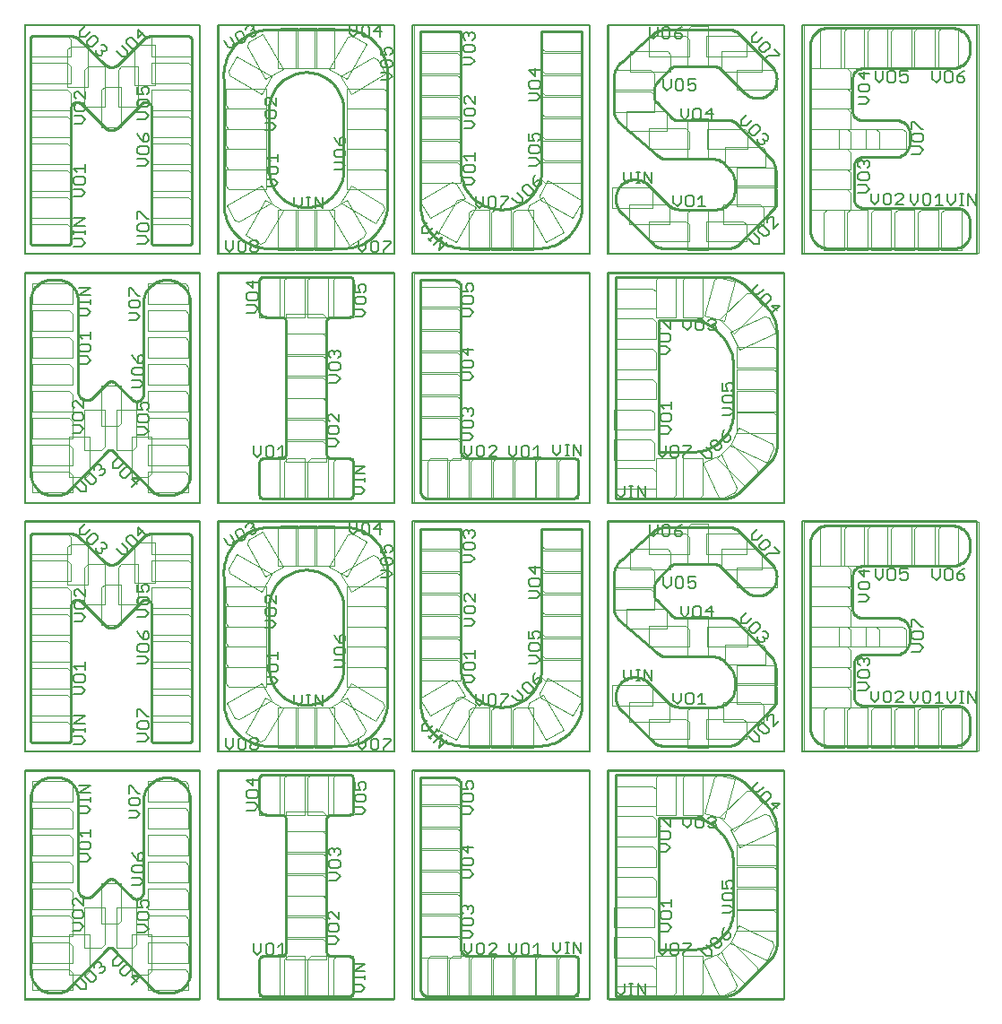
<source format=gto>
G75*
G70*
%OFA0B0*%
%FSLAX25Y25*%
%IPPOS*%
%LPD*%
%AMOC8*
5,1,8,0,0,1.08239X$1,22.5*
%
%ADD11C,0.01000*%
%ADD13C,0.00400*%
%ADD15C,0.00800*%
%ADD17C,0.00000*%
X0010000Y0010000D02*
G75*
%LPD*%
D17*
X0010000Y0010000D02*
X0010000Y0095000D01*
X0075000Y0095000D01*
X0075000Y0010000D01*
X0010000Y0010000D01*
D11*
X0012500Y0020500D02*
X0012500Y0085210D01*
X0012520Y0085730D01*
X0012570Y0086250D01*
X0012670Y0086760D01*
X0012800Y0087260D01*
X0012960Y0087760D01*
X0013160Y0088240D01*
X0013390Y0088700D01*
X0013660Y0089150D01*
X0013950Y0089580D01*
X0014280Y0089980D01*
X0014640Y0090360D01*
X0015020Y0090720D01*
X0015420Y0091050D01*
X0015850Y0091340D01*
X0016300Y0091610D01*
X0016760Y0091840D01*
X0017240Y0092040D01*
X0017740Y0092200D01*
X0018240Y0092330D01*
X0018750Y0092430D01*
X0019270Y0092480D01*
X0019790Y0092500D01*
X0022930Y0092500D01*
X0023430Y0092480D01*
X0023940Y0092430D01*
X0024430Y0092340D01*
X0024920Y0092210D01*
X0025400Y0092050D01*
X0025870Y0091860D01*
X0026320Y0091640D01*
X0026750Y0091380D01*
X0027170Y0091090D01*
X0027560Y0090770D01*
X0027930Y0090430D01*
X0028270Y0090060D01*
X0028590Y0089670D01*
X0028880Y0089250D01*
X0029140Y0088820D01*
X0029360Y0088370D01*
X0029550Y0087900D01*
X0029710Y0087420D01*
X0029840Y0086930D01*
X0029930Y0086440D01*
X0029980Y0085930D01*
X0030000Y0085430D01*
X0030000Y0051250D01*
X0029990Y0051250D02*
X0030010Y0050890D01*
X0030070Y0050530D01*
X0030160Y0050190D01*
X0030290Y0049850D01*
X0030460Y0049530D01*
X0030660Y0049230D01*
X0030890Y0048950D01*
X0031150Y0048700D01*
X0031440Y0048480D01*
X0031740Y0048290D01*
X0032070Y0048140D01*
X0032410Y0048020D01*
X0032760Y0047930D01*
X0033120Y0047890D01*
X0033480Y0047880D01*
X0033840Y0047910D01*
X0034190Y0047980D01*
X0034540Y0048090D01*
X0034870Y0048240D01*
X0035180Y0048410D01*
X0035470Y0048630D01*
X0035740Y0048870D01*
X0041170Y0054300D01*
X0041370Y0054480D01*
X0041600Y0054620D01*
X0041840Y0054730D01*
X0042100Y0054810D01*
X0042370Y0054850D01*
X0042630Y0054850D01*
X0042900Y0054810D01*
X0043160Y0054730D01*
X0043400Y0054620D01*
X0043630Y0054480D01*
X0043830Y0054300D01*
X0043820Y0054300D02*
X0049970Y0048150D01*
X0050190Y0047940D01*
X0050440Y0047770D01*
X0050710Y0047630D01*
X0050990Y0047520D01*
X0051290Y0047440D01*
X0051590Y0047400D01*
X0051890Y0047390D01*
X0052190Y0047420D01*
X0052490Y0047490D01*
X0052780Y0047590D01*
X0053050Y0047720D01*
X0053310Y0047880D01*
X0053540Y0048080D01*
X0053750Y0048290D01*
X0053940Y0048540D01*
X0054090Y0048800D01*
X0054210Y0049080D01*
X0054300Y0049370D01*
X0054350Y0049670D01*
X0054370Y0049970D01*
X0054370Y0084090D01*
X0054390Y0084640D01*
X0054440Y0085190D01*
X0054530Y0085730D01*
X0054660Y0086270D01*
X0054820Y0086790D01*
X0055010Y0087310D01*
X0055240Y0087810D01*
X0055500Y0088300D01*
X0055790Y0088760D01*
X0056110Y0089210D01*
X0056460Y0089640D01*
X0056830Y0090040D01*
X0057230Y0090410D01*
X0057660Y0090760D01*
X0058110Y0091080D01*
X0058580Y0091370D01*
X0059060Y0091630D01*
X0059560Y0091860D01*
X0060080Y0092050D01*
X0060600Y0092210D01*
X0061140Y0092340D01*
X0061680Y0092430D01*
X0062230Y0092480D01*
X0062780Y0092500D01*
X0063460Y0092500D01*
X0064010Y0092480D01*
X0064560Y0092430D01*
X0065100Y0092340D01*
X0065640Y0092210D01*
X0066160Y0092050D01*
X0066680Y0091860D01*
X0067180Y0091630D01*
X0067670Y0091370D01*
X0068130Y0091080D01*
X0068580Y0090760D01*
X0069010Y0090410D01*
X0069410Y0090040D01*
X0069780Y0089640D01*
X0070130Y0089210D01*
X0070450Y0088760D01*
X0070740Y0088300D01*
X0071000Y0087810D01*
X0071230Y0087310D01*
X0071420Y0086790D01*
X0071580Y0086270D01*
X0071710Y0085730D01*
X0071800Y0085190D01*
X0071850Y0084640D01*
X0071870Y0084090D01*
X0071870Y0020230D01*
X0071850Y0019680D01*
X0071790Y0019130D01*
X0071690Y0018590D01*
X0071560Y0018050D01*
X0071380Y0017530D01*
X0071170Y0017020D01*
X0070920Y0016530D01*
X0070640Y0016050D01*
X0070330Y0015600D01*
X0069980Y0015170D01*
X0069610Y0014760D01*
X0069200Y0014390D01*
X0068770Y0014040D01*
X0068320Y0013730D01*
X0067840Y0013450D01*
X0067350Y0013200D01*
X0066840Y0012990D01*
X0066320Y0012810D01*
X0065780Y0012680D01*
X0065240Y0012580D01*
X0064690Y0012520D01*
X0064140Y0012500D01*
X0061390Y0012500D01*
X0057940Y0013930D02*
X0042680Y0029190D01*
X0042690Y0029200D02*
X0042590Y0029270D01*
X0042480Y0029330D01*
X0042360Y0029370D01*
X0042240Y0029380D01*
X0041610Y0029110D02*
X0026830Y0014330D01*
X0022410Y0012500D02*
X0020500Y0012500D01*
X0022410Y0012500D02*
X0022900Y0012520D01*
X0023390Y0012580D01*
X0023870Y0012670D01*
X0024340Y0012810D01*
X0024800Y0012980D01*
X0025250Y0013180D01*
X0025680Y0013420D01*
X0026080Y0013690D01*
X0026470Y0014000D01*
X0026830Y0014330D01*
X0020500Y0012500D02*
X0019950Y0012520D01*
X0019410Y0012570D01*
X0018870Y0012670D01*
X0018340Y0012800D01*
X0017820Y0012960D01*
X0017310Y0013160D01*
X0016820Y0013400D01*
X0016340Y0013660D01*
X0015890Y0013960D01*
X0015450Y0014290D01*
X0015040Y0014650D01*
X0014650Y0015040D01*
X0014290Y0015450D01*
X0013960Y0015890D01*
X0013660Y0016340D01*
X0013400Y0016820D01*
X0013160Y0017310D01*
X0012960Y0017820D01*
X0012800Y0018340D01*
X0012670Y0018870D01*
X0012570Y0019410D01*
X0012520Y0019950D01*
X0012500Y0020500D01*
X0041620Y0029110D02*
X0041750Y0029220D01*
X0041900Y0029300D01*
X0042070Y0029350D01*
X0042240Y0029370D01*
X0057940Y0013930D02*
X0058250Y0013640D01*
X0058590Y0013380D01*
X0058950Y0013150D01*
X0059330Y0012960D01*
X0059720Y0012790D01*
X0060130Y0012670D01*
X0060540Y0012570D01*
X0060960Y0012520D01*
X0061390Y0012500D01*
D13*
X0056250Y0013750D02*
X0056250Y0021250D01*
X0070000Y0021250D01*
X0071250Y0020000D01*
X0071250Y0013750D01*
X0056250Y0013750D01*
X0056250Y0019370D02*
X0057500Y0020620D01*
X0057500Y0034370D01*
X0050000Y0034370D01*
X0050000Y0019370D01*
X0056250Y0019370D01*
X0056250Y0023750D02*
X0056250Y0031250D01*
X0070000Y0031250D01*
X0071250Y0030000D01*
X0071250Y0023750D01*
X0056250Y0023750D01*
X0050620Y0029370D02*
X0051870Y0030620D01*
X0051870Y0044370D01*
X0044370Y0044370D01*
X0044370Y0029370D01*
X0050620Y0029370D01*
X0056250Y0033750D02*
X0056250Y0041250D01*
X0070000Y0041250D01*
X0071250Y0040000D01*
X0071250Y0033750D01*
X0056250Y0033750D01*
X0056250Y0043750D02*
X0056250Y0051250D01*
X0070000Y0051250D01*
X0071250Y0050000D01*
X0071250Y0043750D01*
X0056250Y0043750D01*
X0056250Y0053750D02*
X0056250Y0061250D01*
X0070000Y0061250D01*
X0071250Y0060000D01*
X0071250Y0053750D01*
X0056250Y0053750D01*
X0056250Y0063750D02*
X0056250Y0071250D01*
X0070000Y0071250D01*
X0071250Y0070000D01*
X0071250Y0063750D01*
X0056250Y0063750D01*
X0056250Y0073750D02*
X0056250Y0081250D01*
X0070000Y0081250D01*
X0071250Y0080000D01*
X0071250Y0073750D01*
X0056250Y0073750D01*
X0056250Y0083750D02*
X0056250Y0091250D01*
X0070000Y0091250D01*
X0071250Y0090000D01*
X0071250Y0083750D01*
X0056250Y0083750D01*
X0046250Y0053120D02*
X0038750Y0053120D01*
X0038750Y0038120D01*
X0045000Y0038120D01*
X0046250Y0039370D01*
X0046250Y0053120D01*
X0040000Y0044370D02*
X0040000Y0030620D01*
X0038750Y0029370D01*
X0032500Y0029370D01*
X0032500Y0044370D01*
X0040000Y0044370D01*
X0034370Y0034370D02*
X0034370Y0020620D01*
X0033120Y0019370D01*
X0026870Y0019370D01*
X0026870Y0034370D01*
X0034370Y0034370D01*
X0028120Y0033750D02*
X0013120Y0033750D01*
X0013120Y0041250D01*
X0026870Y0041250D01*
X0028120Y0040000D01*
X0028120Y0033750D01*
X0026870Y0031250D02*
X0028120Y0030000D01*
X0028120Y0023750D01*
X0013120Y0023750D01*
X0013120Y0031250D01*
X0026870Y0031250D01*
X0026870Y0021250D02*
X0028120Y0020000D01*
X0028120Y0013750D01*
X0013120Y0013750D01*
X0013120Y0021250D01*
X0026870Y0021250D01*
X0028120Y0043750D02*
X0013120Y0043750D01*
X0013120Y0051250D01*
X0026870Y0051250D01*
X0028120Y0050000D01*
X0028120Y0043750D01*
X0028120Y0053750D02*
X0013120Y0053750D01*
X0013120Y0061250D01*
X0026870Y0061250D01*
X0028120Y0060000D01*
X0028120Y0053750D01*
X0028120Y0063750D02*
X0013120Y0063750D01*
X0013120Y0071250D01*
X0026870Y0071250D01*
X0028120Y0070000D01*
X0028120Y0063750D01*
X0028120Y0073750D02*
X0013120Y0073750D01*
X0013120Y0081250D01*
X0026870Y0081250D01*
X0028120Y0080000D01*
X0028120Y0073750D01*
X0028120Y0083750D02*
X0013120Y0083750D01*
X0013120Y0091250D01*
X0026870Y0091250D01*
X0028120Y0090000D01*
X0028120Y0083750D01*
D15*
X0030520Y0083720D02*
X0030520Y0085120D01*
X0030520Y0084420D02*
X0034720Y0084420D01*
X0034720Y0083720D02*
X0034720Y0085120D01*
X0034720Y0086790D02*
X0030520Y0086790D01*
X0034720Y0089600D01*
X0030520Y0089600D01*
X0030520Y0081920D02*
X0033320Y0081920D01*
X0034720Y0080520D01*
X0033320Y0079120D01*
X0030520Y0079120D01*
X0034720Y0073350D02*
X0034720Y0070540D01*
X0034720Y0071940D02*
X0030520Y0071940D01*
X0031920Y0070540D01*
X0031220Y0068740D02*
X0030520Y0068040D01*
X0030520Y0066640D01*
X0031220Y0065940D01*
X0034020Y0065940D01*
X0034720Y0066640D01*
X0034720Y0068040D01*
X0034020Y0068740D01*
X0031220Y0068740D01*
X0030520Y0064140D02*
X0033320Y0064140D01*
X0034720Y0062740D01*
X0033320Y0061330D01*
X0030520Y0061330D01*
X0029420Y0047720D02*
X0028720Y0047720D01*
X0028020Y0047020D01*
X0028020Y0045620D01*
X0028720Y0044920D01*
X0028720Y0043120D02*
X0028020Y0042420D01*
X0028020Y0041010D01*
X0028720Y0040310D01*
X0031520Y0040310D01*
X0032220Y0041010D01*
X0032220Y0042420D01*
X0031520Y0043120D01*
X0028720Y0043120D01*
X0032220Y0044920D02*
X0029420Y0047720D01*
X0032220Y0047720D02*
X0032220Y0044920D01*
X0030820Y0038510D02*
X0028020Y0038510D01*
X0028020Y0035710D02*
X0030820Y0035710D01*
X0032220Y0037110D01*
X0030820Y0038510D01*
X0037170Y0023860D02*
X0038160Y0023860D01*
X0038650Y0023360D01*
X0038650Y0022370D01*
X0039640Y0022370D01*
X0040140Y0021870D01*
X0040140Y0020880D01*
X0039150Y0019890D01*
X0038160Y0019890D01*
X0036880Y0018620D02*
X0034900Y0020600D01*
X0033910Y0020600D01*
X0032920Y0019610D01*
X0032920Y0018620D01*
X0034900Y0016640D01*
X0035890Y0016640D01*
X0036880Y0017630D01*
X0036880Y0018620D01*
X0036180Y0021870D02*
X0036180Y0022860D01*
X0037170Y0023860D01*
X0038650Y0022370D02*
X0038160Y0021870D01*
X0043070Y0022670D02*
X0045050Y0022670D01*
X0047030Y0024650D01*
X0047810Y0022880D02*
X0045830Y0020900D01*
X0045830Y0019910D01*
X0046820Y0018920D01*
X0047810Y0018920D01*
X0049790Y0020900D01*
X0049790Y0021890D01*
X0048800Y0022880D01*
X0047810Y0022880D01*
X0045050Y0026630D02*
X0043070Y0024650D01*
X0043070Y0022670D01*
X0050070Y0018630D02*
X0052060Y0016650D01*
X0053050Y0018630D02*
X0050070Y0018630D01*
X0050070Y0015660D02*
X0053050Y0018630D01*
X0052140Y0035020D02*
X0054950Y0035020D01*
X0056350Y0036420D01*
X0054950Y0037820D01*
X0052140Y0037820D01*
X0052840Y0039630D02*
X0055650Y0039630D01*
X0056350Y0040330D01*
X0056350Y0041730D01*
X0055650Y0042430D01*
X0052840Y0042430D01*
X0052140Y0041730D01*
X0052140Y0040330D01*
X0052840Y0039630D01*
X0052140Y0044230D02*
X0054240Y0044230D01*
X0053540Y0045630D01*
X0053540Y0046330D01*
X0054240Y0047030D01*
X0055650Y0047030D01*
X0056350Y0046330D01*
X0056350Y0044930D01*
X0055650Y0044230D01*
X0052140Y0044230D02*
X0052140Y0047030D01*
X0053070Y0052520D02*
X0050270Y0052520D01*
X0053070Y0052520D02*
X0054470Y0053920D01*
X0053070Y0055320D01*
X0050270Y0055320D01*
X0050970Y0057130D02*
X0050270Y0057830D01*
X0050270Y0059230D01*
X0050970Y0059930D01*
X0053770Y0059930D01*
X0054470Y0059230D01*
X0054470Y0057830D01*
X0053770Y0057130D01*
X0050970Y0057130D01*
X0052370Y0061730D02*
X0052370Y0063830D01*
X0053070Y0064530D01*
X0053770Y0064530D01*
X0054470Y0063830D01*
X0054470Y0062430D01*
X0053770Y0061730D01*
X0052370Y0061730D01*
X0050970Y0063130D01*
X0050270Y0064530D01*
X0049020Y0077520D02*
X0051820Y0077520D01*
X0053220Y0078920D01*
X0051820Y0080320D01*
X0049020Y0080320D01*
X0049720Y0082130D02*
X0052520Y0082130D01*
X0053220Y0082830D01*
X0053220Y0084230D01*
X0052520Y0084930D01*
X0049720Y0084930D01*
X0049020Y0084230D01*
X0049020Y0082830D01*
X0049720Y0082130D01*
X0049020Y0086730D02*
X0049020Y0089530D01*
X0049720Y0089530D01*
X0052520Y0086730D01*
X0053220Y0086730D01*
X0031150Y0017840D02*
X0033130Y0015860D01*
X0033130Y0013880D01*
X0031150Y0013880D01*
X0029170Y0015860D01*
D15*
X0010400Y0010400D02*
X0010400Y0095400D01*
X0010400Y0095400D02*
X0075400Y0095400D01*
X0075400Y0010400D01*
X0010400Y0010400D01*
X0082500Y0010000D02*
G75*
%LPD*%
D17*
X0082500Y0010000D02*
X0082500Y0095000D01*
X0147500Y0095000D01*
X0147500Y0010000D01*
X0082500Y0010000D01*
D11*
X0097500Y0013010D02*
X0097500Y0024480D01*
X0097490Y0024480D02*
X0097510Y0024730D01*
X0097560Y0024980D01*
X0097650Y0025220D01*
X0097770Y0025440D01*
X0097920Y0025640D01*
X0098100Y0025820D01*
X0098300Y0025970D01*
X0098520Y0026090D01*
X0098760Y0026180D01*
X0099010Y0026230D01*
X0099260Y0026250D01*
X0105730Y0026250D01*
X0105730Y0026240D02*
X0105980Y0026260D01*
X0106230Y0026310D01*
X0106470Y0026400D01*
X0106690Y0026520D01*
X0106890Y0026670D01*
X0107070Y0026850D01*
X0107220Y0027050D01*
X0107340Y0027270D01*
X0107430Y0027510D01*
X0107480Y0027760D01*
X0107500Y0028010D01*
X0107500Y0076980D01*
X0107480Y0077230D01*
X0107430Y0077480D01*
X0107340Y0077720D01*
X0107220Y0077940D01*
X0107070Y0078140D01*
X0106890Y0078320D01*
X0106690Y0078470D01*
X0106470Y0078590D01*
X0106230Y0078680D01*
X0105980Y0078730D01*
X0105730Y0078750D01*
X0100000Y0078750D01*
X0099700Y0078770D01*
X0099400Y0078820D01*
X0099110Y0078910D01*
X0098840Y0079040D01*
X0098580Y0079190D01*
X0098340Y0079380D01*
X0098130Y0079590D01*
X0097940Y0079830D01*
X0097790Y0080090D01*
X0097660Y0080360D01*
X0097570Y0080650D01*
X0097520Y0080950D01*
X0097500Y0081250D01*
X0097500Y0091980D01*
X0097490Y0091980D02*
X0097510Y0092230D01*
X0097560Y0092480D01*
X0097650Y0092720D01*
X0097770Y0092940D01*
X0097920Y0093140D01*
X0098100Y0093320D01*
X0098300Y0093470D01*
X0098520Y0093590D01*
X0098760Y0093680D01*
X0099010Y0093730D01*
X0099260Y0093750D01*
X0130730Y0093750D01*
X0130980Y0093730D01*
X0131230Y0093680D01*
X0131470Y0093590D01*
X0131690Y0093470D01*
X0131890Y0093320D01*
X0132070Y0093140D01*
X0132220Y0092940D01*
X0132340Y0092720D01*
X0132430Y0092480D01*
X0132480Y0092230D01*
X0132500Y0091980D01*
X0132500Y0080000D01*
X0132480Y0079800D01*
X0132440Y0079610D01*
X0132360Y0079430D01*
X0132260Y0079270D01*
X0132130Y0079120D01*
X0131980Y0078990D01*
X0131820Y0078890D01*
X0131640Y0078810D01*
X0131450Y0078770D01*
X0131250Y0078750D01*
X0124260Y0078750D01*
X0124010Y0078730D01*
X0123760Y0078680D01*
X0123520Y0078590D01*
X0123300Y0078470D01*
X0123100Y0078320D01*
X0122920Y0078140D01*
X0122770Y0077940D01*
X0122650Y0077720D01*
X0122560Y0077480D01*
X0122510Y0077230D01*
X0122490Y0076980D01*
X0122500Y0076980D02*
X0122500Y0028010D01*
X0122490Y0028010D02*
X0122510Y0027760D01*
X0122560Y0027510D01*
X0122650Y0027270D01*
X0122770Y0027050D01*
X0122920Y0026850D01*
X0123100Y0026670D01*
X0123300Y0026520D01*
X0123520Y0026400D01*
X0123760Y0026310D01*
X0124010Y0026260D01*
X0124260Y0026240D01*
X0124260Y0026250D02*
X0130730Y0026250D01*
X0130980Y0026230D01*
X0131230Y0026180D01*
X0131470Y0026090D01*
X0131690Y0025970D01*
X0131890Y0025820D01*
X0132070Y0025640D01*
X0132220Y0025440D01*
X0132340Y0025220D01*
X0132430Y0024980D01*
X0132480Y0024730D01*
X0132500Y0024480D01*
X0132500Y0013010D01*
X0132480Y0012760D01*
X0132430Y0012510D01*
X0132340Y0012270D01*
X0132220Y0012050D01*
X0132070Y0011850D01*
X0131890Y0011670D01*
X0131690Y0011520D01*
X0131470Y0011400D01*
X0131230Y0011310D01*
X0130980Y0011260D01*
X0130730Y0011240D01*
X0130730Y0011250D02*
X0099260Y0011250D01*
X0099260Y0011240D02*
X0099010Y0011260D01*
X0098760Y0011310D01*
X0098520Y0011400D01*
X0098300Y0011520D01*
X0098100Y0011670D01*
X0097920Y0011850D01*
X0097770Y0012050D01*
X0097650Y0012270D01*
X0097560Y0012510D01*
X0097510Y0012760D01*
X0097490Y0013010D01*
D13*
X0097500Y0011250D02*
X0097500Y0025000D01*
X0098750Y0026250D01*
X0105000Y0026250D01*
X0105000Y0011250D01*
X0097500Y0011250D01*
X0106870Y0011250D02*
X0106870Y0025000D01*
X0108120Y0026250D01*
X0114370Y0026250D01*
X0114370Y0011250D01*
X0106870Y0011250D01*
X0115620Y0011250D02*
X0115620Y0025000D01*
X0116870Y0026250D01*
X0123120Y0026250D01*
X0123120Y0011250D01*
X0115620Y0011250D01*
X0125000Y0011250D02*
X0125000Y0025000D01*
X0126250Y0026250D01*
X0132500Y0026250D01*
X0132500Y0011250D01*
X0125000Y0011250D01*
X0122500Y0025000D02*
X0107500Y0025000D01*
X0107500Y0032500D01*
X0121250Y0032500D01*
X0122500Y0031250D01*
X0122500Y0025000D01*
X0122500Y0033120D02*
X0107500Y0033120D01*
X0107500Y0040620D01*
X0121250Y0040620D01*
X0122500Y0039370D01*
X0122500Y0033120D01*
X0122500Y0041250D02*
X0107500Y0041250D01*
X0107500Y0048750D01*
X0121250Y0048750D01*
X0122500Y0047500D01*
X0122500Y0041250D01*
X0122500Y0048750D02*
X0107500Y0048750D01*
X0107500Y0056250D01*
X0121250Y0056250D01*
X0122500Y0055000D01*
X0122500Y0048750D01*
X0122500Y0056870D02*
X0107500Y0056870D01*
X0107500Y0064370D01*
X0121250Y0064370D01*
X0122500Y0063120D01*
X0122500Y0056870D01*
X0122500Y0065000D02*
X0107500Y0065000D01*
X0107500Y0072500D01*
X0121250Y0072500D01*
X0122500Y0071250D01*
X0122500Y0065000D01*
X0122500Y0072500D02*
X0107500Y0072500D01*
X0107500Y0080000D01*
X0121250Y0080000D01*
X0122500Y0078750D01*
X0122500Y0072500D01*
X0123120Y0078750D02*
X0115620Y0078750D01*
X0115620Y0092500D01*
X0116870Y0093750D01*
X0123120Y0093750D01*
X0123120Y0078750D01*
X0125000Y0078750D02*
X0125000Y0092500D01*
X0126250Y0093750D01*
X0132500Y0093750D01*
X0132500Y0078750D01*
X0125000Y0078750D01*
X0114370Y0078750D02*
X0106870Y0078750D01*
X0106870Y0092500D01*
X0108120Y0093750D01*
X0114370Y0093750D01*
X0114370Y0078750D01*
X0105000Y0078750D02*
X0097500Y0078750D01*
X0097500Y0092500D01*
X0098750Y0093750D01*
X0105000Y0093750D01*
X0105000Y0078750D01*
D15*
X0097100Y0081800D02*
X0095700Y0083200D01*
X0092890Y0083200D01*
X0093590Y0085000D02*
X0096400Y0085000D01*
X0097100Y0085700D01*
X0097100Y0087100D01*
X0096400Y0087800D01*
X0093590Y0087800D01*
X0092890Y0087100D01*
X0092890Y0085700D01*
X0093590Y0085000D01*
X0094990Y0089600D02*
X0094990Y0092410D01*
X0092890Y0091710D02*
X0094990Y0089600D01*
X0092890Y0091710D02*
X0097100Y0091710D01*
X0097100Y0081800D02*
X0095700Y0080400D01*
X0092890Y0080400D01*
X0123720Y0042720D02*
X0123020Y0042020D01*
X0123020Y0040620D01*
X0123720Y0039920D01*
X0123720Y0038120D02*
X0123020Y0037420D01*
X0123020Y0036010D01*
X0123720Y0035310D01*
X0126520Y0035310D01*
X0127220Y0036010D01*
X0127220Y0037420D01*
X0126520Y0038120D01*
X0123720Y0038120D01*
X0127220Y0039920D02*
X0124420Y0042720D01*
X0123720Y0042720D01*
X0127220Y0042720D02*
X0127220Y0039920D01*
X0125820Y0033510D02*
X0123020Y0033510D01*
X0123020Y0030710D02*
X0125820Y0030710D01*
X0127220Y0032110D01*
X0125820Y0033510D01*
X0132630Y0023370D02*
X0136840Y0023370D01*
X0132630Y0020570D01*
X0136840Y0020570D01*
X0136840Y0018900D02*
X0136840Y0017500D01*
X0136840Y0018200D02*
X0132630Y0018200D01*
X0132630Y0017500D02*
X0132630Y0018900D01*
X0132630Y0015700D02*
X0135440Y0015700D01*
X0136840Y0014300D01*
X0135440Y0012900D01*
X0132630Y0012900D01*
X0107410Y0026650D02*
X0104600Y0026650D01*
X0106010Y0026650D02*
X0106010Y0030850D01*
X0104600Y0029450D01*
X0102800Y0030150D02*
X0102800Y0027350D01*
X0102100Y0026650D01*
X0100700Y0026650D01*
X0100000Y0027350D01*
X0100000Y0030150D01*
X0100700Y0030850D01*
X0102100Y0030850D01*
X0102800Y0030150D01*
X0098200Y0030850D02*
X0098200Y0028050D01*
X0096800Y0026650D01*
X0095400Y0028050D01*
X0095400Y0030850D01*
X0123430Y0054400D02*
X0126240Y0054400D01*
X0127640Y0055800D01*
X0126240Y0057200D01*
X0123430Y0057200D01*
X0124130Y0059000D02*
X0126940Y0059000D01*
X0127640Y0059700D01*
X0127640Y0061100D01*
X0126940Y0061800D01*
X0124130Y0061800D01*
X0123430Y0061100D01*
X0123430Y0059700D01*
X0124130Y0059000D01*
X0124130Y0063610D02*
X0123430Y0064310D01*
X0123430Y0065710D01*
X0124130Y0066410D01*
X0124840Y0066410D01*
X0125540Y0065710D01*
X0126240Y0066410D01*
X0126940Y0066410D01*
X0127640Y0065710D01*
X0127640Y0064310D01*
X0126940Y0063610D01*
X0125540Y0065010D02*
X0125540Y0065710D01*
X0133020Y0078830D02*
X0135820Y0078830D01*
X0137220Y0080240D01*
X0135820Y0081640D01*
X0133020Y0081640D01*
X0133720Y0083440D02*
X0136520Y0083440D01*
X0137220Y0084140D01*
X0137220Y0085540D01*
X0136520Y0086240D01*
X0133720Y0086240D01*
X0133020Y0085540D01*
X0133020Y0084140D01*
X0133720Y0083440D01*
X0133020Y0088040D02*
X0135120Y0088040D01*
X0134420Y0089440D01*
X0134420Y0090140D01*
X0135120Y0090850D01*
X0136520Y0090850D01*
X0137220Y0090140D01*
X0137220Y0088740D01*
X0136520Y0088040D01*
X0133020Y0088040D02*
X0133020Y0090850D01*
D15*
X0082100Y0010400D02*
X0082100Y0095400D01*
X0147900Y0095400D01*
X0147900Y0010400D01*
X0082100Y0010400D01*
X0155000Y0010000D02*
G75*
%LPD*%
D17*
X0155000Y0010000D02*
X0155000Y0095000D01*
X0220000Y0095000D01*
X0220000Y0010000D01*
X0155000Y0010000D01*
D11*
X0157500Y0014040D02*
X0157500Y0092500D01*
X0169700Y0092500D01*
X0170010Y0092480D01*
X0170320Y0092430D01*
X0170620Y0092340D01*
X0170910Y0092220D01*
X0171190Y0092070D01*
X0171450Y0091890D01*
X0171680Y0091680D01*
X0171890Y0091450D01*
X0172070Y0091190D01*
X0172220Y0090910D01*
X0172340Y0090620D01*
X0172430Y0090320D01*
X0172480Y0090010D01*
X0172500Y0089700D01*
X0172500Y0029040D01*
X0172490Y0029040D02*
X0172510Y0028730D01*
X0172560Y0028420D01*
X0172650Y0028120D01*
X0172770Y0027830D01*
X0172920Y0027550D01*
X0173100Y0027290D01*
X0173310Y0027060D01*
X0173540Y0026850D01*
X0173800Y0026670D01*
X0174080Y0026520D01*
X0174370Y0026400D01*
X0174670Y0026310D01*
X0174980Y0026260D01*
X0175290Y0026240D01*
X0175290Y0026250D02*
X0214480Y0026250D01*
X0214730Y0026230D01*
X0214980Y0026180D01*
X0215220Y0026090D01*
X0215440Y0025970D01*
X0215640Y0025820D01*
X0215820Y0025640D01*
X0215970Y0025440D01*
X0216090Y0025220D01*
X0216180Y0024980D01*
X0216230Y0024730D01*
X0216250Y0024480D01*
X0216250Y0013750D01*
X0216230Y0013450D01*
X0216180Y0013150D01*
X0216090Y0012860D01*
X0215960Y0012590D01*
X0215810Y0012330D01*
X0215620Y0012090D01*
X0215410Y0011880D01*
X0215170Y0011690D01*
X0214910Y0011540D01*
X0214640Y0011410D01*
X0214350Y0011320D01*
X0214050Y0011270D01*
X0213750Y0011250D01*
X0160290Y0011250D01*
X0160290Y0011240D02*
X0159980Y0011260D01*
X0159670Y0011310D01*
X0159370Y0011400D01*
X0159080Y0011520D01*
X0158800Y0011670D01*
X0158540Y0011850D01*
X0158310Y0012060D01*
X0158100Y0012290D01*
X0157920Y0012550D01*
X0157770Y0012830D01*
X0157650Y0013120D01*
X0157560Y0013420D01*
X0157510Y0013730D01*
X0157490Y0014040D01*
D13*
X0160000Y0011250D02*
X0160000Y0025000D01*
X0161250Y0026250D01*
X0167500Y0026250D01*
X0167500Y0011250D01*
X0160000Y0011250D01*
X0168120Y0011250D02*
X0168120Y0025000D01*
X0169370Y0026250D01*
X0175620Y0026250D01*
X0175620Y0011250D01*
X0168120Y0011250D01*
X0176250Y0011250D02*
X0176250Y0025000D01*
X0177500Y0026250D01*
X0183750Y0026250D01*
X0183750Y0011250D01*
X0176250Y0011250D01*
X0184370Y0011250D02*
X0184370Y0025000D01*
X0185620Y0026250D01*
X0191870Y0026250D01*
X0191870Y0011250D01*
X0184370Y0011250D01*
X0192500Y0011250D02*
X0192500Y0025000D01*
X0193750Y0026250D01*
X0200000Y0026250D01*
X0200000Y0011250D01*
X0192500Y0011250D01*
X0200620Y0011250D02*
X0200620Y0025000D01*
X0201870Y0026250D01*
X0208120Y0026250D01*
X0208120Y0011250D01*
X0200620Y0011250D01*
X0208750Y0011250D02*
X0208750Y0025000D01*
X0210000Y0026250D01*
X0216250Y0026250D01*
X0216250Y0011250D01*
X0208750Y0011250D01*
X0172500Y0025620D02*
X0157500Y0025620D01*
X0157500Y0033120D01*
X0171250Y0033120D01*
X0172500Y0031870D01*
X0172500Y0025620D01*
X0172500Y0033750D02*
X0157500Y0033750D01*
X0157500Y0041250D01*
X0171250Y0041250D01*
X0172500Y0040000D01*
X0172500Y0033750D01*
X0172500Y0041870D02*
X0157500Y0041870D01*
X0157500Y0049370D01*
X0171250Y0049370D01*
X0172500Y0048120D01*
X0172500Y0041870D01*
X0172500Y0050000D02*
X0157500Y0050000D01*
X0157500Y0057500D01*
X0171250Y0057500D01*
X0172500Y0056250D01*
X0172500Y0050000D01*
X0172500Y0058120D02*
X0157500Y0058120D01*
X0157500Y0065620D01*
X0171250Y0065620D01*
X0172500Y0064370D01*
X0172500Y0058120D01*
X0172500Y0066250D02*
X0157500Y0066250D01*
X0157500Y0073750D01*
X0171250Y0073750D01*
X0172500Y0072500D01*
X0172500Y0066250D01*
X0172500Y0074370D02*
X0157500Y0074370D01*
X0157500Y0081870D01*
X0171250Y0081870D01*
X0172500Y0080620D01*
X0172500Y0074370D01*
X0172500Y0082500D02*
X0157500Y0082500D01*
X0157500Y0090000D01*
X0171250Y0090000D01*
X0172500Y0088750D01*
X0172500Y0082500D01*
D15*
X0172890Y0081890D02*
X0175700Y0081890D01*
X0177100Y0080490D01*
X0175700Y0079080D01*
X0172890Y0079080D01*
X0173590Y0083690D02*
X0176400Y0083690D01*
X0177100Y0084390D01*
X0177100Y0085790D01*
X0176400Y0086490D01*
X0173590Y0086490D01*
X0172890Y0085790D01*
X0172890Y0084390D01*
X0173590Y0083690D01*
X0172890Y0088290D02*
X0174990Y0088290D01*
X0174290Y0089690D01*
X0174290Y0090390D01*
X0174990Y0091100D01*
X0176400Y0091100D01*
X0177100Y0090390D01*
X0177100Y0088990D01*
X0176400Y0088290D01*
X0172890Y0088290D02*
X0172890Y0091100D01*
X0174990Y0067350D02*
X0174990Y0064540D01*
X0172890Y0066640D01*
X0177100Y0066640D01*
X0176400Y0062740D02*
X0173590Y0062740D01*
X0172890Y0062040D01*
X0172890Y0060640D01*
X0173590Y0059940D01*
X0176400Y0059940D01*
X0177100Y0060640D01*
X0177100Y0062040D01*
X0176400Y0062740D01*
X0175700Y0058140D02*
X0172890Y0058140D01*
X0172890Y0055330D02*
X0175700Y0055330D01*
X0177100Y0056740D01*
X0175700Y0058140D01*
X0175700Y0044850D02*
X0176400Y0044850D01*
X0177100Y0044140D01*
X0177100Y0042740D01*
X0176400Y0042040D01*
X0174990Y0043440D02*
X0174990Y0044140D01*
X0175700Y0044850D01*
X0174990Y0044140D02*
X0174290Y0044850D01*
X0173590Y0044850D01*
X0172890Y0044140D01*
X0172890Y0042740D01*
X0173590Y0042040D01*
X0173590Y0040240D02*
X0172890Y0039540D01*
X0172890Y0038140D01*
X0173590Y0037440D01*
X0176400Y0037440D01*
X0177100Y0038140D01*
X0177100Y0039540D01*
X0176400Y0040240D01*
X0173590Y0040240D01*
X0172890Y0035640D02*
X0175700Y0035640D01*
X0177100Y0034240D01*
X0175700Y0032830D01*
X0172890Y0032830D01*
X0173770Y0030980D02*
X0173770Y0028170D01*
X0175170Y0026770D01*
X0176570Y0028170D01*
X0176570Y0030980D01*
X0178380Y0030270D02*
X0178380Y0027470D01*
X0179080Y0026770D01*
X0180480Y0026770D01*
X0181180Y0027470D01*
X0181180Y0030270D01*
X0180480Y0030980D01*
X0179080Y0030980D01*
X0178380Y0030270D01*
X0182980Y0030270D02*
X0183680Y0030980D01*
X0185080Y0030980D01*
X0185780Y0030270D01*
X0185780Y0029570D01*
X0182980Y0026770D01*
X0185780Y0026770D01*
X0190400Y0028050D02*
X0191800Y0026650D01*
X0193200Y0028050D01*
X0193200Y0030850D01*
X0195000Y0030150D02*
X0195000Y0027350D01*
X0195700Y0026650D01*
X0197100Y0026650D01*
X0197800Y0027350D01*
X0197800Y0030150D01*
X0197100Y0030850D01*
X0195700Y0030850D01*
X0195000Y0030150D01*
X0190400Y0030850D02*
X0190400Y0028050D01*
X0199600Y0029450D02*
X0201010Y0030850D01*
X0201010Y0026650D01*
X0202410Y0026650D02*
X0199600Y0026650D01*
X0206750Y0028520D02*
X0208160Y0027120D01*
X0209560Y0028520D01*
X0209560Y0031320D01*
X0211360Y0031320D02*
X0212760Y0031320D01*
X0212060Y0031320D02*
X0212060Y0027120D01*
X0211360Y0027120D02*
X0212760Y0027120D01*
X0214430Y0027120D02*
X0214430Y0031320D01*
X0217230Y0027120D01*
X0217230Y0031320D01*
X0206750Y0031320D02*
X0206750Y0028520D01*
D15*
X0154600Y0010400D02*
X0154600Y0095400D01*
X0220400Y0095400D01*
X0220400Y0010400D01*
X0154600Y0010400D01*
X0227500Y0010000D02*
G75*
%LPD*%
D17*
X0227500Y0010000D02*
X0227500Y0095000D01*
X0292500Y0095000D01*
X0292500Y0010000D01*
X0227500Y0010000D01*
D11*
X0230000Y0011250D02*
X0269800Y0011250D01*
X0276530Y0014030D02*
X0287680Y0025180D01*
X0290000Y0030770D02*
X0290000Y0073030D01*
X0285950Y0082790D02*
X0278820Y0089920D01*
X0269590Y0093750D02*
X0230000Y0093750D01*
X0230000Y0011250D01*
X0246250Y0028750D02*
X0259210Y0028750D01*
X0269090Y0032840D02*
X0270090Y0033840D01*
X0273750Y0042670D02*
X0273750Y0061090D01*
X0269220Y0072030D02*
X0267370Y0073870D01*
X0278820Y0089930D02*
X0278320Y0090400D01*
X0277800Y0090840D01*
X0277260Y0091260D01*
X0276700Y0091640D01*
X0276110Y0092000D01*
X0275510Y0092330D01*
X0274900Y0092620D01*
X0274270Y0092880D01*
X0273620Y0093110D01*
X0272970Y0093310D01*
X0272300Y0093460D01*
X0271630Y0093590D01*
X0270950Y0093680D01*
X0270270Y0093730D01*
X0269590Y0093750D01*
X0258620Y0077500D02*
X0246250Y0077500D01*
X0246250Y0028750D01*
X0259210Y0028740D02*
X0259940Y0028760D01*
X0260670Y0028820D01*
X0261400Y0028910D01*
X0262120Y0029050D01*
X0262830Y0029220D01*
X0263530Y0029420D01*
X0264220Y0029670D01*
X0264900Y0029950D01*
X0265560Y0030260D01*
X0266200Y0030610D01*
X0266820Y0031000D01*
X0267430Y0031410D01*
X0268010Y0031860D01*
X0268560Y0032330D01*
X0269100Y0032830D01*
X0270090Y0033830D02*
X0270540Y0034310D01*
X0270960Y0034800D01*
X0271360Y0035320D01*
X0271730Y0035860D01*
X0272080Y0036420D01*
X0272390Y0037000D01*
X0272670Y0037590D01*
X0272920Y0038190D01*
X0273140Y0038810D01*
X0273320Y0039430D01*
X0273480Y0040070D01*
X0273600Y0040710D01*
X0273680Y0041360D01*
X0273730Y0042020D01*
X0273750Y0042670D01*
X0290000Y0030770D02*
X0289980Y0030250D01*
X0289930Y0029740D01*
X0289850Y0029230D01*
X0289730Y0028720D01*
X0289580Y0028230D01*
X0289400Y0027740D01*
X0289180Y0027270D01*
X0288940Y0026810D01*
X0288670Y0026380D01*
X0288370Y0025950D01*
X0288040Y0025550D01*
X0287680Y0025180D01*
X0276530Y0014040D02*
X0276110Y0013640D01*
X0275670Y0013280D01*
X0275210Y0012940D01*
X0274730Y0012620D01*
X0274220Y0012340D01*
X0273710Y0012090D01*
X0273180Y0011870D01*
X0272630Y0011680D01*
X0272080Y0011530D01*
X0271520Y0011410D01*
X0270950Y0011320D01*
X0270370Y0011270D01*
X0269800Y0011250D01*
X0273750Y0061090D02*
X0273730Y0061850D01*
X0273680Y0062610D01*
X0273580Y0063360D01*
X0273450Y0064110D01*
X0273290Y0064850D01*
X0273080Y0065580D01*
X0272850Y0066300D01*
X0272570Y0067010D01*
X0272270Y0067700D01*
X0271920Y0068380D01*
X0271550Y0069040D01*
X0271140Y0069680D01*
X0270710Y0070300D01*
X0270240Y0070900D01*
X0269750Y0071470D01*
X0269220Y0072020D01*
X0285960Y0082800D02*
X0286450Y0082270D01*
X0286920Y0081720D01*
X0287360Y0081150D01*
X0287770Y0080550D01*
X0288150Y0079930D01*
X0288490Y0079300D01*
X0288810Y0078650D01*
X0289080Y0077980D01*
X0289320Y0077300D01*
X0289530Y0076600D01*
X0289700Y0075900D01*
X0289830Y0075190D01*
X0289920Y0074470D01*
X0289980Y0073750D01*
X0290000Y0073030D01*
X0267370Y0073870D02*
X0266860Y0074340D01*
X0266330Y0074790D01*
X0265780Y0075210D01*
X0265200Y0075590D01*
X0264600Y0075950D01*
X0263990Y0076260D01*
X0263350Y0076550D01*
X0262710Y0076800D01*
X0262040Y0077010D01*
X0261370Y0077180D01*
X0260690Y0077320D01*
X0260000Y0077410D01*
X0259310Y0077470D01*
X0258620Y0077490D01*
D13*
X0255000Y0078750D02*
X0255000Y0092500D01*
X0256250Y0093750D01*
X0262500Y0093750D01*
X0262500Y0078750D01*
X0255000Y0078750D01*
X0252500Y0078750D02*
X0245000Y0078750D01*
X0245000Y0092500D01*
X0246250Y0093750D01*
X0252500Y0093750D01*
X0252500Y0078750D01*
X0245000Y0076870D02*
X0243750Y0078120D01*
X0230000Y0078120D01*
X0230000Y0070620D01*
X0245000Y0070620D01*
X0245000Y0076870D01*
X0245000Y0081870D02*
X0230000Y0081870D01*
X0230000Y0089370D01*
X0243750Y0089370D01*
X0245000Y0088120D01*
X0245000Y0081870D01*
X0243750Y0066870D02*
X0245000Y0065620D01*
X0245000Y0059370D01*
X0230000Y0059370D01*
X0230000Y0066870D01*
X0243750Y0066870D01*
X0243750Y0055620D02*
X0245000Y0054370D01*
X0245000Y0048120D01*
X0230000Y0048120D01*
X0230000Y0055620D01*
X0243750Y0055620D01*
X0243120Y0044370D02*
X0244370Y0043120D01*
X0244370Y0036870D01*
X0229370Y0036870D01*
X0229370Y0044370D01*
X0243120Y0044370D01*
X0243120Y0033120D02*
X0244370Y0031870D01*
X0244370Y0025620D01*
X0229370Y0025620D01*
X0229370Y0033120D01*
X0243120Y0033120D01*
X0245000Y0026250D02*
X0252500Y0026250D01*
X0252500Y0012500D01*
X0251250Y0011250D01*
X0245000Y0011250D01*
X0245000Y0026250D01*
X0243750Y0022500D02*
X0245000Y0021250D01*
X0245000Y0015000D01*
X0230000Y0015000D01*
X0230000Y0022500D01*
X0243750Y0022500D01*
X0255000Y0026250D02*
X0255000Y0011250D01*
X0261250Y0011250D01*
X0262500Y0012500D01*
X0262500Y0026250D01*
X0255000Y0026250D01*
X0262610Y0024510D02*
X0269400Y0027680D01*
X0275210Y0015220D01*
X0274610Y0013560D01*
X0268950Y0010910D01*
X0262610Y0024510D01*
X0267670Y0026400D02*
X0272970Y0031700D01*
X0282690Y0021980D01*
X0282690Y0020210D01*
X0278270Y0015790D01*
X0267670Y0026400D01*
X0272710Y0030770D02*
X0275880Y0037560D01*
X0288340Y0031750D01*
X0288940Y0030090D01*
X0286300Y0024430D01*
X0272710Y0030770D01*
X0275000Y0035620D02*
X0275000Y0043120D01*
X0288750Y0043120D01*
X0290000Y0041870D01*
X0290000Y0035620D01*
X0275000Y0035620D01*
X0275000Y0043750D02*
X0275000Y0051250D01*
X0288750Y0051250D01*
X0290000Y0050000D01*
X0290000Y0043750D01*
X0275000Y0043750D01*
X0275000Y0051870D02*
X0275000Y0059370D01*
X0288750Y0059370D01*
X0290000Y0058120D01*
X0290000Y0051870D01*
X0275000Y0051870D01*
X0275000Y0060000D02*
X0275000Y0067500D01*
X0288750Y0067500D01*
X0290000Y0066250D01*
X0290000Y0060000D01*
X0275000Y0060000D01*
X0276030Y0066430D02*
X0272860Y0073230D01*
X0285330Y0079040D01*
X0286990Y0078430D01*
X0289630Y0072770D01*
X0276030Y0066430D01*
X0274220Y0072670D02*
X0268920Y0077970D01*
X0278640Y0087690D01*
X0280410Y0087690D01*
X0284830Y0083270D01*
X0274220Y0072670D01*
X0270430Y0077410D02*
X0263180Y0079350D01*
X0266740Y0092630D01*
X0268270Y0093510D01*
X0274310Y0091900D01*
X0270430Y0077410D01*
D15*
X0267290Y0077300D02*
X0267290Y0076600D01*
X0266590Y0075900D01*
X0267290Y0075200D01*
X0267290Y0074500D01*
X0266590Y0073800D01*
X0265190Y0073800D01*
X0264490Y0074500D01*
X0265890Y0075900D02*
X0266590Y0075900D01*
X0267290Y0077300D02*
X0266590Y0078000D01*
X0265190Y0078000D01*
X0264490Y0077300D01*
X0262690Y0077300D02*
X0262690Y0074500D01*
X0261990Y0073800D01*
X0260590Y0073800D01*
X0259880Y0074500D01*
X0259880Y0077300D01*
X0260590Y0078000D01*
X0261990Y0078000D01*
X0262690Y0077300D01*
X0258080Y0078000D02*
X0258080Y0075200D01*
X0256680Y0073800D01*
X0255280Y0075200D01*
X0255280Y0078000D01*
X0250350Y0077100D02*
X0250350Y0074290D01*
X0247540Y0077100D01*
X0246840Y0077100D01*
X0246140Y0076390D01*
X0246140Y0074990D01*
X0246840Y0074290D01*
X0246840Y0072490D02*
X0246140Y0071790D01*
X0246140Y0070390D01*
X0246840Y0069690D01*
X0249650Y0069690D01*
X0250350Y0070390D01*
X0250350Y0071790D01*
X0249650Y0072490D01*
X0246840Y0072490D01*
X0246140Y0067890D02*
X0248950Y0067890D01*
X0250350Y0066490D01*
X0248950Y0065080D01*
X0246140Y0065080D01*
X0250850Y0047410D02*
X0250850Y0044600D01*
X0250850Y0046010D02*
X0246640Y0046010D01*
X0248040Y0044600D01*
X0247340Y0042800D02*
X0246640Y0042100D01*
X0246640Y0040700D01*
X0247340Y0040000D01*
X0250150Y0040000D01*
X0250850Y0040700D01*
X0250850Y0042100D01*
X0250150Y0042800D01*
X0247340Y0042800D01*
X0246640Y0038200D02*
X0249450Y0038200D01*
X0250850Y0036800D01*
X0249450Y0035400D01*
X0246640Y0035400D01*
X0245960Y0030850D02*
X0245960Y0028050D01*
X0247360Y0026650D01*
X0248760Y0028050D01*
X0248760Y0030850D01*
X0250560Y0030150D02*
X0250560Y0027350D01*
X0251260Y0026650D01*
X0252670Y0026650D01*
X0253370Y0027350D01*
X0253370Y0030150D01*
X0252670Y0030850D01*
X0251260Y0030850D01*
X0250560Y0030150D01*
X0255170Y0030850D02*
X0257970Y0030850D01*
X0257970Y0030150D01*
X0255170Y0027350D01*
X0255170Y0026650D01*
X0261840Y0028350D02*
X0263820Y0026370D01*
X0265800Y0026370D01*
X0265800Y0028350D01*
X0263820Y0030330D01*
X0265590Y0031110D02*
X0267570Y0029130D01*
X0268560Y0029130D01*
X0269560Y0030120D01*
X0269560Y0031110D01*
X0267570Y0033090D01*
X0266580Y0033090D01*
X0265590Y0032100D01*
X0265590Y0031110D01*
X0269840Y0033380D02*
X0269840Y0035360D01*
X0270330Y0036840D01*
X0271320Y0034860D02*
X0269840Y0033380D01*
X0270830Y0032390D01*
X0271820Y0032390D01*
X0272810Y0033380D01*
X0272810Y0034370D01*
X0272320Y0034860D01*
X0271320Y0034860D01*
X0272570Y0042210D02*
X0269770Y0042210D01*
X0272570Y0042210D02*
X0273970Y0043610D01*
X0272570Y0045010D01*
X0269770Y0045010D01*
X0270470Y0046810D02*
X0273270Y0046810D01*
X0273970Y0047510D01*
X0273970Y0048920D01*
X0273270Y0049620D01*
X0270470Y0049620D01*
X0269770Y0048920D01*
X0269770Y0047510D01*
X0270470Y0046810D01*
X0269770Y0051420D02*
X0271870Y0051420D01*
X0271170Y0052820D01*
X0271170Y0053520D01*
X0271870Y0054220D01*
X0273270Y0054220D01*
X0273970Y0053520D01*
X0273970Y0052120D01*
X0273270Y0051420D01*
X0269770Y0051420D02*
X0269770Y0054220D01*
X0288120Y0080110D02*
X0291100Y0083080D01*
X0288120Y0083080D01*
X0290110Y0081100D01*
X0287840Y0085340D02*
X0287840Y0086330D01*
X0286850Y0087320D01*
X0285860Y0087320D01*
X0283880Y0085340D01*
X0283880Y0084350D01*
X0284870Y0083360D01*
X0285860Y0083360D01*
X0287840Y0085340D01*
X0285080Y0089090D02*
X0283100Y0087110D01*
X0281120Y0087110D01*
X0281120Y0089090D01*
X0283100Y0091070D01*
X0241100Y0015850D02*
X0241100Y0011650D01*
X0238290Y0015850D01*
X0238290Y0011650D01*
X0236620Y0011650D02*
X0235220Y0011650D01*
X0235920Y0011650D02*
X0235920Y0015850D01*
X0235220Y0015850D02*
X0236620Y0015850D01*
X0233420Y0015850D02*
X0233420Y0013050D01*
X0232020Y0011650D01*
X0230620Y0013050D01*
X0230620Y0015850D01*
D15*
X0227100Y0010400D02*
X0227100Y0095400D01*
X0292900Y0095400D01*
X0292900Y0010400D01*
X0227100Y0010400D01*
X0010000Y0102500D02*
G75*
%LPD*%
D17*
X0010000Y0102500D02*
X0010000Y0187500D01*
X0075000Y0187500D01*
X0075000Y0102500D01*
X0010000Y0102500D01*
D11*
X0013120Y0105620D02*
X0026610Y0105620D01*
X0026610Y0105630D02*
X0026780Y0105650D01*
X0026950Y0105700D01*
X0027100Y0105780D01*
X0027230Y0105890D01*
X0027340Y0106020D01*
X0027420Y0106170D01*
X0027470Y0106340D01*
X0027490Y0106510D01*
X0027500Y0106510D02*
X0027500Y0156430D01*
X0027520Y0156720D01*
X0027580Y0157010D01*
X0027670Y0157290D01*
X0027800Y0157560D01*
X0027960Y0157800D01*
X0028160Y0158020D01*
X0028380Y0158220D01*
X0028630Y0158380D01*
X0028890Y0158510D01*
X0029170Y0158600D01*
X0029460Y0158660D01*
X0029750Y0158680D01*
X0030040Y0158660D01*
X0030330Y0158600D01*
X0030610Y0158510D01*
X0030880Y0158380D01*
X0031120Y0158220D01*
X0031340Y0158020D01*
X0040290Y0149080D01*
X0040530Y0148860D01*
X0040800Y0148660D01*
X0041080Y0148500D01*
X0041380Y0148370D01*
X0041690Y0148270D01*
X0042010Y0148200D01*
X0042340Y0148160D01*
X0042660Y0148160D01*
X0042990Y0148200D01*
X0043310Y0148270D01*
X0043620Y0148370D01*
X0043920Y0148500D01*
X0044200Y0148660D01*
X0044470Y0148860D01*
X0044710Y0149080D01*
X0053650Y0158020D01*
X0053870Y0158220D01*
X0054110Y0158380D01*
X0054380Y0158510D01*
X0054660Y0158600D01*
X0054950Y0158660D01*
X0055240Y0158680D01*
X0055530Y0158660D01*
X0055820Y0158600D01*
X0056100Y0158510D01*
X0056360Y0158380D01*
X0056610Y0158220D01*
X0056830Y0158020D01*
X0057030Y0157800D01*
X0057190Y0157560D01*
X0057320Y0157290D01*
X0057410Y0157010D01*
X0057470Y0156720D01*
X0057490Y0156430D01*
X0057500Y0156430D02*
X0057500Y0106250D01*
X0057490Y0106250D02*
X0057510Y0106110D01*
X0057550Y0105980D01*
X0057630Y0105860D01*
X0057730Y0105760D01*
X0057850Y0105680D01*
X0057980Y0105640D01*
X0058120Y0105620D01*
X0071610Y0105620D01*
X0071610Y0105630D02*
X0071780Y0105650D01*
X0071950Y0105700D01*
X0072100Y0105780D01*
X0072230Y0105890D01*
X0072340Y0106020D01*
X0072420Y0106170D01*
X0072470Y0106340D01*
X0072490Y0106510D01*
X0072500Y0106510D02*
X0072500Y0181720D01*
X0072480Y0181940D01*
X0072430Y0182150D01*
X0072350Y0182360D01*
X0072230Y0182540D01*
X0072090Y0182710D01*
X0071920Y0182850D01*
X0071740Y0182970D01*
X0071530Y0183050D01*
X0071320Y0183100D01*
X0071100Y0183120D01*
X0057130Y0183120D01*
X0054550Y0182050D02*
X0045290Y0172790D01*
X0045290Y0172800D02*
X0045010Y0172540D01*
X0044690Y0172310D01*
X0044360Y0172110D01*
X0044010Y0171940D01*
X0043650Y0171810D01*
X0043270Y0171720D01*
X0042890Y0171660D01*
X0042500Y0171640D01*
X0042110Y0171660D01*
X0041730Y0171720D01*
X0041350Y0171810D01*
X0040990Y0171940D01*
X0040640Y0172110D01*
X0040310Y0172310D01*
X0039990Y0172540D01*
X0039710Y0172800D01*
X0039700Y0172790D02*
X0030440Y0182050D01*
X0027860Y0183120D02*
X0013120Y0183120D01*
X0013120Y0183130D02*
X0012980Y0183110D01*
X0012850Y0183070D01*
X0012730Y0182990D01*
X0012630Y0182890D01*
X0012550Y0182770D01*
X0012510Y0182640D01*
X0012490Y0182500D01*
X0012500Y0182500D02*
X0012500Y0106250D01*
X0012490Y0106250D02*
X0012510Y0106110D01*
X0012550Y0105980D01*
X0012630Y0105860D01*
X0012730Y0105760D01*
X0012850Y0105680D01*
X0012980Y0105640D01*
X0013120Y0105620D01*
X0056250Y0158750D02*
X0056250Y0158930D01*
X0054560Y0182050D02*
X0054820Y0182290D01*
X0055110Y0182510D01*
X0055410Y0182690D01*
X0055740Y0182840D01*
X0056070Y0182960D01*
X0056420Y0183050D01*
X0056770Y0183100D01*
X0057130Y0183120D01*
X0030430Y0182050D02*
X0030170Y0182290D01*
X0029880Y0182510D01*
X0029580Y0182690D01*
X0029250Y0182840D01*
X0028920Y0182960D01*
X0028570Y0183050D01*
X0028220Y0183100D01*
X0027860Y0183120D01*
D13*
X0027500Y0181870D02*
X0026250Y0183120D01*
X0012500Y0183120D01*
X0012500Y0175620D01*
X0027500Y0175620D01*
X0027500Y0181870D01*
X0027500Y0179370D02*
X0026250Y0178120D01*
X0026250Y0164370D01*
X0033750Y0164370D01*
X0033750Y0179370D01*
X0027500Y0179370D01*
X0026250Y0173120D02*
X0027500Y0171870D01*
X0027500Y0165620D01*
X0012500Y0165620D01*
X0012500Y0173120D01*
X0026250Y0173120D01*
X0032500Y0170620D02*
X0033750Y0171870D01*
X0040000Y0171870D01*
X0040000Y0156870D01*
X0032500Y0156870D01*
X0032500Y0170620D01*
X0038750Y0163120D02*
X0040000Y0164370D01*
X0046250Y0164370D01*
X0046250Y0149370D01*
X0038750Y0149370D01*
X0038750Y0163120D01*
X0045000Y0156870D02*
X0045000Y0170620D01*
X0046250Y0171870D01*
X0052500Y0171870D01*
X0052500Y0156870D01*
X0045000Y0156870D01*
X0051250Y0165000D02*
X0051250Y0178750D01*
X0052500Y0180000D01*
X0058750Y0180000D01*
X0058750Y0165000D01*
X0051250Y0165000D01*
X0057500Y0165620D02*
X0057500Y0173120D01*
X0071250Y0173120D01*
X0072500Y0171870D01*
X0072500Y0165620D01*
X0057500Y0165620D01*
X0057500Y0163120D02*
X0071250Y0163120D01*
X0072500Y0161870D01*
X0072500Y0155620D01*
X0057500Y0155620D01*
X0057500Y0163120D01*
X0057500Y0153120D02*
X0071250Y0153120D01*
X0072500Y0151870D01*
X0072500Y0145620D01*
X0057500Y0145620D01*
X0057500Y0153120D01*
X0057500Y0143120D02*
X0071250Y0143120D01*
X0072500Y0141870D01*
X0072500Y0135620D01*
X0057500Y0135620D01*
X0057500Y0143120D01*
X0057500Y0133120D02*
X0071250Y0133120D01*
X0072500Y0131870D01*
X0072500Y0125620D01*
X0057500Y0125620D01*
X0057500Y0133120D01*
X0057500Y0123120D02*
X0071250Y0123120D01*
X0072500Y0121870D01*
X0072500Y0115620D01*
X0057500Y0115620D01*
X0057500Y0123120D01*
X0057500Y0113120D02*
X0071250Y0113120D01*
X0072500Y0111870D01*
X0072500Y0105620D01*
X0057500Y0105620D01*
X0057500Y0113120D01*
X0027500Y0111870D02*
X0027500Y0105620D01*
X0012500Y0105620D01*
X0012500Y0113120D01*
X0026250Y0113120D01*
X0027500Y0111870D01*
X0027500Y0115620D02*
X0012500Y0115620D01*
X0012500Y0123120D01*
X0026250Y0123120D01*
X0027500Y0121870D01*
X0027500Y0115620D01*
X0027500Y0125620D02*
X0012500Y0125620D01*
X0012500Y0133120D01*
X0026250Y0133120D01*
X0027500Y0131870D01*
X0027500Y0125620D01*
X0027500Y0135620D02*
X0012500Y0135620D01*
X0012500Y0143120D01*
X0026250Y0143120D01*
X0027500Y0141870D01*
X0027500Y0135620D01*
X0027500Y0145620D02*
X0012500Y0145620D01*
X0012500Y0153120D01*
X0026250Y0153120D01*
X0027500Y0151870D01*
X0027500Y0145620D01*
X0027500Y0155620D02*
X0012500Y0155620D01*
X0012500Y0163120D01*
X0026250Y0163120D01*
X0027500Y0161870D01*
X0027500Y0155620D01*
X0057500Y0175620D02*
X0057500Y0183120D01*
X0071250Y0183120D01*
X0072500Y0181870D01*
X0072500Y0175620D01*
X0057500Y0175620D01*
D15*
X0052060Y0179500D02*
X0052060Y0180490D01*
X0050070Y0182470D01*
X0049080Y0182470D01*
X0048090Y0181480D01*
X0048090Y0180490D01*
X0050070Y0178510D01*
X0051060Y0178510D01*
X0052060Y0179500D01*
X0052340Y0182750D02*
X0054320Y0184730D01*
X0055310Y0182750D02*
X0052340Y0185720D01*
X0052340Y0182750D01*
X0048300Y0177730D02*
X0046320Y0179710D01*
X0044340Y0177730D02*
X0046320Y0175750D01*
X0048300Y0175750D01*
X0048300Y0177730D01*
X0040650Y0178010D02*
X0040160Y0177510D01*
X0039170Y0177510D01*
X0039170Y0176520D01*
X0038670Y0176030D01*
X0037680Y0176030D01*
X0036690Y0177020D01*
X0036690Y0178010D01*
X0035420Y0179280D02*
X0037400Y0181260D01*
X0037400Y0182260D01*
X0036410Y0183250D01*
X0035420Y0183250D01*
X0033440Y0181260D01*
X0033440Y0180270D01*
X0034430Y0179280D01*
X0035420Y0179280D01*
X0038670Y0179990D02*
X0039660Y0179990D01*
X0040650Y0179000D01*
X0040650Y0178010D01*
X0039170Y0177510D02*
X0038670Y0178010D01*
X0032660Y0183030D02*
X0034640Y0185020D01*
X0032660Y0183030D02*
X0030680Y0183030D01*
X0030680Y0185020D01*
X0032660Y0187000D01*
X0052270Y0164280D02*
X0052270Y0161480D01*
X0054370Y0161480D01*
X0053670Y0162880D01*
X0053670Y0163580D01*
X0054370Y0164280D01*
X0055770Y0164280D01*
X0056470Y0163580D01*
X0056470Y0162180D01*
X0055770Y0161480D01*
X0055770Y0159680D02*
X0052970Y0159680D01*
X0052270Y0158980D01*
X0052270Y0157580D01*
X0052970Y0156880D01*
X0055770Y0156880D01*
X0056470Y0157580D01*
X0056470Y0158980D01*
X0055770Y0159680D01*
X0055070Y0155070D02*
X0052270Y0155070D01*
X0052270Y0152270D02*
X0055070Y0152270D01*
X0056470Y0153670D01*
X0055070Y0155070D01*
X0055070Y0146780D02*
X0054370Y0146080D01*
X0054370Y0143980D01*
X0055770Y0143980D01*
X0056470Y0144680D01*
X0056470Y0146080D01*
X0055770Y0146780D01*
X0055070Y0146780D01*
X0052970Y0145380D02*
X0054370Y0143980D01*
X0052970Y0145380D02*
X0052270Y0146780D01*
X0052970Y0142180D02*
X0052270Y0141480D01*
X0052270Y0140080D01*
X0052970Y0139380D01*
X0055770Y0139380D01*
X0056470Y0140080D01*
X0056470Y0141480D01*
X0055770Y0142180D01*
X0052970Y0142180D01*
X0052270Y0137570D02*
X0055070Y0137570D01*
X0056470Y0136170D01*
X0055070Y0134770D01*
X0052270Y0134770D01*
X0052270Y0118030D02*
X0052970Y0118030D01*
X0055770Y0115230D01*
X0056470Y0115230D01*
X0055770Y0113430D02*
X0052970Y0113430D01*
X0052270Y0112730D01*
X0052270Y0111330D01*
X0052970Y0110630D01*
X0055770Y0110630D01*
X0056470Y0111330D01*
X0056470Y0112730D01*
X0055770Y0113430D01*
X0052270Y0115230D02*
X0052270Y0118030D01*
X0052270Y0108820D02*
X0055070Y0108820D01*
X0056470Y0107420D01*
X0055070Y0106020D01*
X0052270Y0106020D01*
X0032720Y0106400D02*
X0031320Y0107800D01*
X0028520Y0107800D01*
X0028520Y0109600D02*
X0028520Y0111000D01*
X0028520Y0110300D02*
X0032720Y0110300D01*
X0032720Y0109600D02*
X0032720Y0111000D01*
X0032720Y0112670D02*
X0028520Y0112670D01*
X0032720Y0115470D01*
X0028520Y0115470D01*
X0028520Y0123460D02*
X0031320Y0123460D01*
X0032720Y0124860D01*
X0031320Y0126260D01*
X0028520Y0126260D01*
X0029220Y0128060D02*
X0032020Y0128060D01*
X0032720Y0128760D01*
X0032720Y0130170D01*
X0032020Y0130870D01*
X0029220Y0130870D01*
X0028520Y0130170D01*
X0028520Y0128760D01*
X0029220Y0128060D01*
X0029920Y0132670D02*
X0028520Y0134070D01*
X0032720Y0134070D01*
X0032720Y0132670D02*
X0032720Y0135470D01*
X0031450Y0150710D02*
X0028640Y0150710D01*
X0028640Y0153510D02*
X0031450Y0153510D01*
X0032850Y0152110D01*
X0031450Y0150710D01*
X0032150Y0155310D02*
X0029340Y0155310D01*
X0028640Y0156010D01*
X0028640Y0157420D01*
X0029340Y0158120D01*
X0032150Y0158120D01*
X0032850Y0157420D01*
X0032850Y0156010D01*
X0032150Y0155310D01*
X0032850Y0159920D02*
X0030040Y0162720D01*
X0029340Y0162720D01*
X0028640Y0162020D01*
X0028640Y0160620D01*
X0029340Y0159920D01*
X0032850Y0159920D02*
X0032850Y0162720D01*
X0032720Y0106400D02*
X0031320Y0104990D01*
X0028520Y0104990D01*
D15*
X0010400Y0102100D02*
X0010400Y0187900D01*
X0010400Y0187900D02*
X0075400Y0187900D01*
X0075400Y0102100D01*
X0010400Y0102100D01*
X0082500Y0102500D02*
G75*
%LPD*%
D17*
X0082500Y0102500D02*
X0082500Y0187500D01*
X0147500Y0187500D01*
X0147500Y0102500D01*
X0082500Y0102500D01*
D11*
X0084370Y0122500D02*
X0084320Y0121710D01*
X0084300Y0120920D01*
X0084320Y0120130D01*
X0084380Y0119340D01*
X0084470Y0118550D01*
X0084600Y0117770D01*
X0084770Y0117000D01*
X0084980Y0116240D01*
X0085220Y0115480D01*
X0085490Y0114740D01*
X0085810Y0114020D01*
X0086150Y0113310D01*
X0086530Y0112610D01*
X0086940Y0111940D01*
X0087390Y0111280D01*
X0087860Y0110650D01*
X0088360Y0110040D01*
X0088890Y0109450D01*
X0089450Y0108890D01*
X0090040Y0108360D01*
X0090650Y0107860D01*
X0091280Y0107390D01*
X0091940Y0106940D01*
X0092610Y0106530D01*
X0093310Y0106150D01*
X0094020Y0105810D01*
X0094740Y0105490D01*
X0095480Y0105220D01*
X0096240Y0104980D01*
X0097000Y0104770D01*
X0097770Y0104600D01*
X0098550Y0104470D01*
X0099340Y0104380D01*
X0100130Y0104320D01*
X0100920Y0104300D01*
X0101710Y0104320D01*
X0102500Y0104370D01*
X0127500Y0104370D01*
X0127490Y0104370D02*
X0128290Y0104330D01*
X0129090Y0104320D01*
X0129890Y0104360D01*
X0130690Y0104430D01*
X0131480Y0104550D01*
X0132260Y0104700D01*
X0133040Y0104890D01*
X0133800Y0105120D01*
X0134560Y0105390D01*
X0135300Y0105690D01*
X0136020Y0106030D01*
X0136730Y0106400D01*
X0137410Y0106800D01*
X0138080Y0107240D01*
X0138730Y0107720D01*
X0139350Y0108220D01*
X0139940Y0108750D01*
X0140510Y0109310D01*
X0141050Y0109900D01*
X0141560Y0110520D01*
X0142050Y0111150D01*
X0142490Y0111810D01*
X0142910Y0112500D01*
X0143290Y0113200D01*
X0143640Y0113920D01*
X0143950Y0114650D01*
X0144230Y0115400D01*
X0144470Y0116170D01*
X0144670Y0116940D01*
X0144830Y0117720D01*
X0144960Y0118510D01*
X0145040Y0119310D01*
X0145090Y0120100D01*
X0145100Y0120900D01*
X0145070Y0121700D01*
X0145000Y0122500D01*
X0145000Y0168750D01*
X0145030Y0169530D01*
X0145020Y0170320D01*
X0144970Y0171100D01*
X0144880Y0171880D01*
X0144750Y0172660D01*
X0144590Y0173420D01*
X0144390Y0174180D01*
X0144150Y0174930D01*
X0143880Y0175670D01*
X0143570Y0176390D01*
X0143220Y0177100D01*
X0142840Y0177780D01*
X0142430Y0178450D01*
X0141990Y0179100D01*
X0141510Y0179730D01*
X0141010Y0180330D01*
X0140470Y0180900D01*
X0139910Y0181450D01*
X0139320Y0181970D01*
X0138710Y0182460D01*
X0138070Y0182930D01*
X0137420Y0183350D01*
X0136740Y0183750D01*
X0136040Y0184110D01*
X0135330Y0184440D01*
X0134600Y0184740D01*
X0133860Y0184990D01*
X0133110Y0185220D01*
X0132340Y0185400D01*
X0131570Y0185550D01*
X0130790Y0185660D01*
X0130010Y0185730D01*
X0129230Y0185760D01*
X0128440Y0185750D01*
X0127660Y0185710D01*
X0126880Y0185620D01*
X0126870Y0185620D02*
X0102500Y0185620D01*
X0101680Y0185650D01*
X0100860Y0185640D01*
X0100050Y0185590D01*
X0099230Y0185510D01*
X0098420Y0185380D01*
X0097620Y0185220D01*
X0096830Y0185020D01*
X0096050Y0184780D01*
X0095280Y0184500D01*
X0094520Y0184190D01*
X0093780Y0183850D01*
X0093050Y0183460D01*
X0092350Y0183050D01*
X0091670Y0182600D01*
X0091000Y0182120D01*
X0090370Y0181600D01*
X0089750Y0181060D01*
X0089170Y0180490D01*
X0088610Y0179890D01*
X0088080Y0179270D01*
X0087580Y0178620D01*
X0087110Y0177950D01*
X0086670Y0177260D01*
X0086270Y0176550D01*
X0085900Y0175820D01*
X0085570Y0175070D01*
X0085270Y0174310D01*
X0085010Y0173530D01*
X0084790Y0172740D01*
X0084600Y0171950D01*
X0084450Y0171140D01*
X0084340Y0170330D01*
X0084270Y0169510D01*
X0084240Y0168700D01*
X0084250Y0167880D01*
X0084300Y0167060D01*
X0084380Y0166250D01*
X0084370Y0166250D02*
X0084370Y0122500D01*
X0101250Y0131870D02*
X0101250Y0157500D01*
X0101360Y0158220D01*
X0101490Y0158950D01*
X0101670Y0159660D01*
X0101890Y0160360D01*
X0102140Y0161050D01*
X0102420Y0161730D01*
X0102750Y0162380D01*
X0103110Y0163030D01*
X0103500Y0163650D01*
X0103920Y0164250D01*
X0104380Y0164820D01*
X0104860Y0165370D01*
X0105370Y0165900D01*
X0105910Y0166400D01*
X0106480Y0166860D01*
X0107070Y0167300D01*
X0107680Y0167710D01*
X0108320Y0168080D01*
X0108970Y0168420D01*
X0109640Y0168720D01*
X0110320Y0168980D01*
X0111020Y0169210D01*
X0111730Y0169410D01*
X0112440Y0169560D01*
X0113170Y0169680D01*
X0113900Y0169760D01*
X0114630Y0169800D01*
X0115370Y0169800D01*
X0116100Y0169760D01*
X0116830Y0169680D01*
X0117560Y0169560D01*
X0118270Y0169410D01*
X0118980Y0169210D01*
X0119680Y0168980D01*
X0120360Y0168720D01*
X0121030Y0168420D01*
X0121680Y0168080D01*
X0122320Y0167710D01*
X0122930Y0167300D01*
X0123520Y0166860D01*
X0124090Y0166400D01*
X0124630Y0165900D01*
X0125140Y0165370D01*
X0125620Y0164820D01*
X0126080Y0164250D01*
X0126500Y0163650D01*
X0126890Y0163030D01*
X0127250Y0162380D01*
X0127580Y0161730D01*
X0127860Y0161050D01*
X0128110Y0160360D01*
X0128330Y0159660D01*
X0128510Y0158950D01*
X0128640Y0158220D01*
X0128750Y0157500D01*
X0128750Y0131870D01*
X0128640Y0131150D01*
X0128510Y0130420D01*
X0128330Y0129710D01*
X0128110Y0129010D01*
X0127860Y0128320D01*
X0127580Y0127640D01*
X0127250Y0126990D01*
X0126890Y0126340D01*
X0126500Y0125720D01*
X0126080Y0125120D01*
X0125620Y0124550D01*
X0125140Y0124000D01*
X0124630Y0123470D01*
X0124090Y0122970D01*
X0123520Y0122510D01*
X0122930Y0122070D01*
X0122320Y0121660D01*
X0121680Y0121290D01*
X0121030Y0120950D01*
X0120360Y0120650D01*
X0119680Y0120390D01*
X0118980Y0120160D01*
X0118270Y0119960D01*
X0117560Y0119810D01*
X0116830Y0119690D01*
X0116100Y0119610D01*
X0115370Y0119570D01*
X0114630Y0119570D01*
X0113900Y0119610D01*
X0113170Y0119690D01*
X0112440Y0119810D01*
X0111730Y0119960D01*
X0111020Y0120160D01*
X0110320Y0120390D01*
X0109640Y0120650D01*
X0108970Y0120950D01*
X0108320Y0121290D01*
X0107680Y0121660D01*
X0107070Y0122070D01*
X0106480Y0122510D01*
X0105910Y0122970D01*
X0105370Y0123470D01*
X0104860Y0124000D01*
X0104380Y0124550D01*
X0103920Y0125120D01*
X0103500Y0125720D01*
X0103110Y0126340D01*
X0102750Y0126990D01*
X0102420Y0127640D01*
X0102140Y0128320D01*
X0101890Y0129010D01*
X0101670Y0129710D01*
X0101490Y0130420D01*
X0101360Y0131150D01*
X0101250Y0131870D01*
D13*
X0100000Y0133750D02*
X0086250Y0133750D01*
X0085000Y0135000D01*
X0085000Y0141250D01*
X0100000Y0141250D01*
X0100000Y0133750D01*
X0100000Y0126250D01*
X0086250Y0126250D01*
X0085000Y0127500D01*
X0085000Y0133750D01*
X0100000Y0133750D01*
X0098370Y0127620D02*
X0102120Y0121120D01*
X0090210Y0114250D01*
X0088500Y0114710D01*
X0085380Y0120120D01*
X0098370Y0127620D01*
X0099870Y0122120D02*
X0106370Y0118370D01*
X0099490Y0106460D01*
X0097790Y0106000D01*
X0092370Y0109130D01*
X0099870Y0122120D01*
X0104370Y0118750D02*
X0111870Y0118750D01*
X0111870Y0105000D01*
X0110620Y0103750D01*
X0104370Y0103750D01*
X0104370Y0118750D01*
X0111250Y0118750D02*
X0118750Y0118750D01*
X0118750Y0105000D01*
X0117500Y0103750D01*
X0111250Y0103750D01*
X0111250Y0118750D01*
X0118120Y0118750D02*
X0125620Y0118750D01*
X0125620Y0105000D01*
X0124370Y0103750D01*
X0118120Y0103750D01*
X0118120Y0118750D01*
X0123620Y0118370D02*
X0130120Y0122120D01*
X0136990Y0110210D01*
X0136540Y0108500D01*
X0131120Y0105380D01*
X0123620Y0118370D01*
X0127880Y0121120D02*
X0131630Y0127620D01*
X0143530Y0120740D01*
X0143990Y0119040D01*
X0140870Y0113620D01*
X0127880Y0121120D01*
X0130000Y0126250D02*
X0130000Y0133750D01*
X0143750Y0133750D01*
X0145000Y0132500D01*
X0145000Y0126250D01*
X0130000Y0126250D01*
X0130000Y0133750D02*
X0130000Y0141250D01*
X0130000Y0148750D01*
X0130000Y0156250D01*
X0143750Y0156250D01*
X0145000Y0155000D01*
X0145000Y0148750D01*
X0130000Y0148750D01*
X0143750Y0148750D01*
X0145000Y0147500D01*
X0145000Y0141250D01*
X0130000Y0141250D01*
X0143750Y0141250D01*
X0145000Y0140000D01*
X0145000Y0133750D01*
X0130000Y0133750D01*
X0130000Y0156250D02*
X0130000Y0163750D01*
X0143750Y0163750D01*
X0145000Y0162500D01*
X0145000Y0156250D01*
X0130000Y0156250D01*
X0131630Y0161750D02*
X0127880Y0168240D01*
X0139780Y0175120D01*
X0141490Y0174660D01*
X0144620Y0169250D01*
X0131630Y0161750D01*
X0130120Y0167250D02*
X0123620Y0171000D01*
X0130500Y0182910D01*
X0132210Y0183370D01*
X0137620Y0180240D01*
X0130120Y0167250D01*
X0125620Y0171250D02*
X0118120Y0171250D01*
X0118120Y0185000D01*
X0119370Y0186250D01*
X0125620Y0186250D01*
X0125620Y0171250D01*
X0118750Y0171250D02*
X0111250Y0171250D01*
X0111250Y0185000D01*
X0112500Y0186250D01*
X0118750Y0186250D01*
X0118750Y0171250D01*
X0111870Y0171250D02*
X0104370Y0171250D01*
X0104370Y0185000D01*
X0105620Y0186250D01*
X0111870Y0186250D01*
X0111870Y0171250D01*
X0106370Y0171000D02*
X0099870Y0167250D01*
X0093000Y0179160D01*
X0093460Y0180870D01*
X0098870Y0183990D01*
X0106370Y0171000D01*
X0102120Y0168240D02*
X0098370Y0161750D01*
X0086460Y0168620D01*
X0086000Y0170330D01*
X0089130Y0175740D01*
X0102120Y0168240D01*
X0100000Y0163750D02*
X0100000Y0156250D01*
X0086250Y0156250D01*
X0085000Y0157500D01*
X0085000Y0163750D01*
X0100000Y0163750D01*
X0100000Y0156250D02*
X0100000Y0148750D01*
X0100000Y0141250D01*
X0086250Y0141250D01*
X0085000Y0142500D01*
X0085000Y0148750D01*
X0100000Y0148750D01*
X0086250Y0148750D01*
X0085000Y0150000D01*
X0085000Y0156250D01*
X0100000Y0156250D01*
D15*
X0100340Y0155550D02*
X0099640Y0154850D01*
X0099640Y0153450D01*
X0100340Y0152750D01*
X0103150Y0152750D01*
X0103850Y0153450D01*
X0103850Y0154850D01*
X0103150Y0155550D01*
X0100340Y0155550D01*
X0100340Y0157350D02*
X0099640Y0158060D01*
X0099640Y0159460D01*
X0100340Y0160160D01*
X0101040Y0160160D01*
X0103850Y0157350D01*
X0103850Y0160160D01*
X0102450Y0150950D02*
X0099640Y0150950D01*
X0099640Y0148150D02*
X0102450Y0148150D01*
X0103850Y0149550D01*
X0102450Y0150950D01*
X0104600Y0139280D02*
X0104600Y0136480D01*
X0104600Y0137880D02*
X0100390Y0137880D01*
X0101790Y0136480D01*
X0101090Y0134680D02*
X0100390Y0133980D01*
X0100390Y0132580D01*
X0101090Y0131880D01*
X0103900Y0131880D01*
X0104600Y0132580D01*
X0104600Y0133980D01*
X0103900Y0134680D01*
X0101090Y0134680D01*
X0100390Y0130070D02*
X0103200Y0130070D01*
X0104600Y0128670D01*
X0103200Y0127270D01*
X0100390Y0127270D01*
X0110620Y0123350D02*
X0110620Y0120550D01*
X0112020Y0119150D01*
X0113420Y0120550D01*
X0113420Y0123350D01*
X0115220Y0123350D02*
X0116620Y0123350D01*
X0115920Y0123350D02*
X0115920Y0119150D01*
X0115220Y0119150D02*
X0116620Y0119150D01*
X0118290Y0119150D02*
X0118290Y0123350D01*
X0121100Y0119150D01*
X0121100Y0123350D01*
X0125390Y0133520D02*
X0128200Y0133520D01*
X0129600Y0134920D01*
X0128200Y0136320D01*
X0125390Y0136320D01*
X0126090Y0138130D02*
X0128900Y0138130D01*
X0129600Y0138830D01*
X0129600Y0140230D01*
X0128900Y0140930D01*
X0126090Y0140930D01*
X0125390Y0140230D01*
X0125390Y0138830D01*
X0126090Y0138130D01*
X0127490Y0142730D02*
X0127490Y0144830D01*
X0128200Y0145530D01*
X0128900Y0145530D01*
X0129600Y0144830D01*
X0129600Y0143430D01*
X0128900Y0142730D01*
X0127490Y0142730D01*
X0126090Y0144130D01*
X0125390Y0145530D01*
X0142770Y0166900D02*
X0145570Y0166900D01*
X0146970Y0168300D01*
X0145570Y0169700D01*
X0142770Y0169700D01*
X0143470Y0171500D02*
X0146270Y0171500D01*
X0146970Y0172200D01*
X0146970Y0173600D01*
X0146270Y0174300D01*
X0143470Y0174300D01*
X0142770Y0173600D01*
X0142770Y0172200D01*
X0143470Y0171500D01*
X0142770Y0176100D02*
X0144870Y0176100D01*
X0144170Y0177510D01*
X0144170Y0178210D01*
X0144870Y0178910D01*
X0146270Y0178910D01*
X0146970Y0178210D01*
X0146970Y0176810D01*
X0146270Y0176100D01*
X0142770Y0176100D02*
X0142770Y0178910D01*
X0142330Y0182900D02*
X0142330Y0187100D01*
X0140230Y0185000D01*
X0143030Y0185000D01*
X0138430Y0183600D02*
X0138430Y0186400D01*
X0137730Y0187100D01*
X0136330Y0187100D01*
X0135630Y0186400D01*
X0135630Y0183600D01*
X0136330Y0182900D01*
X0137730Y0182900D01*
X0138430Y0183600D01*
X0133820Y0184300D02*
X0133820Y0187100D01*
X0131020Y0187100D02*
X0131020Y0184300D01*
X0132420Y0182900D01*
X0133820Y0184300D01*
X0096440Y0184650D02*
X0096190Y0183700D01*
X0094970Y0183000D01*
X0094020Y0183250D01*
X0092460Y0182350D02*
X0091060Y0184780D01*
X0090100Y0185040D01*
X0088890Y0184340D01*
X0088630Y0183380D01*
X0090030Y0180950D01*
X0090990Y0180700D01*
X0092200Y0181400D01*
X0092460Y0182350D01*
X0094530Y0185170D02*
X0095140Y0185520D01*
X0096090Y0185260D01*
X0096440Y0184650D01*
X0095140Y0185520D02*
X0095390Y0186480D01*
X0095040Y0187080D01*
X0094090Y0187340D01*
X0092870Y0186640D01*
X0092620Y0185680D01*
X0086720Y0183080D02*
X0088120Y0180660D01*
X0087610Y0178740D01*
X0085690Y0179260D01*
X0084290Y0181680D01*
X0085020Y0107230D02*
X0085020Y0104420D01*
X0086420Y0103020D01*
X0087820Y0104420D01*
X0087820Y0107230D01*
X0089630Y0106520D02*
X0089630Y0103720D01*
X0090330Y0103020D01*
X0091730Y0103020D01*
X0092430Y0103720D01*
X0092430Y0106520D01*
X0091730Y0107230D01*
X0090330Y0107230D01*
X0089630Y0106520D01*
X0094230Y0106520D02*
X0094230Y0105820D01*
X0094930Y0105120D01*
X0096330Y0105120D01*
X0097030Y0104420D01*
X0097030Y0103720D01*
X0096330Y0103020D01*
X0094930Y0103020D01*
X0094230Y0103720D01*
X0094230Y0104420D01*
X0094930Y0105120D01*
X0096330Y0105120D02*
X0097030Y0105820D01*
X0097030Y0106520D01*
X0096330Y0107230D01*
X0094930Y0107230D01*
X0094230Y0106520D01*
X0134460Y0106980D02*
X0134460Y0104170D01*
X0135860Y0102770D01*
X0137260Y0104170D01*
X0137260Y0106980D01*
X0139060Y0106270D02*
X0139060Y0103470D01*
X0139760Y0102770D01*
X0141170Y0102770D01*
X0141870Y0103470D01*
X0141870Y0106270D01*
X0141170Y0106980D01*
X0139760Y0106980D01*
X0139060Y0106270D01*
X0143670Y0106980D02*
X0146470Y0106980D01*
X0146470Y0106270D01*
X0143670Y0103470D01*
X0143670Y0102770D01*
D15*
X0082100Y0102100D02*
X0082100Y0187900D01*
X0147900Y0187900D01*
X0147900Y0102100D01*
X0082100Y0102100D01*
X0155000Y0102500D02*
G75*
%LPD*%
D17*
X0155000Y0102500D02*
X0155000Y0187500D01*
X0220000Y0187500D01*
X0220000Y0102500D01*
X0155000Y0102500D01*
D11*
X0157500Y0122500D02*
X0157500Y0185000D01*
X0172500Y0185000D01*
X0172500Y0132500D01*
X0157490Y0122500D02*
X0157420Y0121700D01*
X0157390Y0120900D01*
X0157400Y0120100D01*
X0157450Y0119310D01*
X0157530Y0118510D01*
X0157660Y0117720D01*
X0157820Y0116940D01*
X0158020Y0116170D01*
X0158260Y0115400D01*
X0158540Y0114650D01*
X0158850Y0113920D01*
X0159200Y0113200D01*
X0159580Y0112500D01*
X0160000Y0111810D01*
X0160440Y0111150D01*
X0160930Y0110520D01*
X0161440Y0109900D01*
X0161980Y0109310D01*
X0162550Y0108750D01*
X0163140Y0108220D01*
X0163760Y0107720D01*
X0164410Y0107240D01*
X0165080Y0106800D01*
X0165760Y0106400D01*
X0166470Y0106030D01*
X0167190Y0105690D01*
X0167930Y0105390D01*
X0168690Y0105120D01*
X0169450Y0104890D01*
X0170230Y0104700D01*
X0171010Y0104550D01*
X0171800Y0104430D01*
X0172600Y0104360D01*
X0173400Y0104320D01*
X0174200Y0104330D01*
X0175000Y0104370D01*
X0200000Y0104370D01*
X0199990Y0104370D02*
X0200790Y0104330D01*
X0201590Y0104320D01*
X0202390Y0104360D01*
X0203190Y0104430D01*
X0203980Y0104550D01*
X0204760Y0104700D01*
X0205540Y0104890D01*
X0206300Y0105120D01*
X0207060Y0105390D01*
X0207800Y0105690D01*
X0208520Y0106030D01*
X0209230Y0106400D01*
X0209910Y0106800D01*
X0210580Y0107240D01*
X0211230Y0107720D01*
X0211850Y0108220D01*
X0212440Y0108750D01*
X0213010Y0109310D01*
X0213550Y0109900D01*
X0214060Y0110520D01*
X0214550Y0111150D01*
X0214990Y0111810D01*
X0215410Y0112500D01*
X0215790Y0113200D01*
X0216140Y0113920D01*
X0216450Y0114650D01*
X0216730Y0115400D01*
X0216970Y0116170D01*
X0217170Y0116940D01*
X0217330Y0117720D01*
X0217460Y0118510D01*
X0217540Y0119310D01*
X0217590Y0120100D01*
X0217600Y0120900D01*
X0217570Y0121700D01*
X0217500Y0122500D01*
X0217500Y0185000D01*
X0202500Y0185000D01*
X0202500Y0131870D01*
X0202380Y0131120D01*
X0202220Y0130380D01*
X0202030Y0129640D01*
X0201800Y0128920D01*
X0201530Y0128200D01*
X0201230Y0127510D01*
X0200900Y0126820D01*
X0200530Y0126160D01*
X0200120Y0125520D01*
X0199690Y0124890D01*
X0199220Y0124290D01*
X0198720Y0123720D01*
X0198200Y0123170D01*
X0197650Y0122640D01*
X0197070Y0122150D01*
X0196470Y0121680D01*
X0195850Y0121250D01*
X0195200Y0120840D01*
X0194540Y0120480D01*
X0193860Y0120140D01*
X0193160Y0119840D01*
X0192450Y0119570D01*
X0191720Y0119340D01*
X0190990Y0119150D01*
X0190240Y0119000D01*
X0189490Y0118880D01*
X0188730Y0118800D01*
X0187980Y0118760D01*
X0187220Y0118750D01*
X0186460Y0118790D01*
X0185700Y0118860D01*
X0184950Y0118970D01*
X0184200Y0119120D01*
X0183460Y0119310D01*
X0182740Y0119530D01*
X0182020Y0119790D01*
X0181320Y0120080D01*
X0180640Y0120410D01*
X0179970Y0120780D01*
X0179320Y0121180D01*
X0178690Y0121600D01*
X0178090Y0122060D01*
X0177510Y0122550D01*
X0176950Y0123070D01*
X0176420Y0123620D01*
X0175920Y0124190D01*
X0175450Y0124790D01*
X0175010Y0125410D01*
X0174600Y0126050D01*
X0174230Y0126710D01*
X0173880Y0127390D01*
X0173570Y0128080D01*
X0173300Y0128790D01*
X0173070Y0129510D01*
X0172870Y0130250D01*
X0172700Y0130990D01*
X0172580Y0131740D01*
X0172490Y0132500D01*
D13*
X0172500Y0135000D02*
X0171250Y0136250D01*
X0157500Y0136250D01*
X0157500Y0128750D01*
X0172500Y0128750D01*
X0172500Y0135000D01*
X0172500Y0136870D02*
X0157500Y0136870D01*
X0157500Y0144370D01*
X0171250Y0144370D01*
X0172500Y0143120D01*
X0172500Y0136870D01*
X0170870Y0128410D02*
X0169160Y0128870D01*
X0157250Y0121990D01*
X0161000Y0115500D01*
X0173990Y0123000D01*
X0170870Y0128410D01*
X0172830Y0122740D02*
X0171120Y0122280D01*
X0164250Y0110380D01*
X0170740Y0106630D01*
X0178240Y0119620D01*
X0172830Y0122740D01*
X0176870Y0118750D02*
X0175620Y0117500D01*
X0175620Y0103750D01*
X0183120Y0103750D01*
X0183120Y0118750D01*
X0176870Y0118750D01*
X0183750Y0117500D02*
X0185000Y0118750D01*
X0191250Y0118750D01*
X0191250Y0103750D01*
X0183750Y0103750D01*
X0183750Y0117500D01*
X0191870Y0117500D02*
X0193120Y0118750D01*
X0199370Y0118750D01*
X0199370Y0103750D01*
X0191870Y0103750D01*
X0191870Y0117500D01*
X0197370Y0118530D02*
X0197830Y0120240D01*
X0203240Y0123370D01*
X0210740Y0110380D01*
X0204250Y0106630D01*
X0197370Y0118530D01*
X0202250Y0122370D02*
X0201790Y0124080D01*
X0204920Y0129490D01*
X0217910Y0121990D01*
X0214160Y0115500D01*
X0202250Y0122370D01*
X0203750Y0128750D02*
X0202500Y0130000D01*
X0202500Y0136250D01*
X0217500Y0136250D01*
X0217500Y0128750D01*
X0203750Y0128750D01*
X0203750Y0136870D02*
X0202500Y0138120D01*
X0202500Y0144370D01*
X0217500Y0144370D01*
X0217500Y0136870D01*
X0203750Y0136870D01*
X0203750Y0145000D02*
X0202500Y0146250D01*
X0202500Y0152500D01*
X0217500Y0152500D01*
X0217500Y0145000D01*
X0203750Y0145000D01*
X0203750Y0153120D02*
X0202500Y0154370D01*
X0202500Y0160620D01*
X0217500Y0160620D01*
X0217500Y0153120D01*
X0203750Y0153120D01*
X0203750Y0161250D02*
X0202500Y0162500D01*
X0202500Y0168750D01*
X0217500Y0168750D01*
X0217500Y0161250D01*
X0203750Y0161250D01*
X0203750Y0169370D02*
X0202500Y0170620D01*
X0202500Y0176870D01*
X0217500Y0176870D01*
X0217500Y0169370D01*
X0203750Y0169370D01*
X0203750Y0177500D02*
X0202500Y0178750D01*
X0202500Y0185000D01*
X0217500Y0185000D01*
X0217500Y0177500D01*
X0203750Y0177500D01*
X0172500Y0177500D02*
X0157500Y0177500D01*
X0157500Y0185000D01*
X0171250Y0185000D01*
X0172500Y0183750D01*
X0172500Y0177500D01*
X0171250Y0176870D02*
X0172500Y0175620D01*
X0172500Y0169370D01*
X0157500Y0169370D01*
X0157500Y0176870D01*
X0171250Y0176870D01*
X0171250Y0168750D02*
X0172500Y0167500D01*
X0172500Y0161250D01*
X0157500Y0161250D01*
X0157500Y0168750D01*
X0171250Y0168750D01*
X0171250Y0160620D02*
X0172500Y0159370D01*
X0172500Y0153120D01*
X0157500Y0153120D01*
X0157500Y0160620D01*
X0171250Y0160620D01*
X0171250Y0152500D02*
X0172500Y0151250D01*
X0172500Y0145000D01*
X0157500Y0145000D01*
X0157500Y0152500D01*
X0171250Y0152500D01*
D15*
X0173640Y0151640D02*
X0176450Y0151640D01*
X0177850Y0150240D01*
X0176450Y0148830D01*
X0173640Y0148830D01*
X0174340Y0153440D02*
X0173640Y0154140D01*
X0173640Y0155540D01*
X0174340Y0156240D01*
X0177150Y0156240D01*
X0177850Y0155540D01*
X0177850Y0154140D01*
X0177150Y0153440D01*
X0174340Y0153440D01*
X0174340Y0158040D02*
X0173640Y0158740D01*
X0173640Y0160140D01*
X0174340Y0160850D01*
X0175040Y0160850D01*
X0177850Y0158040D01*
X0177850Y0160850D01*
X0176240Y0172520D02*
X0173430Y0172520D01*
X0173430Y0175320D02*
X0176240Y0175320D01*
X0177640Y0173920D01*
X0176240Y0172520D01*
X0176940Y0177130D02*
X0174130Y0177130D01*
X0173430Y0177830D01*
X0173430Y0179230D01*
X0174130Y0179930D01*
X0176940Y0179930D01*
X0177640Y0179230D01*
X0177640Y0177830D01*
X0176940Y0177130D01*
X0176940Y0181730D02*
X0177640Y0182430D01*
X0177640Y0183830D01*
X0176940Y0184530D01*
X0176240Y0184530D01*
X0175540Y0183830D01*
X0175540Y0183130D01*
X0175540Y0183830D02*
X0174840Y0184530D01*
X0174130Y0184530D01*
X0173430Y0183830D01*
X0173430Y0182430D01*
X0174130Y0181730D01*
X0197890Y0170460D02*
X0199990Y0168350D01*
X0199990Y0171160D01*
X0197890Y0170460D02*
X0202100Y0170460D01*
X0201400Y0166550D02*
X0198590Y0166550D01*
X0197890Y0165850D01*
X0197890Y0164450D01*
X0198590Y0163750D01*
X0201400Y0163750D01*
X0202100Y0164450D01*
X0202100Y0165850D01*
X0201400Y0166550D01*
X0200700Y0161950D02*
X0197890Y0161950D01*
X0197890Y0159150D02*
X0200700Y0159150D01*
X0202100Y0160550D01*
X0200700Y0161950D01*
X0201270Y0147030D02*
X0199870Y0147030D01*
X0199170Y0146330D01*
X0199170Y0145630D01*
X0199870Y0144230D01*
X0197770Y0144230D01*
X0197770Y0147030D01*
X0201270Y0147030D02*
X0201970Y0146330D01*
X0201970Y0144930D01*
X0201270Y0144230D01*
X0201270Y0142430D02*
X0198470Y0142430D01*
X0197770Y0141730D01*
X0197770Y0140330D01*
X0198470Y0139630D01*
X0201270Y0139630D01*
X0201970Y0140330D01*
X0201970Y0141730D01*
X0201270Y0142430D01*
X0200570Y0137820D02*
X0197770Y0137820D01*
X0197770Y0135020D02*
X0200570Y0135020D01*
X0201970Y0136420D01*
X0200570Y0137820D01*
X0200070Y0131590D02*
X0199580Y0130100D01*
X0199580Y0128120D01*
X0201070Y0129600D01*
X0202060Y0129600D01*
X0202550Y0129110D01*
X0202550Y0128120D01*
X0201560Y0127130D01*
X0200570Y0127130D01*
X0199580Y0128120D01*
X0199300Y0125850D02*
X0197310Y0127830D01*
X0196320Y0127830D01*
X0195330Y0126840D01*
X0195330Y0125850D01*
X0197310Y0123870D01*
X0198310Y0123870D01*
X0199300Y0124860D01*
X0199300Y0125850D01*
X0195550Y0123090D02*
X0195550Y0121110D01*
X0193560Y0121110D01*
X0191580Y0123090D01*
X0190160Y0122770D02*
X0190160Y0123480D01*
X0187350Y0123480D01*
X0185550Y0122770D02*
X0184850Y0123480D01*
X0183450Y0123480D01*
X0182750Y0122770D01*
X0182750Y0119970D01*
X0183450Y0119270D01*
X0184850Y0119270D01*
X0185550Y0119970D01*
X0185550Y0122770D01*
X0187350Y0119970D02*
X0187350Y0119270D01*
X0187350Y0119970D02*
X0190160Y0122770D01*
X0193560Y0125070D02*
X0195550Y0123090D01*
X0180950Y0123480D02*
X0180950Y0120670D01*
X0179550Y0119270D01*
X0178150Y0120670D01*
X0178150Y0123480D01*
X0176320Y0127830D02*
X0177720Y0129240D01*
X0176320Y0130640D01*
X0173520Y0130640D01*
X0174220Y0132440D02*
X0177020Y0132440D01*
X0177720Y0133140D01*
X0177720Y0134540D01*
X0177020Y0135240D01*
X0174220Y0135240D01*
X0173520Y0134540D01*
X0173520Y0133140D01*
X0174220Y0132440D01*
X0173520Y0127830D02*
X0176320Y0127830D01*
X0174920Y0137040D02*
X0173520Y0138440D01*
X0177720Y0138440D01*
X0177720Y0137040D02*
X0177720Y0139850D01*
X0160070Y0114000D02*
X0158090Y0112020D01*
X0158090Y0110040D01*
X0160070Y0110040D01*
X0162050Y0112020D01*
X0163320Y0110740D02*
X0164310Y0109750D01*
X0163820Y0110250D02*
X0160850Y0107280D01*
X0160350Y0107770D02*
X0161340Y0106780D01*
X0162520Y0105600D02*
X0165490Y0108570D01*
X0164500Y0103620D01*
X0167480Y0106590D01*
D15*
X0154600Y0102100D02*
X0154600Y0187900D01*
X0220400Y0187900D01*
X0220400Y0102100D01*
X0154600Y0102100D01*
X0227500Y0102500D02*
G75*
%LPD*%
D17*
X0227500Y0102500D02*
X0227500Y0187500D01*
X0292500Y0187500D01*
X0292500Y0102500D01*
X0227500Y0102500D01*
D11*
X0231250Y0118750D02*
X0244330Y0105670D01*
X0247450Y0104370D02*
X0272540Y0104370D01*
X0275670Y0105670D02*
X0288790Y0118790D01*
X0289370Y0120190D02*
X0289370Y0133700D01*
X0287570Y0138050D02*
X0274730Y0150890D01*
X0272350Y0151870D02*
X0252970Y0151870D01*
X0251100Y0152650D02*
X0245310Y0158440D01*
X0244370Y0160690D02*
X0244370Y0163110D01*
X0245700Y0166330D02*
X0250590Y0171210D01*
X0252180Y0171870D02*
X0267020Y0171870D01*
X0268900Y0171100D02*
X0277500Y0162500D01*
X0277860Y0162120D01*
X0278250Y0161770D01*
X0278670Y0161450D01*
X0279100Y0161160D01*
X0279560Y0160910D01*
X0280030Y0160690D01*
X0280520Y0160500D01*
X0281020Y0160350D01*
X0281530Y0160240D01*
X0282050Y0160160D01*
X0282570Y0160120D01*
X0283090Y0160130D01*
X0283620Y0160160D01*
X0284130Y0160240D01*
X0284640Y0160360D01*
X0285140Y0160510D01*
X0285630Y0160700D01*
X0286100Y0160920D01*
X0286560Y0161180D01*
X0286990Y0161470D01*
X0287410Y0161790D01*
X0287800Y0162140D01*
X0288160Y0162520D01*
X0288490Y0162920D01*
X0288790Y0163350D01*
X0289060Y0163790D01*
X0289300Y0164260D01*
X0289500Y0164740D01*
X0289670Y0165240D01*
X0289800Y0165740D01*
X0289890Y0166260D01*
X0289940Y0166780D01*
X0289960Y0167300D01*
X0289940Y0167820D01*
X0289880Y0168340D01*
X0289780Y0168860D01*
X0289640Y0169360D01*
X0289470Y0169860D01*
X0289260Y0170340D01*
X0289020Y0170800D01*
X0288750Y0171240D01*
X0288750Y0171250D02*
X0276030Y0183960D01*
X0272030Y0185620D02*
X0249000Y0185620D01*
X0243230Y0183230D02*
X0232360Y0173610D01*
X0229370Y0168170D02*
X0229370Y0156130D01*
X0231250Y0151250D02*
X0245070Y0139290D01*
X0248750Y0137500D02*
X0265000Y0137500D01*
X0270000Y0136250D02*
X0272500Y0133750D01*
X0274370Y0128050D02*
X0274370Y0126130D01*
X0274380Y0126130D02*
X0274370Y0125640D01*
X0274330Y0125160D01*
X0274260Y0124670D01*
X0274150Y0124200D01*
X0274010Y0123730D01*
X0273830Y0123270D01*
X0273630Y0122830D01*
X0273390Y0122400D01*
X0273120Y0122000D01*
X0272830Y0121610D01*
X0272500Y0121240D01*
X0267500Y0118750D02*
X0253750Y0118750D01*
X0248750Y0121250D02*
X0242500Y0127500D01*
X0242500Y0127490D02*
X0242140Y0127870D01*
X0241750Y0128220D01*
X0241330Y0128540D01*
X0240900Y0128830D01*
X0240440Y0129080D01*
X0239970Y0129300D01*
X0239480Y0129490D01*
X0238980Y0129640D01*
X0238470Y0129750D01*
X0237950Y0129830D01*
X0237430Y0129870D01*
X0236910Y0129860D01*
X0236380Y0129830D01*
X0235870Y0129750D01*
X0235360Y0129630D01*
X0234860Y0129480D01*
X0234370Y0129290D01*
X0233900Y0129070D01*
X0233440Y0128810D01*
X0233010Y0128520D01*
X0232590Y0128200D01*
X0232200Y0127850D01*
X0231840Y0127470D01*
X0231510Y0127070D01*
X0231210Y0126640D01*
X0230940Y0126200D01*
X0230700Y0125730D01*
X0230500Y0125250D01*
X0230330Y0124750D01*
X0230200Y0124250D01*
X0230110Y0123730D01*
X0230060Y0123210D01*
X0230040Y0122690D01*
X0230060Y0122170D01*
X0230120Y0121650D01*
X0230220Y0121130D01*
X0230360Y0120630D01*
X0230530Y0120130D01*
X0230740Y0119650D01*
X0230980Y0119190D01*
X0231250Y0118750D01*
X0244320Y0105660D02*
X0244610Y0105400D01*
X0244910Y0105170D01*
X0245240Y0104960D01*
X0245580Y0104780D01*
X0245940Y0104640D01*
X0246310Y0104520D01*
X0246680Y0104440D01*
X0247060Y0104390D01*
X0247450Y0104370D01*
X0253740Y0118750D02*
X0253220Y0118800D01*
X0252710Y0118900D01*
X0252210Y0119020D01*
X0251710Y0119190D01*
X0251230Y0119390D01*
X0250760Y0119620D01*
X0250320Y0119890D01*
X0249890Y0120180D01*
X0249480Y0120510D01*
X0249100Y0120870D01*
X0248750Y0121250D01*
X0274370Y0128060D02*
X0274390Y0128610D01*
X0274370Y0129170D01*
X0274310Y0129730D01*
X0274220Y0130280D01*
X0274080Y0130820D01*
X0273910Y0131350D01*
X0273690Y0131870D01*
X0273440Y0132370D01*
X0273160Y0132850D01*
X0272840Y0133310D01*
X0272490Y0133750D01*
X0270000Y0136250D02*
X0269600Y0136520D01*
X0269190Y0136760D01*
X0268760Y0136980D01*
X0268310Y0137160D01*
X0267850Y0137310D01*
X0267390Y0137420D01*
X0266910Y0137510D01*
X0266440Y0137560D01*
X0265960Y0137570D01*
X0265480Y0137550D01*
X0265000Y0137500D01*
X0272350Y0151880D02*
X0272680Y0151860D01*
X0273010Y0151820D01*
X0273330Y0151730D01*
X0273640Y0151620D01*
X0273940Y0151480D01*
X0274220Y0151310D01*
X0274490Y0151120D01*
X0274730Y0150890D01*
X0287580Y0138060D02*
X0287900Y0137700D01*
X0288200Y0137320D01*
X0288470Y0136920D01*
X0288710Y0136500D01*
X0288910Y0136060D01*
X0289080Y0135600D01*
X0289210Y0135140D01*
X0289300Y0134660D01*
X0289360Y0134180D01*
X0289380Y0133700D01*
X0289380Y0120190D02*
X0289360Y0119930D01*
X0289310Y0119680D01*
X0289230Y0119430D01*
X0289110Y0119200D01*
X0288970Y0118980D01*
X0288800Y0118790D01*
X0275670Y0105660D02*
X0275380Y0105400D01*
X0275080Y0105170D01*
X0274750Y0104960D01*
X0274410Y0104780D01*
X0274050Y0104640D01*
X0273680Y0104520D01*
X0273310Y0104440D01*
X0272930Y0104390D01*
X0272540Y0104370D01*
X0267500Y0118740D02*
X0267980Y0118770D01*
X0268450Y0118840D01*
X0268930Y0118940D01*
X0269390Y0119070D01*
X0269840Y0119240D01*
X0270280Y0119440D01*
X0270700Y0119670D01*
X0271100Y0119930D01*
X0271490Y0120220D01*
X0271850Y0120540D01*
X0272190Y0120880D01*
X0272500Y0121240D01*
X0248750Y0137500D02*
X0248330Y0137540D01*
X0247920Y0137620D01*
X0247510Y0137730D01*
X0247120Y0137860D01*
X0246730Y0138030D01*
X0246360Y0138230D01*
X0246010Y0138460D01*
X0245680Y0138710D01*
X0245370Y0138990D01*
X0245080Y0139300D01*
X0251100Y0152650D02*
X0251320Y0152450D01*
X0251560Y0152280D01*
X0251820Y0152130D01*
X0252090Y0152020D01*
X0252380Y0151940D01*
X0252670Y0151890D01*
X0252970Y0151870D01*
X0245300Y0158430D02*
X0245090Y0158670D01*
X0244910Y0158920D01*
X0244750Y0159190D01*
X0244610Y0159470D01*
X0244510Y0159760D01*
X0244430Y0160070D01*
X0244390Y0160380D01*
X0244370Y0160690D01*
X0244370Y0163110D02*
X0244390Y0163510D01*
X0244440Y0163900D01*
X0244530Y0164290D01*
X0244640Y0164670D01*
X0244800Y0165030D01*
X0244980Y0165380D01*
X0245190Y0165720D01*
X0245430Y0166030D01*
X0245700Y0166330D01*
X0250590Y0171210D02*
X0250810Y0171410D01*
X0251050Y0171570D01*
X0251320Y0171700D01*
X0251600Y0171790D01*
X0251890Y0171850D01*
X0252180Y0171870D01*
X0249000Y0185620D02*
X0248470Y0185600D01*
X0247940Y0185550D01*
X0247410Y0185460D01*
X0246890Y0185340D01*
X0246380Y0185190D01*
X0245880Y0185000D01*
X0245400Y0184780D01*
X0244920Y0184530D01*
X0244470Y0184250D01*
X0244040Y0183940D01*
X0243630Y0183600D01*
X0243240Y0183230D01*
X0232350Y0173610D02*
X0231950Y0173260D01*
X0231570Y0172890D01*
X0231220Y0172490D01*
X0230890Y0172080D01*
X0230590Y0171640D01*
X0230320Y0171180D01*
X0230080Y0170710D01*
X0229870Y0170220D01*
X0229700Y0169720D01*
X0229550Y0169210D01*
X0229440Y0168690D01*
X0229370Y0168160D01*
X0229370Y0156130D02*
X0229380Y0155640D01*
X0229420Y0155160D01*
X0229490Y0154670D01*
X0229600Y0154200D01*
X0229740Y0153730D01*
X0229920Y0153270D01*
X0230120Y0152830D01*
X0230360Y0152400D01*
X0230630Y0152000D01*
X0230920Y0151610D01*
X0231250Y0151240D01*
X0267020Y0171870D02*
X0267320Y0171850D01*
X0267610Y0171800D01*
X0267900Y0171720D01*
X0268170Y0171610D01*
X0268430Y0171460D01*
X0268670Y0171290D01*
X0268890Y0171090D01*
X0276030Y0183960D02*
X0275710Y0184260D01*
X0275360Y0184540D01*
X0274990Y0184790D01*
X0274600Y0185000D01*
X0274200Y0185190D01*
X0273780Y0185340D01*
X0273350Y0185460D01*
X0272920Y0185550D01*
X0272470Y0185600D01*
X0272030Y0185620D01*
D13*
X0277500Y0183120D02*
X0278750Y0181870D01*
X0278750Y0175620D01*
X0263750Y0175620D01*
X0263750Y0183120D01*
X0277500Y0183120D01*
X0283120Y0177500D02*
X0284370Y0176250D01*
X0284370Y0170000D01*
X0269370Y0170000D01*
X0269370Y0177500D01*
X0283120Y0177500D01*
X0288750Y0170620D02*
X0275000Y0170620D01*
X0275000Y0163120D01*
X0290000Y0163120D01*
X0290000Y0169370D01*
X0288750Y0170620D01*
X0278010Y0148750D02*
X0279260Y0147500D01*
X0279260Y0141250D01*
X0264260Y0141250D01*
X0264260Y0148750D01*
X0278010Y0148750D01*
X0284630Y0141980D02*
X0270880Y0141980D01*
X0270880Y0134480D01*
X0285880Y0134480D01*
X0285880Y0140730D01*
X0284630Y0141980D01*
X0288750Y0134370D02*
X0290000Y0133120D01*
X0290000Y0126870D01*
X0275000Y0126870D01*
X0275000Y0134370D01*
X0288750Y0134370D01*
X0288750Y0127500D02*
X0290000Y0126250D01*
X0290000Y0120000D01*
X0275000Y0120000D01*
X0275000Y0127500D01*
X0288750Y0127500D01*
X0283750Y0120620D02*
X0285000Y0119370D01*
X0285000Y0113120D01*
X0270000Y0113120D01*
X0270000Y0120620D01*
X0283750Y0120620D01*
X0277500Y0114370D02*
X0278750Y0113120D01*
X0278750Y0106870D01*
X0263750Y0106870D01*
X0263750Y0114370D01*
X0277500Y0114370D01*
X0264370Y0118750D02*
X0264370Y0103750D01*
X0256870Y0103750D01*
X0256870Y0117500D01*
X0258120Y0118750D01*
X0264370Y0118750D01*
X0257500Y0113120D02*
X0256250Y0114370D01*
X0242500Y0114370D01*
X0242500Y0106870D01*
X0257500Y0106870D01*
X0257500Y0113120D01*
X0250000Y0113120D02*
X0235000Y0113120D01*
X0235000Y0120620D01*
X0248750Y0120620D01*
X0250000Y0119370D01*
X0250000Y0113120D01*
X0243750Y0119370D02*
X0228750Y0119370D01*
X0228750Y0126870D01*
X0242500Y0126870D01*
X0243750Y0125620D01*
X0243750Y0119370D01*
X0256870Y0137500D02*
X0256870Y0151250D01*
X0258120Y0152500D01*
X0264370Y0152500D01*
X0264370Y0137500D01*
X0256870Y0137500D01*
X0257310Y0141320D02*
X0242310Y0141320D01*
X0242310Y0148820D01*
X0256060Y0148820D01*
X0257310Y0147570D01*
X0257310Y0141320D01*
X0249260Y0147860D02*
X0234260Y0147860D01*
X0234260Y0155360D01*
X0248010Y0155360D01*
X0249260Y0154110D01*
X0249260Y0147860D01*
X0244370Y0155000D02*
X0229370Y0155000D01*
X0229370Y0162500D01*
X0243120Y0162500D01*
X0244370Y0161250D01*
X0244370Y0155000D01*
X0244370Y0163120D02*
X0229370Y0163120D01*
X0229370Y0170620D01*
X0243120Y0170620D01*
X0244370Y0169370D01*
X0244370Y0163120D01*
X0250620Y0170000D02*
X0235620Y0170000D01*
X0235620Y0177500D01*
X0249370Y0177500D01*
X0250620Y0176250D01*
X0250620Y0170000D01*
X0256870Y0171870D02*
X0256870Y0185620D01*
X0258120Y0186870D01*
X0264370Y0186870D01*
X0264370Y0171870D01*
X0256870Y0171870D01*
X0257500Y0175620D02*
X0242500Y0175620D01*
X0242500Y0183120D01*
X0256250Y0183120D01*
X0257500Y0181870D01*
X0257500Y0175620D01*
D15*
X0254140Y0182270D02*
X0252740Y0182270D01*
X0252040Y0182970D01*
X0252040Y0184370D01*
X0254140Y0184370D01*
X0254850Y0183670D01*
X0254850Y0182970D01*
X0254140Y0182270D01*
X0252040Y0184370D02*
X0253440Y0185770D01*
X0254850Y0186480D01*
X0250240Y0185770D02*
X0250240Y0182970D01*
X0249540Y0182270D01*
X0248140Y0182270D01*
X0247440Y0182970D01*
X0247440Y0185770D01*
X0248140Y0186480D01*
X0249540Y0186480D01*
X0250240Y0185770D01*
X0245640Y0186480D02*
X0245640Y0183670D01*
X0244240Y0182270D01*
X0242830Y0183670D01*
X0242830Y0186480D01*
X0247830Y0167100D02*
X0247830Y0164300D01*
X0249240Y0162900D01*
X0250640Y0164300D01*
X0250640Y0167100D01*
X0252440Y0166400D02*
X0252440Y0163600D01*
X0253140Y0162900D01*
X0254540Y0162900D01*
X0255240Y0163600D01*
X0255240Y0166400D01*
X0254540Y0167100D01*
X0253140Y0167100D01*
X0252440Y0166400D01*
X0257040Y0167100D02*
X0257040Y0165000D01*
X0258440Y0165700D01*
X0259140Y0165700D01*
X0259850Y0165000D01*
X0259850Y0163600D01*
X0259140Y0162900D01*
X0257740Y0162900D01*
X0257040Y0163600D01*
X0257040Y0167100D02*
X0259850Y0167100D01*
X0259630Y0156290D02*
X0258930Y0155590D01*
X0258930Y0152790D01*
X0259630Y0152090D01*
X0261040Y0152090D01*
X0261740Y0152790D01*
X0261740Y0155590D01*
X0261040Y0156290D01*
X0259630Y0156290D01*
X0257130Y0156290D02*
X0257130Y0153490D01*
X0255730Y0152090D01*
X0254330Y0153490D01*
X0254330Y0156290D01*
X0263540Y0154190D02*
X0266340Y0154190D01*
X0265640Y0152090D02*
X0265640Y0156290D01*
X0263540Y0154190D01*
X0276930Y0151890D02*
X0276930Y0149910D01*
X0278910Y0149910D01*
X0280890Y0151890D01*
X0278910Y0153870D02*
X0276930Y0151890D01*
X0279690Y0148140D02*
X0279690Y0147150D01*
X0280680Y0146160D01*
X0281670Y0146160D01*
X0283650Y0148140D01*
X0283650Y0149130D01*
X0282660Y0150120D01*
X0281670Y0150120D01*
X0279690Y0148140D01*
X0282940Y0144880D02*
X0282940Y0143890D01*
X0283930Y0142900D01*
X0284920Y0142900D01*
X0285420Y0143400D01*
X0285420Y0144390D01*
X0284920Y0144880D01*
X0285420Y0144390D02*
X0286410Y0144390D01*
X0286900Y0144880D01*
X0286900Y0145870D01*
X0285910Y0146870D01*
X0284920Y0146870D01*
X0262190Y0123980D02*
X0262190Y0119770D01*
X0260790Y0119770D02*
X0263600Y0119770D01*
X0260790Y0122570D02*
X0262190Y0123980D01*
X0258990Y0123270D02*
X0258990Y0120470D01*
X0258290Y0119770D01*
X0256890Y0119770D01*
X0256190Y0120470D01*
X0256190Y0123270D01*
X0256890Y0123980D01*
X0258290Y0123980D01*
X0258990Y0123270D01*
X0254390Y0123980D02*
X0254390Y0121170D01*
X0252990Y0119770D01*
X0251580Y0121170D01*
X0251580Y0123980D01*
X0243600Y0128520D02*
X0243600Y0132730D01*
X0240790Y0132730D02*
X0240790Y0128520D01*
X0239120Y0128520D02*
X0237720Y0128520D01*
X0238420Y0128520D02*
X0238420Y0132730D01*
X0237720Y0132730D02*
X0239120Y0132730D01*
X0240790Y0132730D02*
X0243600Y0128520D01*
X0235920Y0129920D02*
X0235920Y0132730D01*
X0235920Y0129920D02*
X0234520Y0128520D01*
X0233120Y0129920D01*
X0233120Y0132730D01*
X0279430Y0107990D02*
X0281410Y0106010D01*
X0283390Y0106010D01*
X0283390Y0107990D01*
X0281410Y0109970D01*
X0283180Y0110750D02*
X0283180Y0111740D01*
X0284170Y0112730D01*
X0285160Y0112730D01*
X0287140Y0110750D01*
X0287140Y0109760D01*
X0286150Y0108770D01*
X0285160Y0108770D01*
X0283180Y0110750D01*
X0286440Y0114010D02*
X0286440Y0115000D01*
X0287430Y0115990D01*
X0288420Y0115990D01*
X0288910Y0115490D01*
X0288910Y0111530D01*
X0290890Y0113510D01*
X0286270Y0175340D02*
X0286770Y0175840D01*
X0290730Y0175840D01*
X0291230Y0176330D01*
X0289240Y0178310D01*
X0287470Y0179090D02*
X0287470Y0180080D01*
X0286480Y0181070D01*
X0285490Y0181070D01*
X0283510Y0179090D01*
X0283510Y0178100D01*
X0284500Y0177110D01*
X0285490Y0177110D01*
X0287470Y0179090D01*
X0284710Y0182840D02*
X0282730Y0180860D01*
X0280750Y0180860D01*
X0280750Y0182840D01*
X0282730Y0184820D01*
D15*
X0227100Y0102100D02*
X0227100Y0187900D01*
X0292900Y0187900D01*
X0292900Y0102100D01*
X0227100Y0102100D01*
X0300000Y0102500D02*
G75*
%LPD*%
D17*
X0300000Y0102500D02*
X0300000Y0187500D01*
X0365000Y0187500D01*
X0365000Y0102500D01*
X0300000Y0102500D01*
D11*
X0308750Y0104370D02*
X0356500Y0104370D01*
X0356940Y0104390D01*
X0357390Y0104440D01*
X0357820Y0104530D01*
X0358250Y0104660D01*
X0358660Y0104820D01*
X0359060Y0105020D01*
X0359440Y0105250D01*
X0359800Y0105500D01*
X0360140Y0105790D01*
X0360460Y0106110D01*
X0360750Y0106450D01*
X0361000Y0106810D01*
X0361230Y0107190D01*
X0361430Y0107590D01*
X0361590Y0108000D01*
X0361720Y0108430D01*
X0361810Y0108860D01*
X0361860Y0109310D01*
X0361880Y0109750D01*
X0361870Y0109750D02*
X0361870Y0114000D01*
X0361880Y0114000D02*
X0361860Y0114440D01*
X0361810Y0114890D01*
X0361720Y0115320D01*
X0361590Y0115750D01*
X0361430Y0116160D01*
X0361230Y0116560D01*
X0361000Y0116940D01*
X0360750Y0117300D01*
X0360460Y0117640D01*
X0360140Y0117960D01*
X0359800Y0118250D01*
X0359440Y0118500D01*
X0359060Y0118730D01*
X0358660Y0118930D01*
X0358250Y0119090D01*
X0357820Y0119220D01*
X0357390Y0119310D01*
X0356940Y0119360D01*
X0356500Y0119380D01*
X0356500Y0119370D02*
X0321870Y0119370D01*
X0321540Y0119390D01*
X0321220Y0119440D01*
X0320900Y0119520D01*
X0320600Y0119640D01*
X0320310Y0119790D01*
X0320030Y0119970D01*
X0319780Y0120170D01*
X0319540Y0120410D01*
X0319340Y0120660D01*
X0319160Y0120940D01*
X0319010Y0121230D01*
X0318890Y0121530D01*
X0318810Y0121850D01*
X0318760Y0122170D01*
X0318740Y0122500D01*
X0318750Y0122500D02*
X0318750Y0135000D01*
X0318740Y0135000D02*
X0318760Y0135330D01*
X0318810Y0135650D01*
X0318890Y0135970D01*
X0319010Y0136270D01*
X0319160Y0136570D01*
X0319340Y0136840D01*
X0319540Y0137090D01*
X0319780Y0137330D01*
X0320030Y0137530D01*
X0320310Y0137710D01*
X0320600Y0137860D01*
X0320900Y0137980D01*
X0321220Y0138060D01*
X0321540Y0138110D01*
X0321870Y0138130D01*
X0321870Y0138120D02*
X0334000Y0138120D01*
X0334440Y0138140D01*
X0334890Y0138190D01*
X0335320Y0138280D01*
X0335750Y0138410D01*
X0336160Y0138570D01*
X0336560Y0138770D01*
X0336940Y0139000D01*
X0337300Y0139250D01*
X0337640Y0139540D01*
X0337960Y0139860D01*
X0338250Y0140200D01*
X0338500Y0140560D01*
X0338730Y0140940D01*
X0338930Y0141340D01*
X0339090Y0141750D01*
X0339220Y0142180D01*
X0339310Y0142610D01*
X0339360Y0143060D01*
X0339380Y0143500D01*
X0339370Y0143500D02*
X0339370Y0147110D01*
X0339350Y0147520D01*
X0339300Y0147940D01*
X0339210Y0148340D01*
X0339080Y0148740D01*
X0338920Y0149120D01*
X0338730Y0149490D01*
X0338510Y0149840D01*
X0338260Y0150170D01*
X0337980Y0150480D01*
X0337670Y0150760D01*
X0337340Y0151010D01*
X0336990Y0151230D01*
X0336620Y0151420D01*
X0336240Y0151580D01*
X0335840Y0151710D01*
X0335440Y0151800D01*
X0335020Y0151850D01*
X0334610Y0151870D01*
X0321770Y0151870D01*
X0321770Y0151880D02*
X0321390Y0151900D01*
X0321010Y0151960D01*
X0320650Y0152060D01*
X0320290Y0152190D01*
X0319950Y0152370D01*
X0319630Y0152580D01*
X0319330Y0152810D01*
X0319060Y0153080D01*
X0318830Y0153380D01*
X0318620Y0153700D01*
X0318440Y0154040D01*
X0318310Y0154400D01*
X0318210Y0154760D01*
X0318150Y0155140D01*
X0318130Y0155520D01*
X0318120Y0155520D02*
X0318120Y0167240D01*
X0318140Y0167630D01*
X0318200Y0168020D01*
X0318290Y0168400D01*
X0318420Y0168770D01*
X0318590Y0169130D01*
X0318790Y0169460D01*
X0319030Y0169780D01*
X0319290Y0170070D01*
X0319580Y0170330D01*
X0319900Y0170570D01*
X0320230Y0170770D01*
X0320590Y0170940D01*
X0320960Y0171070D01*
X0321340Y0171160D01*
X0321730Y0171220D01*
X0322120Y0171240D01*
X0322120Y0171250D02*
X0355230Y0171250D01*
X0355730Y0171270D01*
X0356220Y0171320D01*
X0356710Y0171420D01*
X0357190Y0171540D01*
X0357660Y0171710D01*
X0358110Y0171910D01*
X0358550Y0172140D01*
X0358970Y0172400D01*
X0359370Y0172700D01*
X0359750Y0173020D01*
X0360100Y0173370D01*
X0360420Y0173750D01*
X0360720Y0174150D01*
X0360980Y0174570D01*
X0361210Y0175010D01*
X0361410Y0175460D01*
X0361580Y0175930D01*
X0361700Y0176410D01*
X0361800Y0176900D01*
X0361850Y0177390D01*
X0361870Y0177890D01*
X0361870Y0179490D01*
X0361850Y0180000D01*
X0361790Y0180500D01*
X0361700Y0180990D01*
X0361570Y0181480D01*
X0361400Y0181960D01*
X0361200Y0182420D01*
X0360960Y0182870D01*
X0360700Y0183300D01*
X0360400Y0183700D01*
X0360070Y0184090D01*
X0359710Y0184450D01*
X0359320Y0184780D01*
X0358920Y0185080D01*
X0358490Y0185340D01*
X0358040Y0185580D01*
X0357580Y0185780D01*
X0357100Y0185950D01*
X0356610Y0186080D01*
X0356120Y0186170D01*
X0355620Y0186230D01*
X0355110Y0186250D01*
X0308750Y0186250D01*
X0308260Y0186230D01*
X0307770Y0186170D01*
X0307290Y0186080D01*
X0306820Y0185940D01*
X0306360Y0185770D01*
X0305910Y0185570D01*
X0305480Y0185330D01*
X0305080Y0185060D01*
X0304690Y0184750D01*
X0304330Y0184420D01*
X0304000Y0184060D01*
X0303690Y0183670D01*
X0303420Y0183270D01*
X0303180Y0182840D01*
X0302980Y0182390D01*
X0302810Y0181930D01*
X0302670Y0181460D01*
X0302580Y0180980D01*
X0302520Y0180490D01*
X0302500Y0180000D01*
X0302500Y0111250D01*
X0302500Y0111240D02*
X0302490Y0110750D01*
X0302520Y0110260D01*
X0302590Y0109770D01*
X0302700Y0109290D01*
X0302840Y0108820D01*
X0303010Y0108360D01*
X0303220Y0107920D01*
X0303460Y0107490D01*
X0303730Y0107080D01*
X0304040Y0106700D01*
X0304370Y0106330D01*
X0304720Y0105990D01*
X0305100Y0105680D01*
X0305510Y0105400D01*
X0305930Y0105150D01*
X0306370Y0104940D01*
X0306830Y0104750D01*
X0307300Y0104600D01*
X0307770Y0104490D01*
X0308260Y0104410D01*
X0308750Y0104370D01*
D13*
X0307500Y0103750D02*
X0307500Y0117500D01*
X0308750Y0118750D01*
X0315000Y0118750D01*
X0315000Y0103750D01*
X0307500Y0103750D01*
X0316250Y0103750D02*
X0316250Y0117500D01*
X0317500Y0118750D01*
X0302500Y0118750D01*
X0302500Y0126250D01*
X0316250Y0126250D01*
X0317500Y0125000D01*
X0317500Y0118750D01*
X0323750Y0118750D01*
X0323750Y0103750D01*
X0316250Y0103750D01*
X0325000Y0103750D02*
X0325000Y0117500D01*
X0326250Y0118750D01*
X0332500Y0118750D01*
X0332500Y0103750D01*
X0325000Y0103750D01*
X0333750Y0103750D02*
X0333750Y0117500D01*
X0335000Y0118750D01*
X0341250Y0118750D01*
X0341250Y0103750D01*
X0333750Y0103750D01*
X0342500Y0103750D02*
X0342500Y0117500D01*
X0343750Y0118750D01*
X0350000Y0118750D01*
X0350000Y0103750D01*
X0342500Y0103750D01*
X0351250Y0103750D02*
X0351250Y0117500D01*
X0352500Y0118750D01*
X0358750Y0118750D01*
X0358750Y0103750D01*
X0351250Y0103750D01*
X0317500Y0126250D02*
X0302500Y0126250D01*
X0302500Y0133750D01*
X0316250Y0133750D01*
X0317500Y0132500D01*
X0317500Y0126250D01*
X0317500Y0133750D02*
X0302500Y0133750D01*
X0302500Y0141250D01*
X0302500Y0148750D01*
X0316250Y0148750D01*
X0317500Y0147500D01*
X0317500Y0141250D01*
X0302500Y0141250D01*
X0316250Y0141250D01*
X0317500Y0140000D01*
X0317500Y0133750D01*
X0313120Y0141250D02*
X0313120Y0148750D01*
X0326870Y0148750D01*
X0328120Y0147500D01*
X0328120Y0141250D01*
X0313120Y0141250D01*
X0317500Y0148750D02*
X0302500Y0148750D01*
X0302500Y0156250D01*
X0316250Y0156250D01*
X0317500Y0155000D01*
X0317500Y0148750D01*
X0323120Y0148750D02*
X0336870Y0148750D01*
X0338120Y0147500D01*
X0338120Y0141250D01*
X0323120Y0141250D01*
X0323120Y0148750D01*
X0317500Y0156250D02*
X0302500Y0156250D01*
X0302500Y0163750D01*
X0316250Y0163750D01*
X0317500Y0162500D01*
X0317500Y0156250D01*
X0317500Y0163750D02*
X0302500Y0163750D01*
X0302500Y0171250D01*
X0316250Y0171250D01*
X0317500Y0170000D01*
X0317500Y0163750D01*
X0315000Y0171250D02*
X0315000Y0185000D01*
X0316250Y0186250D01*
X0322500Y0186250D01*
X0322500Y0171250D01*
X0315000Y0171250D01*
X0313750Y0171250D02*
X0306250Y0171250D01*
X0306250Y0185000D01*
X0307500Y0186250D01*
X0313750Y0186250D01*
X0313750Y0171250D01*
X0323750Y0171250D02*
X0323750Y0185000D01*
X0325000Y0186250D01*
X0331250Y0186250D01*
X0331250Y0171250D01*
X0323750Y0171250D01*
X0332500Y0171250D02*
X0332500Y0185000D01*
X0333750Y0186250D01*
X0340000Y0186250D01*
X0340000Y0171250D01*
X0332500Y0171250D01*
X0341250Y0171250D02*
X0341250Y0185000D01*
X0342500Y0186250D01*
X0348750Y0186250D01*
X0348750Y0171250D01*
X0341250Y0171250D01*
X0350000Y0171250D02*
X0350000Y0185000D01*
X0351250Y0186250D01*
X0357500Y0186250D01*
X0357500Y0171250D01*
X0350000Y0171250D01*
D15*
X0350700Y0170230D02*
X0350700Y0167420D01*
X0349300Y0166020D01*
X0347900Y0167420D01*
X0347900Y0170230D01*
X0352500Y0169520D02*
X0352500Y0166720D01*
X0353200Y0166020D01*
X0354600Y0166020D01*
X0355300Y0166720D01*
X0355300Y0169520D01*
X0354600Y0170230D01*
X0353200Y0170230D01*
X0352500Y0169520D01*
X0357100Y0168120D02*
X0357100Y0166720D01*
X0357810Y0166020D01*
X0359210Y0166020D01*
X0359910Y0166720D01*
X0359910Y0167420D01*
X0359210Y0168120D01*
X0357100Y0168120D01*
X0358510Y0169520D01*
X0359910Y0170230D01*
X0340970Y0151410D02*
X0343770Y0148600D01*
X0344470Y0148600D01*
X0343770Y0146800D02*
X0340970Y0146800D01*
X0340270Y0146100D01*
X0340270Y0144700D01*
X0340970Y0144000D01*
X0343770Y0144000D01*
X0344470Y0144700D01*
X0344470Y0146100D01*
X0343770Y0146800D01*
X0340270Y0148600D02*
X0340270Y0151410D01*
X0340970Y0151410D01*
X0340270Y0142200D02*
X0343070Y0142200D01*
X0344470Y0140800D01*
X0343070Y0139400D01*
X0340270Y0139400D01*
X0336330Y0124730D02*
X0334930Y0124730D01*
X0334230Y0124020D01*
X0336330Y0124730D02*
X0337030Y0124020D01*
X0337030Y0123320D01*
X0334230Y0120520D01*
X0337030Y0120520D01*
X0339770Y0121800D02*
X0341170Y0120400D01*
X0342570Y0121800D01*
X0342570Y0124600D01*
X0344380Y0123900D02*
X0344380Y0121100D01*
X0345080Y0120400D01*
X0346480Y0120400D01*
X0347180Y0121100D01*
X0347180Y0123900D01*
X0346480Y0124600D01*
X0345080Y0124600D01*
X0344380Y0123900D01*
X0339770Y0124600D02*
X0339770Y0121800D01*
X0332430Y0121220D02*
X0331730Y0120520D01*
X0330330Y0120520D01*
X0329630Y0121220D01*
X0329630Y0124020D01*
X0330330Y0124730D01*
X0331730Y0124730D01*
X0332430Y0124020D01*
X0332430Y0121220D01*
X0327820Y0121920D02*
X0327820Y0124730D01*
X0325020Y0124730D02*
X0325020Y0121920D01*
X0326420Y0120520D01*
X0327820Y0121920D01*
X0324470Y0126420D02*
X0323070Y0127820D01*
X0320270Y0127820D01*
X0320970Y0129630D02*
X0323770Y0129630D01*
X0324470Y0130330D01*
X0324470Y0131730D01*
X0323770Y0132430D01*
X0320970Y0132430D01*
X0320270Y0131730D01*
X0320270Y0130330D01*
X0320970Y0129630D01*
X0320270Y0125020D02*
X0323070Y0125020D01*
X0324470Y0126420D01*
X0323770Y0134230D02*
X0324470Y0134930D01*
X0324470Y0136330D01*
X0323770Y0137030D01*
X0323070Y0137030D01*
X0322370Y0136330D01*
X0322370Y0135630D01*
X0322370Y0136330D02*
X0321670Y0137030D01*
X0320970Y0137030D01*
X0320270Y0136330D01*
X0320270Y0134930D01*
X0320970Y0134230D01*
X0320390Y0157900D02*
X0323200Y0157900D01*
X0324600Y0159300D01*
X0323200Y0160700D01*
X0320390Y0160700D01*
X0321090Y0162500D02*
X0323900Y0162500D01*
X0324600Y0163200D01*
X0324600Y0164600D01*
X0323900Y0165300D01*
X0321090Y0165300D01*
X0320390Y0164600D01*
X0320390Y0163200D01*
X0321090Y0162500D01*
X0322490Y0167100D02*
X0322490Y0169910D01*
X0320390Y0169210D02*
X0322490Y0167100D01*
X0320390Y0169210D02*
X0324600Y0169210D01*
X0326650Y0170230D02*
X0326650Y0167420D01*
X0328050Y0166020D01*
X0329450Y0167420D01*
X0329450Y0170230D01*
X0331250Y0169520D02*
X0331250Y0166720D01*
X0331950Y0166020D01*
X0333350Y0166020D01*
X0334050Y0166720D01*
X0334050Y0169520D01*
X0333350Y0170230D01*
X0331950Y0170230D01*
X0331250Y0169520D01*
X0335850Y0170230D02*
X0335850Y0168120D01*
X0337260Y0168820D01*
X0337960Y0168820D01*
X0338660Y0168120D01*
X0338660Y0166720D01*
X0337960Y0166020D01*
X0336560Y0166020D01*
X0335850Y0166720D01*
X0335850Y0170230D02*
X0338660Y0170230D01*
X0350380Y0124600D02*
X0350380Y0120400D01*
X0348980Y0120400D02*
X0351780Y0120400D01*
X0353520Y0121800D02*
X0354920Y0120400D01*
X0356320Y0121800D01*
X0356320Y0124600D01*
X0358130Y0124600D02*
X0359530Y0124600D01*
X0358830Y0124600D02*
X0358830Y0120400D01*
X0358130Y0120400D02*
X0359530Y0120400D01*
X0361190Y0120400D02*
X0361190Y0124600D01*
X0364000Y0120400D01*
X0364000Y0124600D01*
X0353520Y0124600D02*
X0353520Y0121800D01*
X0350380Y0124600D02*
X0348980Y0123200D01*
D15*
X0299600Y0102100D02*
X0299600Y0187900D01*
X0364600Y0187900D01*
X0364600Y0102100D01*
X0364600Y0102100D02*
X0299600Y0102100D01*
X0010000Y0195000D02*
G75*
%LPD*%
D17*
X0010000Y0195000D02*
X0010000Y0280000D01*
X0075000Y0280000D01*
X0075000Y0195000D01*
X0010000Y0195000D01*
D11*
X0012500Y0205500D02*
X0012500Y0270210D01*
X0012520Y0270730D01*
X0012570Y0271250D01*
X0012670Y0271760D01*
X0012800Y0272260D01*
X0012960Y0272760D01*
X0013160Y0273240D01*
X0013390Y0273700D01*
X0013660Y0274150D01*
X0013950Y0274580D01*
X0014280Y0274980D01*
X0014640Y0275360D01*
X0015020Y0275720D01*
X0015420Y0276050D01*
X0015850Y0276340D01*
X0016300Y0276610D01*
X0016760Y0276840D01*
X0017240Y0277040D01*
X0017740Y0277200D01*
X0018240Y0277330D01*
X0018750Y0277430D01*
X0019270Y0277480D01*
X0019790Y0277500D01*
X0022930Y0277500D01*
X0023430Y0277480D01*
X0023940Y0277430D01*
X0024430Y0277340D01*
X0024920Y0277210D01*
X0025400Y0277050D01*
X0025870Y0276860D01*
X0026320Y0276640D01*
X0026750Y0276380D01*
X0027170Y0276090D01*
X0027560Y0275770D01*
X0027930Y0275430D01*
X0028270Y0275060D01*
X0028590Y0274670D01*
X0028880Y0274250D01*
X0029140Y0273820D01*
X0029360Y0273370D01*
X0029550Y0272900D01*
X0029710Y0272420D01*
X0029840Y0271930D01*
X0029930Y0271440D01*
X0029980Y0270930D01*
X0030000Y0270430D01*
X0030000Y0236250D01*
X0029990Y0236250D02*
X0030010Y0235890D01*
X0030070Y0235530D01*
X0030160Y0235190D01*
X0030290Y0234850D01*
X0030460Y0234530D01*
X0030660Y0234230D01*
X0030890Y0233950D01*
X0031150Y0233700D01*
X0031440Y0233480D01*
X0031740Y0233290D01*
X0032070Y0233140D01*
X0032410Y0233020D01*
X0032760Y0232930D01*
X0033120Y0232890D01*
X0033480Y0232880D01*
X0033840Y0232910D01*
X0034190Y0232980D01*
X0034540Y0233090D01*
X0034870Y0233240D01*
X0035180Y0233410D01*
X0035470Y0233630D01*
X0035740Y0233870D01*
X0041170Y0239300D01*
X0041370Y0239480D01*
X0041600Y0239620D01*
X0041840Y0239730D01*
X0042100Y0239810D01*
X0042370Y0239850D01*
X0042630Y0239850D01*
X0042900Y0239810D01*
X0043160Y0239730D01*
X0043400Y0239620D01*
X0043630Y0239480D01*
X0043830Y0239300D01*
X0043820Y0239300D02*
X0049970Y0233150D01*
X0050190Y0232940D01*
X0050440Y0232770D01*
X0050710Y0232630D01*
X0050990Y0232520D01*
X0051290Y0232440D01*
X0051590Y0232400D01*
X0051890Y0232390D01*
X0052190Y0232420D01*
X0052490Y0232490D01*
X0052780Y0232590D01*
X0053050Y0232720D01*
X0053310Y0232880D01*
X0053540Y0233080D01*
X0053750Y0233290D01*
X0053940Y0233540D01*
X0054090Y0233800D01*
X0054210Y0234080D01*
X0054300Y0234370D01*
X0054350Y0234670D01*
X0054370Y0234970D01*
X0054370Y0269090D01*
X0054390Y0269640D01*
X0054440Y0270190D01*
X0054530Y0270730D01*
X0054660Y0271270D01*
X0054820Y0271790D01*
X0055010Y0272310D01*
X0055240Y0272810D01*
X0055500Y0273300D01*
X0055790Y0273760D01*
X0056110Y0274210D01*
X0056460Y0274640D01*
X0056830Y0275040D01*
X0057230Y0275410D01*
X0057660Y0275760D01*
X0058110Y0276080D01*
X0058580Y0276370D01*
X0059060Y0276630D01*
X0059560Y0276860D01*
X0060080Y0277050D01*
X0060600Y0277210D01*
X0061140Y0277340D01*
X0061680Y0277430D01*
X0062230Y0277480D01*
X0062780Y0277500D01*
X0063460Y0277500D01*
X0064010Y0277480D01*
X0064560Y0277430D01*
X0065100Y0277340D01*
X0065640Y0277210D01*
X0066160Y0277050D01*
X0066680Y0276860D01*
X0067180Y0276630D01*
X0067670Y0276370D01*
X0068130Y0276080D01*
X0068580Y0275760D01*
X0069010Y0275410D01*
X0069410Y0275040D01*
X0069780Y0274640D01*
X0070130Y0274210D01*
X0070450Y0273760D01*
X0070740Y0273300D01*
X0071000Y0272810D01*
X0071230Y0272310D01*
X0071420Y0271790D01*
X0071580Y0271270D01*
X0071710Y0270730D01*
X0071800Y0270190D01*
X0071850Y0269640D01*
X0071870Y0269090D01*
X0071870Y0205230D01*
X0071850Y0204680D01*
X0071790Y0204130D01*
X0071690Y0203590D01*
X0071560Y0203050D01*
X0071380Y0202530D01*
X0071170Y0202020D01*
X0070920Y0201530D01*
X0070640Y0201050D01*
X0070330Y0200600D01*
X0069980Y0200170D01*
X0069610Y0199760D01*
X0069200Y0199390D01*
X0068770Y0199040D01*
X0068320Y0198730D01*
X0067840Y0198450D01*
X0067350Y0198200D01*
X0066840Y0197990D01*
X0066320Y0197810D01*
X0065780Y0197680D01*
X0065240Y0197580D01*
X0064690Y0197520D01*
X0064140Y0197500D01*
X0061390Y0197500D01*
X0057940Y0198930D02*
X0042680Y0214190D01*
X0042690Y0214200D02*
X0042590Y0214270D01*
X0042480Y0214330D01*
X0042360Y0214370D01*
X0042240Y0214380D01*
X0041610Y0214110D02*
X0026830Y0199330D01*
X0022410Y0197500D02*
X0020500Y0197500D01*
X0022410Y0197500D02*
X0022900Y0197520D01*
X0023390Y0197580D01*
X0023870Y0197670D01*
X0024340Y0197810D01*
X0024800Y0197980D01*
X0025250Y0198180D01*
X0025680Y0198420D01*
X0026080Y0198690D01*
X0026470Y0199000D01*
X0026830Y0199330D01*
X0020500Y0197500D02*
X0019950Y0197520D01*
X0019410Y0197570D01*
X0018870Y0197670D01*
X0018340Y0197800D01*
X0017820Y0197960D01*
X0017310Y0198160D01*
X0016820Y0198400D01*
X0016340Y0198660D01*
X0015890Y0198960D01*
X0015450Y0199290D01*
X0015040Y0199650D01*
X0014650Y0200040D01*
X0014290Y0200450D01*
X0013960Y0200890D01*
X0013660Y0201340D01*
X0013400Y0201820D01*
X0013160Y0202310D01*
X0012960Y0202820D01*
X0012800Y0203340D01*
X0012670Y0203870D01*
X0012570Y0204410D01*
X0012520Y0204950D01*
X0012500Y0205500D01*
X0041620Y0214110D02*
X0041750Y0214220D01*
X0041900Y0214300D01*
X0042070Y0214350D01*
X0042240Y0214370D01*
X0057940Y0198930D02*
X0058250Y0198640D01*
X0058590Y0198380D01*
X0058950Y0198150D01*
X0059330Y0197960D01*
X0059720Y0197790D01*
X0060130Y0197670D01*
X0060540Y0197570D01*
X0060960Y0197520D01*
X0061390Y0197500D01*
D13*
X0056250Y0198750D02*
X0056250Y0206250D01*
X0070000Y0206250D01*
X0071250Y0205000D01*
X0071250Y0198750D01*
X0056250Y0198750D01*
X0056250Y0204370D02*
X0057500Y0205620D01*
X0057500Y0219370D01*
X0050000Y0219370D01*
X0050000Y0204370D01*
X0056250Y0204370D01*
X0056250Y0208750D02*
X0056250Y0216250D01*
X0070000Y0216250D01*
X0071250Y0215000D01*
X0071250Y0208750D01*
X0056250Y0208750D01*
X0050620Y0214370D02*
X0051870Y0215620D01*
X0051870Y0229370D01*
X0044370Y0229370D01*
X0044370Y0214370D01*
X0050620Y0214370D01*
X0056250Y0218750D02*
X0056250Y0226250D01*
X0070000Y0226250D01*
X0071250Y0225000D01*
X0071250Y0218750D01*
X0056250Y0218750D01*
X0056250Y0228750D02*
X0056250Y0236250D01*
X0070000Y0236250D01*
X0071250Y0235000D01*
X0071250Y0228750D01*
X0056250Y0228750D01*
X0056250Y0238750D02*
X0056250Y0246250D01*
X0070000Y0246250D01*
X0071250Y0245000D01*
X0071250Y0238750D01*
X0056250Y0238750D01*
X0056250Y0248750D02*
X0056250Y0256250D01*
X0070000Y0256250D01*
X0071250Y0255000D01*
X0071250Y0248750D01*
X0056250Y0248750D01*
X0056250Y0258750D02*
X0056250Y0266250D01*
X0070000Y0266250D01*
X0071250Y0265000D01*
X0071250Y0258750D01*
X0056250Y0258750D01*
X0056250Y0268750D02*
X0056250Y0276250D01*
X0070000Y0276250D01*
X0071250Y0275000D01*
X0071250Y0268750D01*
X0056250Y0268750D01*
X0046250Y0238120D02*
X0038750Y0238120D01*
X0038750Y0223120D01*
X0045000Y0223120D01*
X0046250Y0224370D01*
X0046250Y0238120D01*
X0040000Y0229370D02*
X0040000Y0215620D01*
X0038750Y0214370D01*
X0032500Y0214370D01*
X0032500Y0229370D01*
X0040000Y0229370D01*
X0034370Y0219370D02*
X0034370Y0205620D01*
X0033120Y0204370D01*
X0026870Y0204370D01*
X0026870Y0219370D01*
X0034370Y0219370D01*
X0028120Y0218750D02*
X0013120Y0218750D01*
X0013120Y0226250D01*
X0026870Y0226250D01*
X0028120Y0225000D01*
X0028120Y0218750D01*
X0026870Y0216250D02*
X0028120Y0215000D01*
X0028120Y0208750D01*
X0013120Y0208750D01*
X0013120Y0216250D01*
X0026870Y0216250D01*
X0026870Y0206250D02*
X0028120Y0205000D01*
X0028120Y0198750D01*
X0013120Y0198750D01*
X0013120Y0206250D01*
X0026870Y0206250D01*
X0028120Y0228750D02*
X0013120Y0228750D01*
X0013120Y0236250D01*
X0026870Y0236250D01*
X0028120Y0235000D01*
X0028120Y0228750D01*
X0028120Y0238750D02*
X0013120Y0238750D01*
X0013120Y0246250D01*
X0026870Y0246250D01*
X0028120Y0245000D01*
X0028120Y0238750D01*
X0028120Y0248750D02*
X0013120Y0248750D01*
X0013120Y0256250D01*
X0026870Y0256250D01*
X0028120Y0255000D01*
X0028120Y0248750D01*
X0028120Y0258750D02*
X0013120Y0258750D01*
X0013120Y0266250D01*
X0026870Y0266250D01*
X0028120Y0265000D01*
X0028120Y0258750D01*
X0028120Y0268750D02*
X0013120Y0268750D01*
X0013120Y0276250D01*
X0026870Y0276250D01*
X0028120Y0275000D01*
X0028120Y0268750D01*
D15*
X0030520Y0268720D02*
X0030520Y0270120D01*
X0030520Y0269420D02*
X0034720Y0269420D01*
X0034720Y0268720D02*
X0034720Y0270120D01*
X0034720Y0271790D02*
X0030520Y0271790D01*
X0034720Y0274600D01*
X0030520Y0274600D01*
X0030520Y0266920D02*
X0033320Y0266920D01*
X0034720Y0265520D01*
X0033320Y0264120D01*
X0030520Y0264120D01*
X0034720Y0258350D02*
X0034720Y0255540D01*
X0034720Y0256940D02*
X0030520Y0256940D01*
X0031920Y0255540D01*
X0031220Y0253740D02*
X0030520Y0253040D01*
X0030520Y0251640D01*
X0031220Y0250940D01*
X0034020Y0250940D01*
X0034720Y0251640D01*
X0034720Y0253040D01*
X0034020Y0253740D01*
X0031220Y0253740D01*
X0030520Y0249140D02*
X0033320Y0249140D01*
X0034720Y0247740D01*
X0033320Y0246330D01*
X0030520Y0246330D01*
X0029420Y0232720D02*
X0028720Y0232720D01*
X0028020Y0232020D01*
X0028020Y0230620D01*
X0028720Y0229920D01*
X0028720Y0228120D02*
X0028020Y0227420D01*
X0028020Y0226010D01*
X0028720Y0225310D01*
X0031520Y0225310D01*
X0032220Y0226010D01*
X0032220Y0227420D01*
X0031520Y0228120D01*
X0028720Y0228120D01*
X0032220Y0229920D02*
X0029420Y0232720D01*
X0032220Y0232720D02*
X0032220Y0229920D01*
X0030820Y0223510D02*
X0028020Y0223510D01*
X0028020Y0220710D02*
X0030820Y0220710D01*
X0032220Y0222110D01*
X0030820Y0223510D01*
X0037170Y0208860D02*
X0038160Y0208860D01*
X0038650Y0208360D01*
X0038650Y0207370D01*
X0039640Y0207370D01*
X0040140Y0206870D01*
X0040140Y0205880D01*
X0039150Y0204890D01*
X0038160Y0204890D01*
X0036880Y0203620D02*
X0034900Y0205600D01*
X0033910Y0205600D01*
X0032920Y0204610D01*
X0032920Y0203620D01*
X0034900Y0201640D01*
X0035890Y0201640D01*
X0036880Y0202630D01*
X0036880Y0203620D01*
X0036180Y0206870D02*
X0036180Y0207860D01*
X0037170Y0208860D01*
X0038650Y0207370D02*
X0038160Y0206870D01*
X0043070Y0207670D02*
X0045050Y0207670D01*
X0047030Y0209650D01*
X0047810Y0207880D02*
X0045830Y0205900D01*
X0045830Y0204910D01*
X0046820Y0203920D01*
X0047810Y0203920D01*
X0049790Y0205900D01*
X0049790Y0206890D01*
X0048800Y0207880D01*
X0047810Y0207880D01*
X0045050Y0211630D02*
X0043070Y0209650D01*
X0043070Y0207670D01*
X0050070Y0203630D02*
X0052060Y0201650D01*
X0053050Y0203630D02*
X0050070Y0203630D01*
X0050070Y0200660D02*
X0053050Y0203630D01*
X0052140Y0220020D02*
X0054950Y0220020D01*
X0056350Y0221420D01*
X0054950Y0222820D01*
X0052140Y0222820D01*
X0052840Y0224630D02*
X0055650Y0224630D01*
X0056350Y0225330D01*
X0056350Y0226730D01*
X0055650Y0227430D01*
X0052840Y0227430D01*
X0052140Y0226730D01*
X0052140Y0225330D01*
X0052840Y0224630D01*
X0052140Y0229230D02*
X0054240Y0229230D01*
X0053540Y0230630D01*
X0053540Y0231330D01*
X0054240Y0232030D01*
X0055650Y0232030D01*
X0056350Y0231330D01*
X0056350Y0229930D01*
X0055650Y0229230D01*
X0052140Y0229230D02*
X0052140Y0232030D01*
X0053070Y0237520D02*
X0050270Y0237520D01*
X0053070Y0237520D02*
X0054470Y0238920D01*
X0053070Y0240320D01*
X0050270Y0240320D01*
X0050970Y0242130D02*
X0050270Y0242830D01*
X0050270Y0244230D01*
X0050970Y0244930D01*
X0053770Y0244930D01*
X0054470Y0244230D01*
X0054470Y0242830D01*
X0053770Y0242130D01*
X0050970Y0242130D01*
X0052370Y0246730D02*
X0052370Y0248830D01*
X0053070Y0249530D01*
X0053770Y0249530D01*
X0054470Y0248830D01*
X0054470Y0247430D01*
X0053770Y0246730D01*
X0052370Y0246730D01*
X0050970Y0248130D01*
X0050270Y0249530D01*
X0049020Y0262520D02*
X0051820Y0262520D01*
X0053220Y0263920D01*
X0051820Y0265320D01*
X0049020Y0265320D01*
X0049720Y0267130D02*
X0052520Y0267130D01*
X0053220Y0267830D01*
X0053220Y0269230D01*
X0052520Y0269930D01*
X0049720Y0269930D01*
X0049020Y0269230D01*
X0049020Y0267830D01*
X0049720Y0267130D01*
X0049020Y0271730D02*
X0049020Y0274530D01*
X0049720Y0274530D01*
X0052520Y0271730D01*
X0053220Y0271730D01*
X0031150Y0202840D02*
X0033130Y0200860D01*
X0033130Y0198880D01*
X0031150Y0198880D01*
X0029170Y0200860D01*
D15*
X0010400Y0194600D02*
X0010400Y0280400D01*
X0010400Y0280400D02*
X0075400Y0280400D01*
X0075400Y0194600D01*
X0010400Y0194600D01*
X0082500Y0195000D02*
G75*
%LPD*%
D17*
X0082500Y0195000D02*
X0082500Y0280000D01*
X0147500Y0280000D01*
X0147500Y0195000D01*
X0082500Y0195000D01*
D11*
X0097500Y0198010D02*
X0097500Y0209480D01*
X0097490Y0209480D02*
X0097510Y0209730D01*
X0097560Y0209980D01*
X0097650Y0210220D01*
X0097770Y0210440D01*
X0097920Y0210640D01*
X0098100Y0210820D01*
X0098300Y0210970D01*
X0098520Y0211090D01*
X0098760Y0211180D01*
X0099010Y0211230D01*
X0099260Y0211250D01*
X0105730Y0211250D01*
X0105730Y0211240D02*
X0105980Y0211260D01*
X0106230Y0211310D01*
X0106470Y0211400D01*
X0106690Y0211520D01*
X0106890Y0211670D01*
X0107070Y0211850D01*
X0107220Y0212050D01*
X0107340Y0212270D01*
X0107430Y0212510D01*
X0107480Y0212760D01*
X0107500Y0213010D01*
X0107500Y0261980D01*
X0107480Y0262230D01*
X0107430Y0262480D01*
X0107340Y0262720D01*
X0107220Y0262940D01*
X0107070Y0263140D01*
X0106890Y0263320D01*
X0106690Y0263470D01*
X0106470Y0263590D01*
X0106230Y0263680D01*
X0105980Y0263730D01*
X0105730Y0263750D01*
X0100000Y0263750D01*
X0099700Y0263770D01*
X0099400Y0263820D01*
X0099110Y0263910D01*
X0098840Y0264040D01*
X0098580Y0264190D01*
X0098340Y0264380D01*
X0098130Y0264590D01*
X0097940Y0264830D01*
X0097790Y0265090D01*
X0097660Y0265360D01*
X0097570Y0265650D01*
X0097520Y0265950D01*
X0097500Y0266250D01*
X0097500Y0276980D01*
X0097490Y0276980D02*
X0097510Y0277230D01*
X0097560Y0277480D01*
X0097650Y0277720D01*
X0097770Y0277940D01*
X0097920Y0278140D01*
X0098100Y0278320D01*
X0098300Y0278470D01*
X0098520Y0278590D01*
X0098760Y0278680D01*
X0099010Y0278730D01*
X0099260Y0278750D01*
X0130730Y0278750D01*
X0130980Y0278730D01*
X0131230Y0278680D01*
X0131470Y0278590D01*
X0131690Y0278470D01*
X0131890Y0278320D01*
X0132070Y0278140D01*
X0132220Y0277940D01*
X0132340Y0277720D01*
X0132430Y0277480D01*
X0132480Y0277230D01*
X0132500Y0276980D01*
X0132500Y0265000D01*
X0132480Y0264800D01*
X0132440Y0264610D01*
X0132360Y0264430D01*
X0132260Y0264270D01*
X0132130Y0264120D01*
X0131980Y0263990D01*
X0131820Y0263890D01*
X0131640Y0263810D01*
X0131450Y0263770D01*
X0131250Y0263750D01*
X0124260Y0263750D01*
X0124010Y0263730D01*
X0123760Y0263680D01*
X0123520Y0263590D01*
X0123300Y0263470D01*
X0123100Y0263320D01*
X0122920Y0263140D01*
X0122770Y0262940D01*
X0122650Y0262720D01*
X0122560Y0262480D01*
X0122510Y0262230D01*
X0122490Y0261980D01*
X0122500Y0261980D02*
X0122500Y0213010D01*
X0122490Y0213010D02*
X0122510Y0212760D01*
X0122560Y0212510D01*
X0122650Y0212270D01*
X0122770Y0212050D01*
X0122920Y0211850D01*
X0123100Y0211670D01*
X0123300Y0211520D01*
X0123520Y0211400D01*
X0123760Y0211310D01*
X0124010Y0211260D01*
X0124260Y0211240D01*
X0124260Y0211250D02*
X0130730Y0211250D01*
X0130980Y0211230D01*
X0131230Y0211180D01*
X0131470Y0211090D01*
X0131690Y0210970D01*
X0131890Y0210820D01*
X0132070Y0210640D01*
X0132220Y0210440D01*
X0132340Y0210220D01*
X0132430Y0209980D01*
X0132480Y0209730D01*
X0132500Y0209480D01*
X0132500Y0198010D01*
X0132480Y0197760D01*
X0132430Y0197510D01*
X0132340Y0197270D01*
X0132220Y0197050D01*
X0132070Y0196850D01*
X0131890Y0196670D01*
X0131690Y0196520D01*
X0131470Y0196400D01*
X0131230Y0196310D01*
X0130980Y0196260D01*
X0130730Y0196240D01*
X0130730Y0196250D02*
X0099260Y0196250D01*
X0099260Y0196240D02*
X0099010Y0196260D01*
X0098760Y0196310D01*
X0098520Y0196400D01*
X0098300Y0196520D01*
X0098100Y0196670D01*
X0097920Y0196850D01*
X0097770Y0197050D01*
X0097650Y0197270D01*
X0097560Y0197510D01*
X0097510Y0197760D01*
X0097490Y0198010D01*
D13*
X0097500Y0196250D02*
X0097500Y0210000D01*
X0098750Y0211250D01*
X0105000Y0211250D01*
X0105000Y0196250D01*
X0097500Y0196250D01*
X0106870Y0196250D02*
X0106870Y0210000D01*
X0108120Y0211250D01*
X0114370Y0211250D01*
X0114370Y0196250D01*
X0106870Y0196250D01*
X0115620Y0196250D02*
X0115620Y0210000D01*
X0116870Y0211250D01*
X0123120Y0211250D01*
X0123120Y0196250D01*
X0115620Y0196250D01*
X0125000Y0196250D02*
X0125000Y0210000D01*
X0126250Y0211250D01*
X0132500Y0211250D01*
X0132500Y0196250D01*
X0125000Y0196250D01*
X0122500Y0210000D02*
X0107500Y0210000D01*
X0107500Y0217500D01*
X0121250Y0217500D01*
X0122500Y0216250D01*
X0122500Y0210000D01*
X0122500Y0218120D02*
X0107500Y0218120D01*
X0107500Y0225620D01*
X0121250Y0225620D01*
X0122500Y0224370D01*
X0122500Y0218120D01*
X0122500Y0226250D02*
X0107500Y0226250D01*
X0107500Y0233750D01*
X0121250Y0233750D01*
X0122500Y0232500D01*
X0122500Y0226250D01*
X0122500Y0233750D02*
X0107500Y0233750D01*
X0107500Y0241250D01*
X0121250Y0241250D01*
X0122500Y0240000D01*
X0122500Y0233750D01*
X0122500Y0241870D02*
X0107500Y0241870D01*
X0107500Y0249370D01*
X0121250Y0249370D01*
X0122500Y0248120D01*
X0122500Y0241870D01*
X0122500Y0250000D02*
X0107500Y0250000D01*
X0107500Y0257500D01*
X0121250Y0257500D01*
X0122500Y0256250D01*
X0122500Y0250000D01*
X0122500Y0257500D02*
X0107500Y0257500D01*
X0107500Y0265000D01*
X0121250Y0265000D01*
X0122500Y0263750D01*
X0122500Y0257500D01*
X0123120Y0263750D02*
X0115620Y0263750D01*
X0115620Y0277500D01*
X0116870Y0278750D01*
X0123120Y0278750D01*
X0123120Y0263750D01*
X0125000Y0263750D02*
X0125000Y0277500D01*
X0126250Y0278750D01*
X0132500Y0278750D01*
X0132500Y0263750D01*
X0125000Y0263750D01*
X0114370Y0263750D02*
X0106870Y0263750D01*
X0106870Y0277500D01*
X0108120Y0278750D01*
X0114370Y0278750D01*
X0114370Y0263750D01*
X0105000Y0263750D02*
X0097500Y0263750D01*
X0097500Y0277500D01*
X0098750Y0278750D01*
X0105000Y0278750D01*
X0105000Y0263750D01*
D15*
X0097100Y0266800D02*
X0095700Y0268200D01*
X0092890Y0268200D01*
X0093590Y0270000D02*
X0096400Y0270000D01*
X0097100Y0270700D01*
X0097100Y0272100D01*
X0096400Y0272800D01*
X0093590Y0272800D01*
X0092890Y0272100D01*
X0092890Y0270700D01*
X0093590Y0270000D01*
X0094990Y0274600D02*
X0094990Y0277410D01*
X0092890Y0276710D02*
X0094990Y0274600D01*
X0092890Y0276710D02*
X0097100Y0276710D01*
X0097100Y0266800D02*
X0095700Y0265400D01*
X0092890Y0265400D01*
X0123720Y0227720D02*
X0123020Y0227020D01*
X0123020Y0225620D01*
X0123720Y0224920D01*
X0123720Y0223120D02*
X0123020Y0222420D01*
X0123020Y0221010D01*
X0123720Y0220310D01*
X0126520Y0220310D01*
X0127220Y0221010D01*
X0127220Y0222420D01*
X0126520Y0223120D01*
X0123720Y0223120D01*
X0127220Y0224920D02*
X0124420Y0227720D01*
X0123720Y0227720D01*
X0127220Y0227720D02*
X0127220Y0224920D01*
X0125820Y0218510D02*
X0123020Y0218510D01*
X0123020Y0215710D02*
X0125820Y0215710D01*
X0127220Y0217110D01*
X0125820Y0218510D01*
X0132630Y0208370D02*
X0136840Y0208370D01*
X0132630Y0205570D01*
X0136840Y0205570D01*
X0136840Y0203900D02*
X0136840Y0202500D01*
X0136840Y0203200D02*
X0132630Y0203200D01*
X0132630Y0202500D02*
X0132630Y0203900D01*
X0132630Y0200700D02*
X0135440Y0200700D01*
X0136840Y0199300D01*
X0135440Y0197900D01*
X0132630Y0197900D01*
X0107410Y0211650D02*
X0104600Y0211650D01*
X0106010Y0211650D02*
X0106010Y0215850D01*
X0104600Y0214450D01*
X0102800Y0215150D02*
X0102800Y0212350D01*
X0102100Y0211650D01*
X0100700Y0211650D01*
X0100000Y0212350D01*
X0100000Y0215150D01*
X0100700Y0215850D01*
X0102100Y0215850D01*
X0102800Y0215150D01*
X0098200Y0215850D02*
X0098200Y0213050D01*
X0096800Y0211650D01*
X0095400Y0213050D01*
X0095400Y0215850D01*
X0123430Y0239400D02*
X0126240Y0239400D01*
X0127640Y0240800D01*
X0126240Y0242200D01*
X0123430Y0242200D01*
X0124130Y0244000D02*
X0126940Y0244000D01*
X0127640Y0244700D01*
X0127640Y0246100D01*
X0126940Y0246800D01*
X0124130Y0246800D01*
X0123430Y0246100D01*
X0123430Y0244700D01*
X0124130Y0244000D01*
X0124130Y0248610D02*
X0123430Y0249310D01*
X0123430Y0250710D01*
X0124130Y0251410D01*
X0124840Y0251410D01*
X0125540Y0250710D01*
X0126240Y0251410D01*
X0126940Y0251410D01*
X0127640Y0250710D01*
X0127640Y0249310D01*
X0126940Y0248610D01*
X0125540Y0250010D02*
X0125540Y0250710D01*
X0133020Y0263830D02*
X0135820Y0263830D01*
X0137220Y0265240D01*
X0135820Y0266640D01*
X0133020Y0266640D01*
X0133720Y0268440D02*
X0136520Y0268440D01*
X0137220Y0269140D01*
X0137220Y0270540D01*
X0136520Y0271240D01*
X0133720Y0271240D01*
X0133020Y0270540D01*
X0133020Y0269140D01*
X0133720Y0268440D01*
X0133020Y0273040D02*
X0135120Y0273040D01*
X0134420Y0274440D01*
X0134420Y0275140D01*
X0135120Y0275850D01*
X0136520Y0275850D01*
X0137220Y0275140D01*
X0137220Y0273740D01*
X0136520Y0273040D01*
X0133020Y0273040D02*
X0133020Y0275850D01*
D15*
X0082100Y0194600D02*
X0082100Y0280400D01*
X0147900Y0280400D01*
X0147900Y0194600D01*
X0082100Y0194600D01*
X0155000Y0195000D02*
G75*
%LPD*%
D17*
X0155000Y0195000D02*
X0155000Y0280000D01*
X0220000Y0280000D01*
X0220000Y0195000D01*
X0155000Y0195000D01*
D11*
X0157500Y0199040D02*
X0157500Y0277500D01*
X0169700Y0277500D01*
X0170010Y0277480D01*
X0170320Y0277430D01*
X0170620Y0277340D01*
X0170910Y0277220D01*
X0171190Y0277070D01*
X0171450Y0276890D01*
X0171680Y0276680D01*
X0171890Y0276450D01*
X0172070Y0276190D01*
X0172220Y0275910D01*
X0172340Y0275620D01*
X0172430Y0275320D01*
X0172480Y0275010D01*
X0172500Y0274700D01*
X0172500Y0214040D01*
X0172490Y0214040D02*
X0172510Y0213730D01*
X0172560Y0213420D01*
X0172650Y0213120D01*
X0172770Y0212830D01*
X0172920Y0212550D01*
X0173100Y0212290D01*
X0173310Y0212060D01*
X0173540Y0211850D01*
X0173800Y0211670D01*
X0174080Y0211520D01*
X0174370Y0211400D01*
X0174670Y0211310D01*
X0174980Y0211260D01*
X0175290Y0211240D01*
X0175290Y0211250D02*
X0214480Y0211250D01*
X0214730Y0211230D01*
X0214980Y0211180D01*
X0215220Y0211090D01*
X0215440Y0210970D01*
X0215640Y0210820D01*
X0215820Y0210640D01*
X0215970Y0210440D01*
X0216090Y0210220D01*
X0216180Y0209980D01*
X0216230Y0209730D01*
X0216250Y0209480D01*
X0216250Y0198750D01*
X0216230Y0198450D01*
X0216180Y0198150D01*
X0216090Y0197860D01*
X0215960Y0197590D01*
X0215810Y0197330D01*
X0215620Y0197090D01*
X0215410Y0196880D01*
X0215170Y0196690D01*
X0214910Y0196540D01*
X0214640Y0196410D01*
X0214350Y0196320D01*
X0214050Y0196270D01*
X0213750Y0196250D01*
X0160290Y0196250D01*
X0160290Y0196240D02*
X0159980Y0196260D01*
X0159670Y0196310D01*
X0159370Y0196400D01*
X0159080Y0196520D01*
X0158800Y0196670D01*
X0158540Y0196850D01*
X0158310Y0197060D01*
X0158100Y0197290D01*
X0157920Y0197550D01*
X0157770Y0197830D01*
X0157650Y0198120D01*
X0157560Y0198420D01*
X0157510Y0198730D01*
X0157490Y0199040D01*
D13*
X0160000Y0196250D02*
X0160000Y0210000D01*
X0161250Y0211250D01*
X0167500Y0211250D01*
X0167500Y0196250D01*
X0160000Y0196250D01*
X0168120Y0196250D02*
X0168120Y0210000D01*
X0169370Y0211250D01*
X0175620Y0211250D01*
X0175620Y0196250D01*
X0168120Y0196250D01*
X0176250Y0196250D02*
X0176250Y0210000D01*
X0177500Y0211250D01*
X0183750Y0211250D01*
X0183750Y0196250D01*
X0176250Y0196250D01*
X0184370Y0196250D02*
X0184370Y0210000D01*
X0185620Y0211250D01*
X0191870Y0211250D01*
X0191870Y0196250D01*
X0184370Y0196250D01*
X0192500Y0196250D02*
X0192500Y0210000D01*
X0193750Y0211250D01*
X0200000Y0211250D01*
X0200000Y0196250D01*
X0192500Y0196250D01*
X0200620Y0196250D02*
X0200620Y0210000D01*
X0201870Y0211250D01*
X0208120Y0211250D01*
X0208120Y0196250D01*
X0200620Y0196250D01*
X0208750Y0196250D02*
X0208750Y0210000D01*
X0210000Y0211250D01*
X0216250Y0211250D01*
X0216250Y0196250D01*
X0208750Y0196250D01*
X0172500Y0210620D02*
X0157500Y0210620D01*
X0157500Y0218120D01*
X0171250Y0218120D01*
X0172500Y0216870D01*
X0172500Y0210620D01*
X0172500Y0218750D02*
X0157500Y0218750D01*
X0157500Y0226250D01*
X0171250Y0226250D01*
X0172500Y0225000D01*
X0172500Y0218750D01*
X0172500Y0226870D02*
X0157500Y0226870D01*
X0157500Y0234370D01*
X0171250Y0234370D01*
X0172500Y0233120D01*
X0172500Y0226870D01*
X0172500Y0235000D02*
X0157500Y0235000D01*
X0157500Y0242500D01*
X0171250Y0242500D01*
X0172500Y0241250D01*
X0172500Y0235000D01*
X0172500Y0243120D02*
X0157500Y0243120D01*
X0157500Y0250620D01*
X0171250Y0250620D01*
X0172500Y0249370D01*
X0172500Y0243120D01*
X0172500Y0251250D02*
X0157500Y0251250D01*
X0157500Y0258750D01*
X0171250Y0258750D01*
X0172500Y0257500D01*
X0172500Y0251250D01*
X0172500Y0259370D02*
X0157500Y0259370D01*
X0157500Y0266870D01*
X0171250Y0266870D01*
X0172500Y0265620D01*
X0172500Y0259370D01*
X0172500Y0267500D02*
X0157500Y0267500D01*
X0157500Y0275000D01*
X0171250Y0275000D01*
X0172500Y0273750D01*
X0172500Y0267500D01*
D15*
X0172890Y0266890D02*
X0175700Y0266890D01*
X0177100Y0265490D01*
X0175700Y0264080D01*
X0172890Y0264080D01*
X0173590Y0268690D02*
X0176400Y0268690D01*
X0177100Y0269390D01*
X0177100Y0270790D01*
X0176400Y0271490D01*
X0173590Y0271490D01*
X0172890Y0270790D01*
X0172890Y0269390D01*
X0173590Y0268690D01*
X0172890Y0273290D02*
X0174990Y0273290D01*
X0174290Y0274690D01*
X0174290Y0275390D01*
X0174990Y0276100D01*
X0176400Y0276100D01*
X0177100Y0275390D01*
X0177100Y0273990D01*
X0176400Y0273290D01*
X0172890Y0273290D02*
X0172890Y0276100D01*
X0174990Y0252350D02*
X0174990Y0249540D01*
X0172890Y0251640D01*
X0177100Y0251640D01*
X0176400Y0247740D02*
X0173590Y0247740D01*
X0172890Y0247040D01*
X0172890Y0245640D01*
X0173590Y0244940D01*
X0176400Y0244940D01*
X0177100Y0245640D01*
X0177100Y0247040D01*
X0176400Y0247740D01*
X0175700Y0243140D02*
X0172890Y0243140D01*
X0172890Y0240330D02*
X0175700Y0240330D01*
X0177100Y0241740D01*
X0175700Y0243140D01*
X0175700Y0229850D02*
X0176400Y0229850D01*
X0177100Y0229140D01*
X0177100Y0227740D01*
X0176400Y0227040D01*
X0174990Y0228440D02*
X0174990Y0229140D01*
X0175700Y0229850D01*
X0174990Y0229140D02*
X0174290Y0229850D01*
X0173590Y0229850D01*
X0172890Y0229140D01*
X0172890Y0227740D01*
X0173590Y0227040D01*
X0173590Y0225240D02*
X0172890Y0224540D01*
X0172890Y0223140D01*
X0173590Y0222440D01*
X0176400Y0222440D01*
X0177100Y0223140D01*
X0177100Y0224540D01*
X0176400Y0225240D01*
X0173590Y0225240D01*
X0172890Y0220640D02*
X0175700Y0220640D01*
X0177100Y0219240D01*
X0175700Y0217830D01*
X0172890Y0217830D01*
X0173770Y0215980D02*
X0173770Y0213170D01*
X0175170Y0211770D01*
X0176570Y0213170D01*
X0176570Y0215980D01*
X0178380Y0215270D02*
X0178380Y0212470D01*
X0179080Y0211770D01*
X0180480Y0211770D01*
X0181180Y0212470D01*
X0181180Y0215270D01*
X0180480Y0215980D01*
X0179080Y0215980D01*
X0178380Y0215270D01*
X0182980Y0215270D02*
X0183680Y0215980D01*
X0185080Y0215980D01*
X0185780Y0215270D01*
X0185780Y0214570D01*
X0182980Y0211770D01*
X0185780Y0211770D01*
X0190400Y0213050D02*
X0191800Y0211650D01*
X0193200Y0213050D01*
X0193200Y0215850D01*
X0195000Y0215150D02*
X0195000Y0212350D01*
X0195700Y0211650D01*
X0197100Y0211650D01*
X0197800Y0212350D01*
X0197800Y0215150D01*
X0197100Y0215850D01*
X0195700Y0215850D01*
X0195000Y0215150D01*
X0190400Y0215850D02*
X0190400Y0213050D01*
X0199600Y0214450D02*
X0201010Y0215850D01*
X0201010Y0211650D01*
X0202410Y0211650D02*
X0199600Y0211650D01*
X0206750Y0213520D02*
X0208160Y0212120D01*
X0209560Y0213520D01*
X0209560Y0216320D01*
X0211360Y0216320D02*
X0212760Y0216320D01*
X0212060Y0216320D02*
X0212060Y0212120D01*
X0211360Y0212120D02*
X0212760Y0212120D01*
X0214430Y0212120D02*
X0214430Y0216320D01*
X0217230Y0212120D01*
X0217230Y0216320D01*
X0206750Y0216320D02*
X0206750Y0213520D01*
D15*
X0154600Y0194600D02*
X0154600Y0280400D01*
X0220400Y0280400D01*
X0220400Y0194600D01*
X0154600Y0194600D01*
X0227500Y0195000D02*
G75*
%LPD*%
D17*
X0227500Y0195000D02*
X0227500Y0280000D01*
X0292500Y0280000D01*
X0292500Y0195000D01*
X0227500Y0195000D01*
D11*
X0230000Y0196250D02*
X0269800Y0196250D01*
X0276530Y0199030D02*
X0287680Y0210180D01*
X0290000Y0215770D02*
X0290000Y0258030D01*
X0285950Y0267790D02*
X0278820Y0274920D01*
X0269590Y0278750D02*
X0230000Y0278750D01*
X0230000Y0196250D01*
X0246250Y0213750D02*
X0259210Y0213750D01*
X0269090Y0217840D02*
X0270090Y0218840D01*
X0273750Y0227670D02*
X0273750Y0246090D01*
X0269220Y0257030D02*
X0267370Y0258870D01*
X0278820Y0274930D02*
X0278320Y0275400D01*
X0277800Y0275840D01*
X0277260Y0276260D01*
X0276700Y0276640D01*
X0276110Y0277000D01*
X0275510Y0277330D01*
X0274900Y0277620D01*
X0274270Y0277880D01*
X0273620Y0278110D01*
X0272970Y0278310D01*
X0272300Y0278460D01*
X0271630Y0278590D01*
X0270950Y0278680D01*
X0270270Y0278730D01*
X0269590Y0278750D01*
X0258620Y0262500D02*
X0246250Y0262500D01*
X0246250Y0213750D01*
X0259210Y0213740D02*
X0259940Y0213760D01*
X0260670Y0213820D01*
X0261400Y0213910D01*
X0262120Y0214050D01*
X0262830Y0214220D01*
X0263530Y0214420D01*
X0264220Y0214670D01*
X0264900Y0214950D01*
X0265560Y0215260D01*
X0266200Y0215610D01*
X0266820Y0216000D01*
X0267430Y0216410D01*
X0268010Y0216860D01*
X0268560Y0217330D01*
X0269100Y0217830D01*
X0270090Y0218830D02*
X0270540Y0219310D01*
X0270960Y0219800D01*
X0271360Y0220320D01*
X0271730Y0220860D01*
X0272080Y0221420D01*
X0272390Y0222000D01*
X0272670Y0222590D01*
X0272920Y0223190D01*
X0273140Y0223810D01*
X0273320Y0224430D01*
X0273480Y0225070D01*
X0273600Y0225710D01*
X0273680Y0226360D01*
X0273730Y0227020D01*
X0273750Y0227670D01*
X0290000Y0215770D02*
X0289980Y0215250D01*
X0289930Y0214740D01*
X0289850Y0214230D01*
X0289730Y0213720D01*
X0289580Y0213230D01*
X0289400Y0212740D01*
X0289180Y0212270D01*
X0288940Y0211810D01*
X0288670Y0211380D01*
X0288370Y0210950D01*
X0288040Y0210550D01*
X0287680Y0210180D01*
X0276530Y0199040D02*
X0276110Y0198640D01*
X0275670Y0198280D01*
X0275210Y0197940D01*
X0274730Y0197620D01*
X0274220Y0197340D01*
X0273710Y0197090D01*
X0273180Y0196870D01*
X0272630Y0196680D01*
X0272080Y0196530D01*
X0271520Y0196410D01*
X0270950Y0196320D01*
X0270370Y0196270D01*
X0269800Y0196250D01*
X0273750Y0246090D02*
X0273730Y0246850D01*
X0273680Y0247610D01*
X0273580Y0248360D01*
X0273450Y0249110D01*
X0273290Y0249850D01*
X0273080Y0250580D01*
X0272850Y0251300D01*
X0272570Y0252010D01*
X0272270Y0252700D01*
X0271920Y0253380D01*
X0271550Y0254040D01*
X0271140Y0254680D01*
X0270710Y0255300D01*
X0270240Y0255900D01*
X0269750Y0256470D01*
X0269220Y0257020D01*
X0285960Y0267800D02*
X0286450Y0267270D01*
X0286920Y0266720D01*
X0287360Y0266150D01*
X0287770Y0265550D01*
X0288150Y0264930D01*
X0288490Y0264300D01*
X0288810Y0263650D01*
X0289080Y0262980D01*
X0289320Y0262300D01*
X0289530Y0261600D01*
X0289700Y0260900D01*
X0289830Y0260190D01*
X0289920Y0259470D01*
X0289980Y0258750D01*
X0290000Y0258030D01*
X0267370Y0258870D02*
X0266860Y0259340D01*
X0266330Y0259790D01*
X0265780Y0260210D01*
X0265200Y0260590D01*
X0264600Y0260950D01*
X0263990Y0261260D01*
X0263350Y0261550D01*
X0262710Y0261800D01*
X0262040Y0262010D01*
X0261370Y0262180D01*
X0260690Y0262320D01*
X0260000Y0262410D01*
X0259310Y0262470D01*
X0258620Y0262490D01*
D13*
X0255000Y0263750D02*
X0255000Y0277500D01*
X0256250Y0278750D01*
X0262500Y0278750D01*
X0262500Y0263750D01*
X0255000Y0263750D01*
X0252500Y0263750D02*
X0245000Y0263750D01*
X0245000Y0277500D01*
X0246250Y0278750D01*
X0252500Y0278750D01*
X0252500Y0263750D01*
X0245000Y0261870D02*
X0243750Y0263120D01*
X0230000Y0263120D01*
X0230000Y0255620D01*
X0245000Y0255620D01*
X0245000Y0261870D01*
X0245000Y0266870D02*
X0230000Y0266870D01*
X0230000Y0274370D01*
X0243750Y0274370D01*
X0245000Y0273120D01*
X0245000Y0266870D01*
X0243750Y0251870D02*
X0245000Y0250620D01*
X0245000Y0244370D01*
X0230000Y0244370D01*
X0230000Y0251870D01*
X0243750Y0251870D01*
X0243750Y0240620D02*
X0245000Y0239370D01*
X0245000Y0233120D01*
X0230000Y0233120D01*
X0230000Y0240620D01*
X0243750Y0240620D01*
X0243120Y0229370D02*
X0244370Y0228120D01*
X0244370Y0221870D01*
X0229370Y0221870D01*
X0229370Y0229370D01*
X0243120Y0229370D01*
X0243120Y0218120D02*
X0244370Y0216870D01*
X0244370Y0210620D01*
X0229370Y0210620D01*
X0229370Y0218120D01*
X0243120Y0218120D01*
X0245000Y0211250D02*
X0252500Y0211250D01*
X0252500Y0197500D01*
X0251250Y0196250D01*
X0245000Y0196250D01*
X0245000Y0211250D01*
X0243750Y0207500D02*
X0245000Y0206250D01*
X0245000Y0200000D01*
X0230000Y0200000D01*
X0230000Y0207500D01*
X0243750Y0207500D01*
X0255000Y0211250D02*
X0255000Y0196250D01*
X0261250Y0196250D01*
X0262500Y0197500D01*
X0262500Y0211250D01*
X0255000Y0211250D01*
X0262610Y0209510D02*
X0269400Y0212680D01*
X0275210Y0200220D01*
X0274610Y0198560D01*
X0268950Y0195910D01*
X0262610Y0209510D01*
X0267670Y0211400D02*
X0272970Y0216700D01*
X0282690Y0206980D01*
X0282690Y0205210D01*
X0278270Y0200790D01*
X0267670Y0211400D01*
X0272710Y0215770D02*
X0275880Y0222560D01*
X0288340Y0216750D01*
X0288940Y0215090D01*
X0286300Y0209430D01*
X0272710Y0215770D01*
X0275000Y0220620D02*
X0275000Y0228120D01*
X0288750Y0228120D01*
X0290000Y0226870D01*
X0290000Y0220620D01*
X0275000Y0220620D01*
X0275000Y0228750D02*
X0275000Y0236250D01*
X0288750Y0236250D01*
X0290000Y0235000D01*
X0290000Y0228750D01*
X0275000Y0228750D01*
X0275000Y0236870D02*
X0275000Y0244370D01*
X0288750Y0244370D01*
X0290000Y0243120D01*
X0290000Y0236870D01*
X0275000Y0236870D01*
X0275000Y0245000D02*
X0275000Y0252500D01*
X0288750Y0252500D01*
X0290000Y0251250D01*
X0290000Y0245000D01*
X0275000Y0245000D01*
X0276030Y0251430D02*
X0272860Y0258230D01*
X0285330Y0264040D01*
X0286990Y0263430D01*
X0289630Y0257770D01*
X0276030Y0251430D01*
X0274220Y0257670D02*
X0268920Y0262970D01*
X0278640Y0272690D01*
X0280410Y0272690D01*
X0284830Y0268270D01*
X0274220Y0257670D01*
X0270430Y0262410D02*
X0263180Y0264350D01*
X0266740Y0277630D01*
X0268270Y0278510D01*
X0274310Y0276900D01*
X0270430Y0262410D01*
D15*
X0267290Y0262300D02*
X0267290Y0261600D01*
X0266590Y0260900D01*
X0267290Y0260200D01*
X0267290Y0259500D01*
X0266590Y0258800D01*
X0265190Y0258800D01*
X0264490Y0259500D01*
X0265890Y0260900D02*
X0266590Y0260900D01*
X0267290Y0262300D02*
X0266590Y0263000D01*
X0265190Y0263000D01*
X0264490Y0262300D01*
X0262690Y0262300D02*
X0262690Y0259500D01*
X0261990Y0258800D01*
X0260590Y0258800D01*
X0259880Y0259500D01*
X0259880Y0262300D01*
X0260590Y0263000D01*
X0261990Y0263000D01*
X0262690Y0262300D01*
X0258080Y0263000D02*
X0258080Y0260200D01*
X0256680Y0258800D01*
X0255280Y0260200D01*
X0255280Y0263000D01*
X0250350Y0262100D02*
X0250350Y0259290D01*
X0247540Y0262100D01*
X0246840Y0262100D01*
X0246140Y0261390D01*
X0246140Y0259990D01*
X0246840Y0259290D01*
X0246840Y0257490D02*
X0246140Y0256790D01*
X0246140Y0255390D01*
X0246840Y0254690D01*
X0249650Y0254690D01*
X0250350Y0255390D01*
X0250350Y0256790D01*
X0249650Y0257490D01*
X0246840Y0257490D01*
X0246140Y0252890D02*
X0248950Y0252890D01*
X0250350Y0251490D01*
X0248950Y0250080D01*
X0246140Y0250080D01*
X0250850Y0232410D02*
X0250850Y0229600D01*
X0250850Y0231010D02*
X0246640Y0231010D01*
X0248040Y0229600D01*
X0247340Y0227800D02*
X0246640Y0227100D01*
X0246640Y0225700D01*
X0247340Y0225000D01*
X0250150Y0225000D01*
X0250850Y0225700D01*
X0250850Y0227100D01*
X0250150Y0227800D01*
X0247340Y0227800D01*
X0246640Y0223200D02*
X0249450Y0223200D01*
X0250850Y0221800D01*
X0249450Y0220400D01*
X0246640Y0220400D01*
X0245960Y0215850D02*
X0245960Y0213050D01*
X0247360Y0211650D01*
X0248760Y0213050D01*
X0248760Y0215850D01*
X0250560Y0215150D02*
X0250560Y0212350D01*
X0251260Y0211650D01*
X0252670Y0211650D01*
X0253370Y0212350D01*
X0253370Y0215150D01*
X0252670Y0215850D01*
X0251260Y0215850D01*
X0250560Y0215150D01*
X0255170Y0215850D02*
X0257970Y0215850D01*
X0257970Y0215150D01*
X0255170Y0212350D01*
X0255170Y0211650D01*
X0261840Y0213350D02*
X0263820Y0211370D01*
X0265800Y0211370D01*
X0265800Y0213350D01*
X0263820Y0215330D01*
X0265590Y0216110D02*
X0267570Y0214130D01*
X0268560Y0214130D01*
X0269560Y0215120D01*
X0269560Y0216110D01*
X0267570Y0218090D01*
X0266580Y0218090D01*
X0265590Y0217100D01*
X0265590Y0216110D01*
X0269840Y0218380D02*
X0269840Y0220360D01*
X0270330Y0221840D01*
X0271320Y0219860D02*
X0269840Y0218380D01*
X0270830Y0217390D01*
X0271820Y0217390D01*
X0272810Y0218380D01*
X0272810Y0219370D01*
X0272320Y0219860D01*
X0271320Y0219860D01*
X0272570Y0227210D02*
X0269770Y0227210D01*
X0272570Y0227210D02*
X0273970Y0228610D01*
X0272570Y0230010D01*
X0269770Y0230010D01*
X0270470Y0231810D02*
X0273270Y0231810D01*
X0273970Y0232510D01*
X0273970Y0233920D01*
X0273270Y0234620D01*
X0270470Y0234620D01*
X0269770Y0233920D01*
X0269770Y0232510D01*
X0270470Y0231810D01*
X0269770Y0236420D02*
X0271870Y0236420D01*
X0271170Y0237820D01*
X0271170Y0238520D01*
X0271870Y0239220D01*
X0273270Y0239220D01*
X0273970Y0238520D01*
X0273970Y0237120D01*
X0273270Y0236420D01*
X0269770Y0236420D02*
X0269770Y0239220D01*
X0288120Y0265110D02*
X0291100Y0268080D01*
X0288120Y0268080D01*
X0290110Y0266100D01*
X0287840Y0270340D02*
X0287840Y0271330D01*
X0286850Y0272320D01*
X0285860Y0272320D01*
X0283880Y0270340D01*
X0283880Y0269350D01*
X0284870Y0268360D01*
X0285860Y0268360D01*
X0287840Y0270340D01*
X0285080Y0274090D02*
X0283100Y0272110D01*
X0281120Y0272110D01*
X0281120Y0274090D01*
X0283100Y0276070D01*
X0241100Y0200850D02*
X0241100Y0196650D01*
X0238290Y0200850D01*
X0238290Y0196650D01*
X0236620Y0196650D02*
X0235220Y0196650D01*
X0235920Y0196650D02*
X0235920Y0200850D01*
X0235220Y0200850D02*
X0236620Y0200850D01*
X0233420Y0200850D02*
X0233420Y0198050D01*
X0232020Y0196650D01*
X0230620Y0198050D01*
X0230620Y0200850D01*
D15*
X0227100Y0194600D02*
X0227100Y0280400D01*
X0292900Y0280400D01*
X0292900Y0194600D01*
X0227100Y0194600D01*
X0010000Y0287500D02*
G75*
%LPD*%
D17*
X0010000Y0287500D02*
X0010000Y0372500D01*
X0075000Y0372500D01*
X0075000Y0287500D01*
X0010000Y0287500D01*
D11*
X0013120Y0290620D02*
X0026610Y0290620D01*
X0026610Y0290630D02*
X0026780Y0290650D01*
X0026950Y0290700D01*
X0027100Y0290780D01*
X0027230Y0290890D01*
X0027340Y0291020D01*
X0027420Y0291170D01*
X0027470Y0291340D01*
X0027490Y0291510D01*
X0027500Y0291510D02*
X0027500Y0341430D01*
X0027520Y0341720D01*
X0027580Y0342010D01*
X0027670Y0342290D01*
X0027800Y0342560D01*
X0027960Y0342800D01*
X0028160Y0343020D01*
X0028380Y0343220D01*
X0028630Y0343380D01*
X0028890Y0343510D01*
X0029170Y0343600D01*
X0029460Y0343660D01*
X0029750Y0343680D01*
X0030040Y0343660D01*
X0030330Y0343600D01*
X0030610Y0343510D01*
X0030880Y0343380D01*
X0031120Y0343220D01*
X0031340Y0343020D01*
X0040290Y0334080D01*
X0040530Y0333860D01*
X0040800Y0333660D01*
X0041080Y0333500D01*
X0041380Y0333370D01*
X0041690Y0333270D01*
X0042010Y0333200D01*
X0042340Y0333160D01*
X0042660Y0333160D01*
X0042990Y0333200D01*
X0043310Y0333270D01*
X0043620Y0333370D01*
X0043920Y0333500D01*
X0044200Y0333660D01*
X0044470Y0333860D01*
X0044710Y0334080D01*
X0053650Y0343020D01*
X0053870Y0343220D01*
X0054110Y0343380D01*
X0054380Y0343510D01*
X0054660Y0343600D01*
X0054950Y0343660D01*
X0055240Y0343680D01*
X0055530Y0343660D01*
X0055820Y0343600D01*
X0056100Y0343510D01*
X0056360Y0343380D01*
X0056610Y0343220D01*
X0056830Y0343020D01*
X0057030Y0342800D01*
X0057190Y0342560D01*
X0057320Y0342290D01*
X0057410Y0342010D01*
X0057470Y0341720D01*
X0057490Y0341430D01*
X0057500Y0341430D02*
X0057500Y0291250D01*
X0057490Y0291250D02*
X0057510Y0291110D01*
X0057550Y0290980D01*
X0057630Y0290860D01*
X0057730Y0290760D01*
X0057850Y0290680D01*
X0057980Y0290640D01*
X0058120Y0290620D01*
X0071610Y0290620D01*
X0071610Y0290630D02*
X0071780Y0290650D01*
X0071950Y0290700D01*
X0072100Y0290780D01*
X0072230Y0290890D01*
X0072340Y0291020D01*
X0072420Y0291170D01*
X0072470Y0291340D01*
X0072490Y0291510D01*
X0072500Y0291510D02*
X0072500Y0366720D01*
X0072480Y0366940D01*
X0072430Y0367150D01*
X0072350Y0367360D01*
X0072230Y0367540D01*
X0072090Y0367710D01*
X0071920Y0367850D01*
X0071740Y0367970D01*
X0071530Y0368050D01*
X0071320Y0368100D01*
X0071100Y0368120D01*
X0057130Y0368120D01*
X0054550Y0367050D02*
X0045290Y0357790D01*
X0045290Y0357800D02*
X0045010Y0357540D01*
X0044690Y0357310D01*
X0044360Y0357110D01*
X0044010Y0356940D01*
X0043650Y0356810D01*
X0043270Y0356720D01*
X0042890Y0356660D01*
X0042500Y0356640D01*
X0042110Y0356660D01*
X0041730Y0356720D01*
X0041350Y0356810D01*
X0040990Y0356940D01*
X0040640Y0357110D01*
X0040310Y0357310D01*
X0039990Y0357540D01*
X0039710Y0357800D01*
X0039700Y0357790D02*
X0030440Y0367050D01*
X0027860Y0368120D02*
X0013120Y0368120D01*
X0013120Y0368130D02*
X0012980Y0368110D01*
X0012850Y0368070D01*
X0012730Y0367990D01*
X0012630Y0367890D01*
X0012550Y0367770D01*
X0012510Y0367640D01*
X0012490Y0367500D01*
X0012500Y0367500D02*
X0012500Y0291250D01*
X0012490Y0291250D02*
X0012510Y0291110D01*
X0012550Y0290980D01*
X0012630Y0290860D01*
X0012730Y0290760D01*
X0012850Y0290680D01*
X0012980Y0290640D01*
X0013120Y0290620D01*
X0056250Y0343750D02*
X0056250Y0343930D01*
X0054560Y0367050D02*
X0054820Y0367290D01*
X0055110Y0367510D01*
X0055410Y0367690D01*
X0055740Y0367840D01*
X0056070Y0367960D01*
X0056420Y0368050D01*
X0056770Y0368100D01*
X0057130Y0368120D01*
X0030430Y0367050D02*
X0030170Y0367290D01*
X0029880Y0367510D01*
X0029580Y0367690D01*
X0029250Y0367840D01*
X0028920Y0367960D01*
X0028570Y0368050D01*
X0028220Y0368100D01*
X0027860Y0368120D01*
D13*
X0027500Y0366870D02*
X0026250Y0368120D01*
X0012500Y0368120D01*
X0012500Y0360620D01*
X0027500Y0360620D01*
X0027500Y0366870D01*
X0027500Y0364370D02*
X0026250Y0363120D01*
X0026250Y0349370D01*
X0033750Y0349370D01*
X0033750Y0364370D01*
X0027500Y0364370D01*
X0026250Y0358120D02*
X0027500Y0356870D01*
X0027500Y0350620D01*
X0012500Y0350620D01*
X0012500Y0358120D01*
X0026250Y0358120D01*
X0032500Y0355620D02*
X0033750Y0356870D01*
X0040000Y0356870D01*
X0040000Y0341870D01*
X0032500Y0341870D01*
X0032500Y0355620D01*
X0038750Y0348120D02*
X0040000Y0349370D01*
X0046250Y0349370D01*
X0046250Y0334370D01*
X0038750Y0334370D01*
X0038750Y0348120D01*
X0045000Y0341870D02*
X0045000Y0355620D01*
X0046250Y0356870D01*
X0052500Y0356870D01*
X0052500Y0341870D01*
X0045000Y0341870D01*
X0051250Y0350000D02*
X0051250Y0363750D01*
X0052500Y0365000D01*
X0058750Y0365000D01*
X0058750Y0350000D01*
X0051250Y0350000D01*
X0057500Y0350620D02*
X0057500Y0358120D01*
X0071250Y0358120D01*
X0072500Y0356870D01*
X0072500Y0350620D01*
X0057500Y0350620D01*
X0057500Y0348120D02*
X0071250Y0348120D01*
X0072500Y0346870D01*
X0072500Y0340620D01*
X0057500Y0340620D01*
X0057500Y0348120D01*
X0057500Y0338120D02*
X0071250Y0338120D01*
X0072500Y0336870D01*
X0072500Y0330620D01*
X0057500Y0330620D01*
X0057500Y0338120D01*
X0057500Y0328120D02*
X0071250Y0328120D01*
X0072500Y0326870D01*
X0072500Y0320620D01*
X0057500Y0320620D01*
X0057500Y0328120D01*
X0057500Y0318120D02*
X0071250Y0318120D01*
X0072500Y0316870D01*
X0072500Y0310620D01*
X0057500Y0310620D01*
X0057500Y0318120D01*
X0057500Y0308120D02*
X0071250Y0308120D01*
X0072500Y0306870D01*
X0072500Y0300620D01*
X0057500Y0300620D01*
X0057500Y0308120D01*
X0057500Y0298120D02*
X0071250Y0298120D01*
X0072500Y0296870D01*
X0072500Y0290620D01*
X0057500Y0290620D01*
X0057500Y0298120D01*
X0027500Y0296870D02*
X0027500Y0290620D01*
X0012500Y0290620D01*
X0012500Y0298120D01*
X0026250Y0298120D01*
X0027500Y0296870D01*
X0027500Y0300620D02*
X0012500Y0300620D01*
X0012500Y0308120D01*
X0026250Y0308120D01*
X0027500Y0306870D01*
X0027500Y0300620D01*
X0027500Y0310620D02*
X0012500Y0310620D01*
X0012500Y0318120D01*
X0026250Y0318120D01*
X0027500Y0316870D01*
X0027500Y0310620D01*
X0027500Y0320620D02*
X0012500Y0320620D01*
X0012500Y0328120D01*
X0026250Y0328120D01*
X0027500Y0326870D01*
X0027500Y0320620D01*
X0027500Y0330620D02*
X0012500Y0330620D01*
X0012500Y0338120D01*
X0026250Y0338120D01*
X0027500Y0336870D01*
X0027500Y0330620D01*
X0027500Y0340620D02*
X0012500Y0340620D01*
X0012500Y0348120D01*
X0026250Y0348120D01*
X0027500Y0346870D01*
X0027500Y0340620D01*
X0057500Y0360620D02*
X0057500Y0368120D01*
X0071250Y0368120D01*
X0072500Y0366870D01*
X0072500Y0360620D01*
X0057500Y0360620D01*
D15*
X0052060Y0364500D02*
X0052060Y0365490D01*
X0050070Y0367470D01*
X0049080Y0367470D01*
X0048090Y0366480D01*
X0048090Y0365490D01*
X0050070Y0363510D01*
X0051060Y0363510D01*
X0052060Y0364500D01*
X0052340Y0367750D02*
X0054320Y0369730D01*
X0055310Y0367750D02*
X0052340Y0370720D01*
X0052340Y0367750D01*
X0048300Y0362730D02*
X0046320Y0364710D01*
X0044340Y0362730D02*
X0046320Y0360750D01*
X0048300Y0360750D01*
X0048300Y0362730D01*
X0040650Y0363010D02*
X0040160Y0362510D01*
X0039170Y0362510D01*
X0039170Y0361520D01*
X0038670Y0361030D01*
X0037680Y0361030D01*
X0036690Y0362020D01*
X0036690Y0363010D01*
X0035420Y0364280D02*
X0037400Y0366260D01*
X0037400Y0367260D01*
X0036410Y0368250D01*
X0035420Y0368250D01*
X0033440Y0366260D01*
X0033440Y0365270D01*
X0034430Y0364280D01*
X0035420Y0364280D01*
X0038670Y0364990D02*
X0039660Y0364990D01*
X0040650Y0364000D01*
X0040650Y0363010D01*
X0039170Y0362510D02*
X0038670Y0363010D01*
X0032660Y0368030D02*
X0034640Y0370020D01*
X0032660Y0368030D02*
X0030680Y0368030D01*
X0030680Y0370020D01*
X0032660Y0372000D01*
X0052270Y0349280D02*
X0052270Y0346480D01*
X0054370Y0346480D01*
X0053670Y0347880D01*
X0053670Y0348580D01*
X0054370Y0349280D01*
X0055770Y0349280D01*
X0056470Y0348580D01*
X0056470Y0347180D01*
X0055770Y0346480D01*
X0055770Y0344680D02*
X0052970Y0344680D01*
X0052270Y0343980D01*
X0052270Y0342580D01*
X0052970Y0341880D01*
X0055770Y0341880D01*
X0056470Y0342580D01*
X0056470Y0343980D01*
X0055770Y0344680D01*
X0055070Y0340070D02*
X0052270Y0340070D01*
X0052270Y0337270D02*
X0055070Y0337270D01*
X0056470Y0338670D01*
X0055070Y0340070D01*
X0055070Y0331780D02*
X0054370Y0331080D01*
X0054370Y0328980D01*
X0055770Y0328980D01*
X0056470Y0329680D01*
X0056470Y0331080D01*
X0055770Y0331780D01*
X0055070Y0331780D01*
X0052970Y0330380D02*
X0054370Y0328980D01*
X0052970Y0330380D02*
X0052270Y0331780D01*
X0052970Y0327180D02*
X0052270Y0326480D01*
X0052270Y0325080D01*
X0052970Y0324380D01*
X0055770Y0324380D01*
X0056470Y0325080D01*
X0056470Y0326480D01*
X0055770Y0327180D01*
X0052970Y0327180D01*
X0052270Y0322570D02*
X0055070Y0322570D01*
X0056470Y0321170D01*
X0055070Y0319770D01*
X0052270Y0319770D01*
X0052270Y0303030D02*
X0052970Y0303030D01*
X0055770Y0300230D01*
X0056470Y0300230D01*
X0055770Y0298430D02*
X0052970Y0298430D01*
X0052270Y0297730D01*
X0052270Y0296330D01*
X0052970Y0295630D01*
X0055770Y0295630D01*
X0056470Y0296330D01*
X0056470Y0297730D01*
X0055770Y0298430D01*
X0052270Y0300230D02*
X0052270Y0303030D01*
X0052270Y0293820D02*
X0055070Y0293820D01*
X0056470Y0292420D01*
X0055070Y0291020D01*
X0052270Y0291020D01*
X0032720Y0291400D02*
X0031320Y0292800D01*
X0028520Y0292800D01*
X0028520Y0294600D02*
X0028520Y0296000D01*
X0028520Y0295300D02*
X0032720Y0295300D01*
X0032720Y0294600D02*
X0032720Y0296000D01*
X0032720Y0297670D02*
X0028520Y0297670D01*
X0032720Y0300470D01*
X0028520Y0300470D01*
X0028520Y0308460D02*
X0031320Y0308460D01*
X0032720Y0309860D01*
X0031320Y0311260D01*
X0028520Y0311260D01*
X0029220Y0313060D02*
X0032020Y0313060D01*
X0032720Y0313760D01*
X0032720Y0315170D01*
X0032020Y0315870D01*
X0029220Y0315870D01*
X0028520Y0315170D01*
X0028520Y0313760D01*
X0029220Y0313060D01*
X0029920Y0317670D02*
X0028520Y0319070D01*
X0032720Y0319070D01*
X0032720Y0317670D02*
X0032720Y0320470D01*
X0031450Y0335710D02*
X0028640Y0335710D01*
X0028640Y0338510D02*
X0031450Y0338510D01*
X0032850Y0337110D01*
X0031450Y0335710D01*
X0032150Y0340310D02*
X0029340Y0340310D01*
X0028640Y0341010D01*
X0028640Y0342420D01*
X0029340Y0343120D01*
X0032150Y0343120D01*
X0032850Y0342420D01*
X0032850Y0341010D01*
X0032150Y0340310D01*
X0032850Y0344920D02*
X0030040Y0347720D01*
X0029340Y0347720D01*
X0028640Y0347020D01*
X0028640Y0345620D01*
X0029340Y0344920D01*
X0032850Y0344920D02*
X0032850Y0347720D01*
X0032720Y0291400D02*
X0031320Y0289990D01*
X0028520Y0289990D01*
D15*
X0010400Y0287100D02*
X0010400Y0372100D01*
X0010400Y0372100D02*
X0075400Y0372100D01*
X0075400Y0372100D02*
X0075400Y0287100D01*
X0010400Y0287100D01*
X0082500Y0287500D02*
G75*
%LPD*%
D17*
X0082500Y0287500D02*
X0082500Y0372500D01*
X0147500Y0372500D01*
X0147500Y0287500D01*
X0082500Y0287500D01*
D11*
X0084370Y0307500D02*
X0084320Y0306710D01*
X0084300Y0305920D01*
X0084320Y0305130D01*
X0084380Y0304340D01*
X0084470Y0303550D01*
X0084600Y0302770D01*
X0084770Y0302000D01*
X0084980Y0301240D01*
X0085220Y0300480D01*
X0085490Y0299740D01*
X0085810Y0299020D01*
X0086150Y0298310D01*
X0086530Y0297610D01*
X0086940Y0296940D01*
X0087390Y0296280D01*
X0087860Y0295650D01*
X0088360Y0295040D01*
X0088890Y0294450D01*
X0089450Y0293890D01*
X0090040Y0293360D01*
X0090650Y0292860D01*
X0091280Y0292390D01*
X0091940Y0291940D01*
X0092610Y0291530D01*
X0093310Y0291150D01*
X0094020Y0290810D01*
X0094740Y0290490D01*
X0095480Y0290220D01*
X0096240Y0289980D01*
X0097000Y0289770D01*
X0097770Y0289600D01*
X0098550Y0289470D01*
X0099340Y0289380D01*
X0100130Y0289320D01*
X0100920Y0289300D01*
X0101710Y0289320D01*
X0102500Y0289370D01*
X0127500Y0289370D01*
X0127490Y0289370D02*
X0128290Y0289330D01*
X0129090Y0289320D01*
X0129890Y0289360D01*
X0130690Y0289430D01*
X0131480Y0289550D01*
X0132260Y0289700D01*
X0133040Y0289890D01*
X0133800Y0290120D01*
X0134560Y0290390D01*
X0135300Y0290690D01*
X0136020Y0291030D01*
X0136730Y0291400D01*
X0137410Y0291800D01*
X0138080Y0292240D01*
X0138730Y0292720D01*
X0139350Y0293220D01*
X0139940Y0293750D01*
X0140510Y0294310D01*
X0141050Y0294900D01*
X0141560Y0295520D01*
X0142050Y0296150D01*
X0142490Y0296810D01*
X0142910Y0297500D01*
X0143290Y0298200D01*
X0143640Y0298920D01*
X0143950Y0299650D01*
X0144230Y0300400D01*
X0144470Y0301170D01*
X0144670Y0301940D01*
X0144830Y0302720D01*
X0144960Y0303510D01*
X0145040Y0304310D01*
X0145090Y0305100D01*
X0145100Y0305900D01*
X0145070Y0306700D01*
X0145000Y0307500D01*
X0145000Y0353750D01*
X0145030Y0354530D01*
X0145020Y0355320D01*
X0144970Y0356100D01*
X0144880Y0356880D01*
X0144750Y0357660D01*
X0144590Y0358420D01*
X0144390Y0359180D01*
X0144150Y0359930D01*
X0143880Y0360670D01*
X0143570Y0361390D01*
X0143220Y0362100D01*
X0142840Y0362780D01*
X0142430Y0363450D01*
X0141990Y0364100D01*
X0141510Y0364730D01*
X0141010Y0365330D01*
X0140470Y0365900D01*
X0139910Y0366450D01*
X0139320Y0366970D01*
X0138710Y0367460D01*
X0138070Y0367930D01*
X0137420Y0368350D01*
X0136740Y0368750D01*
X0136040Y0369110D01*
X0135330Y0369440D01*
X0134600Y0369740D01*
X0133860Y0369990D01*
X0133110Y0370220D01*
X0132340Y0370400D01*
X0131570Y0370550D01*
X0130790Y0370660D01*
X0130010Y0370730D01*
X0129230Y0370760D01*
X0128440Y0370750D01*
X0127660Y0370710D01*
X0126880Y0370620D01*
X0126870Y0370620D02*
X0102500Y0370620D01*
X0101680Y0370650D01*
X0100860Y0370640D01*
X0100050Y0370590D01*
X0099230Y0370510D01*
X0098420Y0370380D01*
X0097620Y0370220D01*
X0096830Y0370020D01*
X0096050Y0369780D01*
X0095280Y0369500D01*
X0094520Y0369190D01*
X0093780Y0368850D01*
X0093050Y0368460D01*
X0092350Y0368050D01*
X0091670Y0367600D01*
X0091000Y0367120D01*
X0090370Y0366600D01*
X0089750Y0366060D01*
X0089170Y0365490D01*
X0088610Y0364890D01*
X0088080Y0364270D01*
X0087580Y0363620D01*
X0087110Y0362950D01*
X0086670Y0362260D01*
X0086270Y0361550D01*
X0085900Y0360820D01*
X0085570Y0360070D01*
X0085270Y0359310D01*
X0085010Y0358530D01*
X0084790Y0357740D01*
X0084600Y0356950D01*
X0084450Y0356140D01*
X0084340Y0355330D01*
X0084270Y0354510D01*
X0084240Y0353700D01*
X0084250Y0352880D01*
X0084300Y0352060D01*
X0084380Y0351250D01*
X0084370Y0351250D02*
X0084370Y0307500D01*
X0101250Y0316870D02*
X0101250Y0342500D01*
X0101360Y0343220D01*
X0101490Y0343950D01*
X0101670Y0344660D01*
X0101890Y0345360D01*
X0102140Y0346050D01*
X0102420Y0346730D01*
X0102750Y0347380D01*
X0103110Y0348030D01*
X0103500Y0348650D01*
X0103920Y0349250D01*
X0104380Y0349820D01*
X0104860Y0350370D01*
X0105370Y0350900D01*
X0105910Y0351400D01*
X0106480Y0351860D01*
X0107070Y0352300D01*
X0107680Y0352710D01*
X0108320Y0353080D01*
X0108970Y0353420D01*
X0109640Y0353720D01*
X0110320Y0353980D01*
X0111020Y0354210D01*
X0111730Y0354410D01*
X0112440Y0354560D01*
X0113170Y0354680D01*
X0113900Y0354760D01*
X0114630Y0354800D01*
X0115370Y0354800D01*
X0116100Y0354760D01*
X0116830Y0354680D01*
X0117560Y0354560D01*
X0118270Y0354410D01*
X0118980Y0354210D01*
X0119680Y0353980D01*
X0120360Y0353720D01*
X0121030Y0353420D01*
X0121680Y0353080D01*
X0122320Y0352710D01*
X0122930Y0352300D01*
X0123520Y0351860D01*
X0124090Y0351400D01*
X0124630Y0350900D01*
X0125140Y0350370D01*
X0125620Y0349820D01*
X0126080Y0349250D01*
X0126500Y0348650D01*
X0126890Y0348030D01*
X0127250Y0347380D01*
X0127580Y0346730D01*
X0127860Y0346050D01*
X0128110Y0345360D01*
X0128330Y0344660D01*
X0128510Y0343950D01*
X0128640Y0343220D01*
X0128750Y0342500D01*
X0128750Y0316870D01*
X0128640Y0316150D01*
X0128510Y0315420D01*
X0128330Y0314710D01*
X0128110Y0314010D01*
X0127860Y0313320D01*
X0127580Y0312640D01*
X0127250Y0311990D01*
X0126890Y0311340D01*
X0126500Y0310720D01*
X0126080Y0310120D01*
X0125620Y0309550D01*
X0125140Y0309000D01*
X0124630Y0308470D01*
X0124090Y0307970D01*
X0123520Y0307510D01*
X0122930Y0307070D01*
X0122320Y0306660D01*
X0121680Y0306290D01*
X0121030Y0305950D01*
X0120360Y0305650D01*
X0119680Y0305390D01*
X0118980Y0305160D01*
X0118270Y0304960D01*
X0117560Y0304810D01*
X0116830Y0304690D01*
X0116100Y0304610D01*
X0115370Y0304570D01*
X0114630Y0304570D01*
X0113900Y0304610D01*
X0113170Y0304690D01*
X0112440Y0304810D01*
X0111730Y0304960D01*
X0111020Y0305160D01*
X0110320Y0305390D01*
X0109640Y0305650D01*
X0108970Y0305950D01*
X0108320Y0306290D01*
X0107680Y0306660D01*
X0107070Y0307070D01*
X0106480Y0307510D01*
X0105910Y0307970D01*
X0105370Y0308470D01*
X0104860Y0309000D01*
X0104380Y0309550D01*
X0103920Y0310120D01*
X0103500Y0310720D01*
X0103110Y0311340D01*
X0102750Y0311990D01*
X0102420Y0312640D01*
X0102140Y0313320D01*
X0101890Y0314010D01*
X0101670Y0314710D01*
X0101490Y0315420D01*
X0101360Y0316150D01*
X0101250Y0316870D01*
D13*
X0100000Y0318750D02*
X0086250Y0318750D01*
X0085000Y0320000D01*
X0085000Y0326250D01*
X0100000Y0326250D01*
X0100000Y0318750D01*
X0100000Y0311250D01*
X0086250Y0311250D01*
X0085000Y0312500D01*
X0085000Y0318750D01*
X0100000Y0318750D01*
X0098370Y0312620D02*
X0102120Y0306120D01*
X0090210Y0299250D01*
X0088500Y0299710D01*
X0085380Y0305120D01*
X0098370Y0312620D01*
X0099870Y0307120D02*
X0106370Y0303370D01*
X0099490Y0291460D01*
X0097790Y0291000D01*
X0092370Y0294130D01*
X0099870Y0307120D01*
X0104370Y0303750D02*
X0111870Y0303750D01*
X0111870Y0290000D01*
X0110620Y0288750D01*
X0104370Y0288750D01*
X0104370Y0303750D01*
X0111250Y0303750D02*
X0118750Y0303750D01*
X0118750Y0290000D01*
X0117500Y0288750D01*
X0111250Y0288750D01*
X0111250Y0303750D01*
X0118120Y0303750D02*
X0125620Y0303750D01*
X0125620Y0290000D01*
X0124370Y0288750D01*
X0118120Y0288750D01*
X0118120Y0303750D01*
X0123620Y0303370D02*
X0130120Y0307120D01*
X0136990Y0295210D01*
X0136540Y0293500D01*
X0131120Y0290380D01*
X0123620Y0303370D01*
X0127880Y0306120D02*
X0131630Y0312620D01*
X0143530Y0305740D01*
X0143990Y0304040D01*
X0140870Y0298620D01*
X0127880Y0306120D01*
X0130000Y0311250D02*
X0130000Y0318750D01*
X0143750Y0318750D01*
X0145000Y0317500D01*
X0145000Y0311250D01*
X0130000Y0311250D01*
X0130000Y0318750D02*
X0130000Y0326250D01*
X0130000Y0333750D01*
X0130000Y0341250D01*
X0143750Y0341250D01*
X0145000Y0340000D01*
X0145000Y0333750D01*
X0130000Y0333750D01*
X0143750Y0333750D01*
X0145000Y0332500D01*
X0145000Y0326250D01*
X0130000Y0326250D01*
X0143750Y0326250D01*
X0145000Y0325000D01*
X0145000Y0318750D01*
X0130000Y0318750D01*
X0130000Y0341250D02*
X0130000Y0348750D01*
X0143750Y0348750D01*
X0145000Y0347500D01*
X0145000Y0341250D01*
X0130000Y0341250D01*
X0131630Y0346750D02*
X0127880Y0353240D01*
X0139780Y0360120D01*
X0141490Y0359660D01*
X0144620Y0354250D01*
X0131630Y0346750D01*
X0130120Y0352250D02*
X0123620Y0356000D01*
X0130500Y0367910D01*
X0132210Y0368370D01*
X0137620Y0365240D01*
X0130120Y0352250D01*
X0125620Y0356250D02*
X0118120Y0356250D01*
X0118120Y0370000D01*
X0119370Y0371250D01*
X0125620Y0371250D01*
X0125620Y0356250D01*
X0118750Y0356250D02*
X0111250Y0356250D01*
X0111250Y0370000D01*
X0112500Y0371250D01*
X0118750Y0371250D01*
X0118750Y0356250D01*
X0111870Y0356250D02*
X0104370Y0356250D01*
X0104370Y0370000D01*
X0105620Y0371250D01*
X0111870Y0371250D01*
X0111870Y0356250D01*
X0106370Y0356000D02*
X0099870Y0352250D01*
X0093000Y0364160D01*
X0093460Y0365870D01*
X0098870Y0368990D01*
X0106370Y0356000D01*
X0102120Y0353240D02*
X0098370Y0346750D01*
X0086460Y0353620D01*
X0086000Y0355330D01*
X0089130Y0360740D01*
X0102120Y0353240D01*
X0100000Y0348750D02*
X0100000Y0341250D01*
X0086250Y0341250D01*
X0085000Y0342500D01*
X0085000Y0348750D01*
X0100000Y0348750D01*
X0100000Y0341250D02*
X0100000Y0333750D01*
X0100000Y0326250D01*
X0086250Y0326250D01*
X0085000Y0327500D01*
X0085000Y0333750D01*
X0100000Y0333750D01*
X0086250Y0333750D01*
X0085000Y0335000D01*
X0085000Y0341250D01*
X0100000Y0341250D01*
D15*
X0100340Y0340550D02*
X0099640Y0339850D01*
X0099640Y0338450D01*
X0100340Y0337750D01*
X0103150Y0337750D01*
X0103850Y0338450D01*
X0103850Y0339850D01*
X0103150Y0340550D01*
X0100340Y0340550D01*
X0100340Y0342350D02*
X0099640Y0343060D01*
X0099640Y0344460D01*
X0100340Y0345160D01*
X0101040Y0345160D01*
X0103850Y0342350D01*
X0103850Y0345160D01*
X0102450Y0335950D02*
X0099640Y0335950D01*
X0099640Y0333150D02*
X0102450Y0333150D01*
X0103850Y0334550D01*
X0102450Y0335950D01*
X0104600Y0324280D02*
X0104600Y0321480D01*
X0104600Y0322880D02*
X0100390Y0322880D01*
X0101790Y0321480D01*
X0101090Y0319680D02*
X0100390Y0318980D01*
X0100390Y0317580D01*
X0101090Y0316880D01*
X0103900Y0316880D01*
X0104600Y0317580D01*
X0104600Y0318980D01*
X0103900Y0319680D01*
X0101090Y0319680D01*
X0100390Y0315070D02*
X0103200Y0315070D01*
X0104600Y0313670D01*
X0103200Y0312270D01*
X0100390Y0312270D01*
X0110620Y0308350D02*
X0110620Y0305550D01*
X0112020Y0304150D01*
X0113420Y0305550D01*
X0113420Y0308350D01*
X0115220Y0308350D02*
X0116620Y0308350D01*
X0115920Y0308350D02*
X0115920Y0304150D01*
X0115220Y0304150D02*
X0116620Y0304150D01*
X0118290Y0304150D02*
X0118290Y0308350D01*
X0121100Y0304150D01*
X0121100Y0308350D01*
X0125390Y0318520D02*
X0128200Y0318520D01*
X0129600Y0319920D01*
X0128200Y0321320D01*
X0125390Y0321320D01*
X0126090Y0323130D02*
X0128900Y0323130D01*
X0129600Y0323830D01*
X0129600Y0325230D01*
X0128900Y0325930D01*
X0126090Y0325930D01*
X0125390Y0325230D01*
X0125390Y0323830D01*
X0126090Y0323130D01*
X0127490Y0327730D02*
X0127490Y0329830D01*
X0128200Y0330530D01*
X0128900Y0330530D01*
X0129600Y0329830D01*
X0129600Y0328430D01*
X0128900Y0327730D01*
X0127490Y0327730D01*
X0126090Y0329130D01*
X0125390Y0330530D01*
X0142770Y0351900D02*
X0145570Y0351900D01*
X0146970Y0353300D01*
X0145570Y0354700D01*
X0142770Y0354700D01*
X0143470Y0356500D02*
X0146270Y0356500D01*
X0146970Y0357200D01*
X0146970Y0358600D01*
X0146270Y0359300D01*
X0143470Y0359300D01*
X0142770Y0358600D01*
X0142770Y0357200D01*
X0143470Y0356500D01*
X0142770Y0361100D02*
X0144870Y0361100D01*
X0144170Y0362510D01*
X0144170Y0363210D01*
X0144870Y0363910D01*
X0146270Y0363910D01*
X0146970Y0363210D01*
X0146970Y0361810D01*
X0146270Y0361100D01*
X0142770Y0361100D02*
X0142770Y0363910D01*
X0142330Y0367900D02*
X0142330Y0372100D01*
X0140230Y0370000D01*
X0143030Y0370000D01*
X0138430Y0368600D02*
X0138430Y0371400D01*
X0137730Y0372100D01*
X0136330Y0372100D01*
X0135630Y0371400D01*
X0135630Y0368600D01*
X0136330Y0367900D01*
X0137730Y0367900D01*
X0138430Y0368600D01*
X0133820Y0369300D02*
X0133820Y0372100D01*
X0131020Y0372100D02*
X0131020Y0369300D01*
X0132420Y0367900D01*
X0133820Y0369300D01*
X0096440Y0369650D02*
X0096190Y0368700D01*
X0094970Y0368000D01*
X0094020Y0368250D01*
X0092460Y0367350D02*
X0091060Y0369780D01*
X0090100Y0370040D01*
X0088890Y0369340D01*
X0088630Y0368380D01*
X0090030Y0365950D01*
X0090990Y0365700D01*
X0092200Y0366400D01*
X0092460Y0367350D01*
X0094530Y0370170D02*
X0095140Y0370520D01*
X0096090Y0370260D01*
X0096440Y0369650D01*
X0095140Y0370520D02*
X0095390Y0371480D01*
X0095040Y0372080D01*
X0094090Y0372340D01*
X0092870Y0371640D01*
X0092620Y0370680D01*
X0086720Y0368080D02*
X0088120Y0365660D01*
X0087610Y0363740D01*
X0085690Y0364260D01*
X0084290Y0366680D01*
X0085020Y0292230D02*
X0085020Y0289420D01*
X0086420Y0288020D01*
X0087820Y0289420D01*
X0087820Y0292230D01*
X0089630Y0291520D02*
X0089630Y0288720D01*
X0090330Y0288020D01*
X0091730Y0288020D01*
X0092430Y0288720D01*
X0092430Y0291520D01*
X0091730Y0292230D01*
X0090330Y0292230D01*
X0089630Y0291520D01*
X0094230Y0291520D02*
X0094230Y0290820D01*
X0094930Y0290120D01*
X0096330Y0290120D01*
X0097030Y0289420D01*
X0097030Y0288720D01*
X0096330Y0288020D01*
X0094930Y0288020D01*
X0094230Y0288720D01*
X0094230Y0289420D01*
X0094930Y0290120D01*
X0096330Y0290120D02*
X0097030Y0290820D01*
X0097030Y0291520D01*
X0096330Y0292230D01*
X0094930Y0292230D01*
X0094230Y0291520D01*
X0134460Y0291980D02*
X0134460Y0289170D01*
X0135860Y0287770D01*
X0137260Y0289170D01*
X0137260Y0291980D01*
X0139060Y0291270D02*
X0139060Y0288470D01*
X0139760Y0287770D01*
X0141170Y0287770D01*
X0141870Y0288470D01*
X0141870Y0291270D01*
X0141170Y0291980D01*
X0139760Y0291980D01*
X0139060Y0291270D01*
X0143670Y0291980D02*
X0146470Y0291980D01*
X0146470Y0291270D01*
X0143670Y0288470D01*
X0143670Y0287770D01*
D15*
X0082100Y0287100D02*
X0082100Y0372100D01*
X0147900Y0372100D01*
X0147900Y0372100D02*
X0147900Y0287100D01*
X0082100Y0287100D01*
X0155000Y0287500D02*
G75*
%LPD*%
D17*
X0155000Y0287500D02*
X0155000Y0372500D01*
X0220000Y0372500D01*
X0220000Y0287500D01*
X0155000Y0287500D01*
D11*
X0157500Y0307500D02*
X0157500Y0370000D01*
X0172500Y0370000D01*
X0172500Y0317500D01*
X0157490Y0307500D02*
X0157420Y0306700D01*
X0157390Y0305900D01*
X0157400Y0305100D01*
X0157450Y0304310D01*
X0157530Y0303510D01*
X0157660Y0302720D01*
X0157820Y0301940D01*
X0158020Y0301170D01*
X0158260Y0300400D01*
X0158540Y0299650D01*
X0158850Y0298920D01*
X0159200Y0298200D01*
X0159580Y0297500D01*
X0160000Y0296810D01*
X0160440Y0296150D01*
X0160930Y0295520D01*
X0161440Y0294900D01*
X0161980Y0294310D01*
X0162550Y0293750D01*
X0163140Y0293220D01*
X0163760Y0292720D01*
X0164410Y0292240D01*
X0165080Y0291800D01*
X0165760Y0291400D01*
X0166470Y0291030D01*
X0167190Y0290690D01*
X0167930Y0290390D01*
X0168690Y0290120D01*
X0169450Y0289890D01*
X0170230Y0289700D01*
X0171010Y0289550D01*
X0171800Y0289430D01*
X0172600Y0289360D01*
X0173400Y0289320D01*
X0174200Y0289330D01*
X0175000Y0289370D01*
X0200000Y0289370D01*
X0199990Y0289370D02*
X0200790Y0289330D01*
X0201590Y0289320D01*
X0202390Y0289360D01*
X0203190Y0289430D01*
X0203980Y0289550D01*
X0204760Y0289700D01*
X0205540Y0289890D01*
X0206300Y0290120D01*
X0207060Y0290390D01*
X0207800Y0290690D01*
X0208520Y0291030D01*
X0209230Y0291400D01*
X0209910Y0291800D01*
X0210580Y0292240D01*
X0211230Y0292720D01*
X0211850Y0293220D01*
X0212440Y0293750D01*
X0213010Y0294310D01*
X0213550Y0294900D01*
X0214060Y0295520D01*
X0214550Y0296150D01*
X0214990Y0296810D01*
X0215410Y0297500D01*
X0215790Y0298200D01*
X0216140Y0298920D01*
X0216450Y0299650D01*
X0216730Y0300400D01*
X0216970Y0301170D01*
X0217170Y0301940D01*
X0217330Y0302720D01*
X0217460Y0303510D01*
X0217540Y0304310D01*
X0217590Y0305100D01*
X0217600Y0305900D01*
X0217570Y0306700D01*
X0217500Y0307500D01*
X0217500Y0370000D01*
X0202500Y0370000D01*
X0202500Y0316870D01*
X0202380Y0316120D01*
X0202220Y0315380D01*
X0202030Y0314640D01*
X0201800Y0313920D01*
X0201530Y0313200D01*
X0201230Y0312510D01*
X0200900Y0311820D01*
X0200530Y0311160D01*
X0200120Y0310520D01*
X0199690Y0309890D01*
X0199220Y0309290D01*
X0198720Y0308720D01*
X0198200Y0308170D01*
X0197650Y0307640D01*
X0197070Y0307150D01*
X0196470Y0306680D01*
X0195850Y0306250D01*
X0195200Y0305840D01*
X0194540Y0305480D01*
X0193860Y0305140D01*
X0193160Y0304840D01*
X0192450Y0304570D01*
X0191720Y0304340D01*
X0190990Y0304150D01*
X0190240Y0304000D01*
X0189490Y0303880D01*
X0188730Y0303800D01*
X0187980Y0303760D01*
X0187220Y0303750D01*
X0186460Y0303790D01*
X0185700Y0303860D01*
X0184950Y0303970D01*
X0184200Y0304120D01*
X0183460Y0304310D01*
X0182740Y0304530D01*
X0182020Y0304790D01*
X0181320Y0305080D01*
X0180640Y0305410D01*
X0179970Y0305780D01*
X0179320Y0306180D01*
X0178690Y0306600D01*
X0178090Y0307060D01*
X0177510Y0307550D01*
X0176950Y0308070D01*
X0176420Y0308620D01*
X0175920Y0309190D01*
X0175450Y0309790D01*
X0175010Y0310410D01*
X0174600Y0311050D01*
X0174230Y0311710D01*
X0173880Y0312390D01*
X0173570Y0313080D01*
X0173300Y0313790D01*
X0173070Y0314510D01*
X0172870Y0315250D01*
X0172700Y0315990D01*
X0172580Y0316740D01*
X0172490Y0317500D01*
D13*
X0172500Y0320000D02*
X0171250Y0321250D01*
X0157500Y0321250D01*
X0157500Y0313750D01*
X0172500Y0313750D01*
X0172500Y0320000D01*
X0172500Y0321870D02*
X0157500Y0321870D01*
X0157500Y0329370D01*
X0171250Y0329370D01*
X0172500Y0328120D01*
X0172500Y0321870D01*
X0170870Y0313410D02*
X0169160Y0313870D01*
X0157250Y0306990D01*
X0161000Y0300500D01*
X0173990Y0308000D01*
X0170870Y0313410D01*
X0172830Y0307740D02*
X0171120Y0307280D01*
X0164250Y0295380D01*
X0170740Y0291630D01*
X0178240Y0304620D01*
X0172830Y0307740D01*
X0176870Y0303750D02*
X0175620Y0302500D01*
X0175620Y0288750D01*
X0183120Y0288750D01*
X0183120Y0303750D01*
X0176870Y0303750D01*
X0183750Y0302500D02*
X0185000Y0303750D01*
X0191250Y0303750D01*
X0191250Y0288750D01*
X0183750Y0288750D01*
X0183750Y0302500D01*
X0191870Y0302500D02*
X0193120Y0303750D01*
X0199370Y0303750D01*
X0199370Y0288750D01*
X0191870Y0288750D01*
X0191870Y0302500D01*
X0197370Y0303530D02*
X0197830Y0305240D01*
X0203240Y0308370D01*
X0210740Y0295380D01*
X0204250Y0291630D01*
X0197370Y0303530D01*
X0202250Y0307370D02*
X0201790Y0309080D01*
X0204920Y0314490D01*
X0217910Y0306990D01*
X0214160Y0300500D01*
X0202250Y0307370D01*
X0203750Y0313750D02*
X0202500Y0315000D01*
X0202500Y0321250D01*
X0217500Y0321250D01*
X0217500Y0313750D01*
X0203750Y0313750D01*
X0203750Y0321870D02*
X0202500Y0323120D01*
X0202500Y0329370D01*
X0217500Y0329370D01*
X0217500Y0321870D01*
X0203750Y0321870D01*
X0203750Y0330000D02*
X0202500Y0331250D01*
X0202500Y0337500D01*
X0217500Y0337500D01*
X0217500Y0330000D01*
X0203750Y0330000D01*
X0203750Y0338120D02*
X0202500Y0339370D01*
X0202500Y0345620D01*
X0217500Y0345620D01*
X0217500Y0338120D01*
X0203750Y0338120D01*
X0203750Y0346250D02*
X0202500Y0347500D01*
X0202500Y0353750D01*
X0217500Y0353750D01*
X0217500Y0346250D01*
X0203750Y0346250D01*
X0203750Y0354370D02*
X0202500Y0355620D01*
X0202500Y0361870D01*
X0217500Y0361870D01*
X0217500Y0354370D01*
X0203750Y0354370D01*
X0203750Y0362500D02*
X0202500Y0363750D01*
X0202500Y0370000D01*
X0217500Y0370000D01*
X0217500Y0362500D01*
X0203750Y0362500D01*
X0172500Y0362500D02*
X0157500Y0362500D01*
X0157500Y0370000D01*
X0171250Y0370000D01*
X0172500Y0368750D01*
X0172500Y0362500D01*
X0171250Y0361870D02*
X0172500Y0360620D01*
X0172500Y0354370D01*
X0157500Y0354370D01*
X0157500Y0361870D01*
X0171250Y0361870D01*
X0171250Y0353750D02*
X0172500Y0352500D01*
X0172500Y0346250D01*
X0157500Y0346250D01*
X0157500Y0353750D01*
X0171250Y0353750D01*
X0171250Y0345620D02*
X0172500Y0344370D01*
X0172500Y0338120D01*
X0157500Y0338120D01*
X0157500Y0345620D01*
X0171250Y0345620D01*
X0171250Y0337500D02*
X0172500Y0336250D01*
X0172500Y0330000D01*
X0157500Y0330000D01*
X0157500Y0337500D01*
X0171250Y0337500D01*
D15*
X0173640Y0336640D02*
X0176450Y0336640D01*
X0177850Y0335240D01*
X0176450Y0333830D01*
X0173640Y0333830D01*
X0174340Y0338440D02*
X0173640Y0339140D01*
X0173640Y0340540D01*
X0174340Y0341240D01*
X0177150Y0341240D01*
X0177850Y0340540D01*
X0177850Y0339140D01*
X0177150Y0338440D01*
X0174340Y0338440D01*
X0174340Y0343040D02*
X0173640Y0343740D01*
X0173640Y0345140D01*
X0174340Y0345850D01*
X0175040Y0345850D01*
X0177850Y0343040D01*
X0177850Y0345850D01*
X0176240Y0357520D02*
X0173430Y0357520D01*
X0173430Y0360320D02*
X0176240Y0360320D01*
X0177640Y0358920D01*
X0176240Y0357520D01*
X0176940Y0362130D02*
X0174130Y0362130D01*
X0173430Y0362830D01*
X0173430Y0364230D01*
X0174130Y0364930D01*
X0176940Y0364930D01*
X0177640Y0364230D01*
X0177640Y0362830D01*
X0176940Y0362130D01*
X0176940Y0366730D02*
X0177640Y0367430D01*
X0177640Y0368830D01*
X0176940Y0369530D01*
X0176240Y0369530D01*
X0175540Y0368830D01*
X0175540Y0368130D01*
X0175540Y0368830D02*
X0174840Y0369530D01*
X0174130Y0369530D01*
X0173430Y0368830D01*
X0173430Y0367430D01*
X0174130Y0366730D01*
X0197890Y0355460D02*
X0199990Y0353350D01*
X0199990Y0356160D01*
X0197890Y0355460D02*
X0202100Y0355460D01*
X0201400Y0351550D02*
X0198590Y0351550D01*
X0197890Y0350850D01*
X0197890Y0349450D01*
X0198590Y0348750D01*
X0201400Y0348750D01*
X0202100Y0349450D01*
X0202100Y0350850D01*
X0201400Y0351550D01*
X0200700Y0346950D02*
X0197890Y0346950D01*
X0197890Y0344150D02*
X0200700Y0344150D01*
X0202100Y0345550D01*
X0200700Y0346950D01*
X0201270Y0332030D02*
X0199870Y0332030D01*
X0199170Y0331330D01*
X0199170Y0330630D01*
X0199870Y0329230D01*
X0197770Y0329230D01*
X0197770Y0332030D01*
X0201270Y0332030D02*
X0201970Y0331330D01*
X0201970Y0329930D01*
X0201270Y0329230D01*
X0201270Y0327430D02*
X0198470Y0327430D01*
X0197770Y0326730D01*
X0197770Y0325330D01*
X0198470Y0324630D01*
X0201270Y0324630D01*
X0201970Y0325330D01*
X0201970Y0326730D01*
X0201270Y0327430D01*
X0200570Y0322820D02*
X0197770Y0322820D01*
X0197770Y0320020D02*
X0200570Y0320020D01*
X0201970Y0321420D01*
X0200570Y0322820D01*
X0200070Y0316590D02*
X0199580Y0315100D01*
X0199580Y0313120D01*
X0201070Y0314600D01*
X0202060Y0314600D01*
X0202550Y0314110D01*
X0202550Y0313120D01*
X0201560Y0312130D01*
X0200570Y0312130D01*
X0199580Y0313120D01*
X0199300Y0310850D02*
X0197310Y0312830D01*
X0196320Y0312830D01*
X0195330Y0311840D01*
X0195330Y0310850D01*
X0197310Y0308870D01*
X0198310Y0308870D01*
X0199300Y0309860D01*
X0199300Y0310850D01*
X0195550Y0308090D02*
X0195550Y0306110D01*
X0193560Y0306110D01*
X0191580Y0308090D01*
X0190160Y0307770D02*
X0190160Y0308480D01*
X0187350Y0308480D01*
X0185550Y0307770D02*
X0184850Y0308480D01*
X0183450Y0308480D01*
X0182750Y0307770D01*
X0182750Y0304970D01*
X0183450Y0304270D01*
X0184850Y0304270D01*
X0185550Y0304970D01*
X0185550Y0307770D01*
X0187350Y0304970D02*
X0187350Y0304270D01*
X0187350Y0304970D02*
X0190160Y0307770D01*
X0193560Y0310070D02*
X0195550Y0308090D01*
X0180950Y0308480D02*
X0180950Y0305670D01*
X0179550Y0304270D01*
X0178150Y0305670D01*
X0178150Y0308480D01*
X0176320Y0312830D02*
X0177720Y0314240D01*
X0176320Y0315640D01*
X0173520Y0315640D01*
X0174220Y0317440D02*
X0177020Y0317440D01*
X0177720Y0318140D01*
X0177720Y0319540D01*
X0177020Y0320240D01*
X0174220Y0320240D01*
X0173520Y0319540D01*
X0173520Y0318140D01*
X0174220Y0317440D01*
X0173520Y0312830D02*
X0176320Y0312830D01*
X0174920Y0322040D02*
X0173520Y0323440D01*
X0177720Y0323440D01*
X0177720Y0322040D02*
X0177720Y0324850D01*
X0160070Y0299000D02*
X0158090Y0297020D01*
X0158090Y0295040D01*
X0160070Y0295040D01*
X0162050Y0297020D01*
X0163320Y0295740D02*
X0164310Y0294750D01*
X0163820Y0295250D02*
X0160850Y0292280D01*
X0160350Y0292770D02*
X0161340Y0291780D01*
X0162520Y0290600D02*
X0165490Y0293570D01*
X0164500Y0288620D01*
X0167480Y0291590D01*
D15*
X0154600Y0287100D02*
X0154600Y0372100D01*
X0220400Y0372100D01*
X0220400Y0372100D02*
X0220400Y0287100D01*
X0154600Y0287100D01*
X0227500Y0287500D02*
G75*
%LPD*%
D17*
X0227500Y0287500D02*
X0227500Y0372500D01*
X0292500Y0372500D01*
X0292500Y0287500D01*
X0227500Y0287500D01*
D11*
X0231250Y0303750D02*
X0244330Y0290670D01*
X0247450Y0289370D02*
X0272540Y0289370D01*
X0275670Y0290670D02*
X0288790Y0303790D01*
X0289370Y0305190D02*
X0289370Y0318700D01*
X0287570Y0323050D02*
X0274730Y0335890D01*
X0272350Y0336870D02*
X0252970Y0336870D01*
X0251100Y0337650D02*
X0245310Y0343440D01*
X0244370Y0345690D02*
X0244370Y0348110D01*
X0245700Y0351330D02*
X0250590Y0356210D01*
X0252180Y0356870D02*
X0267020Y0356870D01*
X0268900Y0356100D02*
X0277500Y0347500D01*
X0277860Y0347120D01*
X0278250Y0346770D01*
X0278670Y0346450D01*
X0279100Y0346160D01*
X0279560Y0345910D01*
X0280030Y0345690D01*
X0280520Y0345500D01*
X0281020Y0345350D01*
X0281530Y0345240D01*
X0282050Y0345160D01*
X0282570Y0345120D01*
X0283090Y0345130D01*
X0283620Y0345160D01*
X0284130Y0345240D01*
X0284640Y0345360D01*
X0285140Y0345510D01*
X0285630Y0345700D01*
X0286100Y0345920D01*
X0286560Y0346180D01*
X0286990Y0346470D01*
X0287410Y0346790D01*
X0287800Y0347140D01*
X0288160Y0347520D01*
X0288490Y0347920D01*
X0288790Y0348350D01*
X0289060Y0348790D01*
X0289300Y0349260D01*
X0289500Y0349740D01*
X0289670Y0350240D01*
X0289800Y0350740D01*
X0289890Y0351260D01*
X0289940Y0351780D01*
X0289960Y0352300D01*
X0289940Y0352820D01*
X0289880Y0353340D01*
X0289780Y0353860D01*
X0289640Y0354360D01*
X0289470Y0354860D01*
X0289260Y0355340D01*
X0289020Y0355800D01*
X0288750Y0356240D01*
X0288750Y0356250D02*
X0276030Y0368960D01*
X0272030Y0370620D02*
X0249000Y0370620D01*
X0243230Y0368230D02*
X0232360Y0358610D01*
X0229370Y0353170D02*
X0229370Y0341130D01*
X0231250Y0336250D02*
X0245070Y0324290D01*
X0248750Y0322500D02*
X0265000Y0322500D01*
X0270000Y0321250D02*
X0272500Y0318750D01*
X0274370Y0313050D02*
X0274370Y0311130D01*
X0274380Y0311130D02*
X0274370Y0310640D01*
X0274330Y0310160D01*
X0274260Y0309670D01*
X0274150Y0309200D01*
X0274010Y0308730D01*
X0273830Y0308270D01*
X0273630Y0307830D01*
X0273390Y0307400D01*
X0273120Y0307000D01*
X0272830Y0306610D01*
X0272500Y0306240D01*
X0267500Y0303750D02*
X0253750Y0303750D01*
X0248750Y0306250D02*
X0242500Y0312500D01*
X0242500Y0312490D02*
X0242140Y0312870D01*
X0241750Y0313220D01*
X0241330Y0313540D01*
X0240900Y0313830D01*
X0240440Y0314080D01*
X0239970Y0314300D01*
X0239480Y0314490D01*
X0238980Y0314640D01*
X0238470Y0314750D01*
X0237950Y0314830D01*
X0237430Y0314870D01*
X0236910Y0314860D01*
X0236380Y0314830D01*
X0235870Y0314750D01*
X0235360Y0314630D01*
X0234860Y0314480D01*
X0234370Y0314290D01*
X0233900Y0314070D01*
X0233440Y0313810D01*
X0233010Y0313520D01*
X0232590Y0313200D01*
X0232200Y0312850D01*
X0231840Y0312470D01*
X0231510Y0312070D01*
X0231210Y0311640D01*
X0230940Y0311200D01*
X0230700Y0310730D01*
X0230500Y0310250D01*
X0230330Y0309750D01*
X0230200Y0309250D01*
X0230110Y0308730D01*
X0230060Y0308210D01*
X0230040Y0307690D01*
X0230060Y0307170D01*
X0230120Y0306650D01*
X0230220Y0306130D01*
X0230360Y0305630D01*
X0230530Y0305130D01*
X0230740Y0304650D01*
X0230980Y0304190D01*
X0231250Y0303750D01*
X0244320Y0290660D02*
X0244610Y0290400D01*
X0244910Y0290170D01*
X0245240Y0289960D01*
X0245580Y0289780D01*
X0245940Y0289640D01*
X0246310Y0289520D01*
X0246680Y0289440D01*
X0247060Y0289390D01*
X0247450Y0289370D01*
X0253740Y0303750D02*
X0253220Y0303800D01*
X0252710Y0303900D01*
X0252210Y0304020D01*
X0251710Y0304190D01*
X0251230Y0304390D01*
X0250760Y0304620D01*
X0250320Y0304890D01*
X0249890Y0305180D01*
X0249480Y0305510D01*
X0249100Y0305870D01*
X0248750Y0306250D01*
X0274370Y0313060D02*
X0274390Y0313610D01*
X0274370Y0314170D01*
X0274310Y0314730D01*
X0274220Y0315280D01*
X0274080Y0315820D01*
X0273910Y0316350D01*
X0273690Y0316870D01*
X0273440Y0317370D01*
X0273160Y0317850D01*
X0272840Y0318310D01*
X0272490Y0318750D01*
X0270000Y0321250D02*
X0269600Y0321520D01*
X0269190Y0321760D01*
X0268760Y0321980D01*
X0268310Y0322160D01*
X0267850Y0322310D01*
X0267390Y0322420D01*
X0266910Y0322510D01*
X0266440Y0322560D01*
X0265960Y0322570D01*
X0265480Y0322550D01*
X0265000Y0322500D01*
X0272350Y0336880D02*
X0272680Y0336860D01*
X0273010Y0336820D01*
X0273330Y0336730D01*
X0273640Y0336620D01*
X0273940Y0336480D01*
X0274220Y0336310D01*
X0274490Y0336120D01*
X0274730Y0335890D01*
X0287580Y0323060D02*
X0287900Y0322700D01*
X0288200Y0322320D01*
X0288470Y0321920D01*
X0288710Y0321500D01*
X0288910Y0321060D01*
X0289080Y0320600D01*
X0289210Y0320140D01*
X0289300Y0319660D01*
X0289360Y0319180D01*
X0289380Y0318700D01*
X0289380Y0305190D02*
X0289360Y0304930D01*
X0289310Y0304680D01*
X0289230Y0304430D01*
X0289110Y0304200D01*
X0288970Y0303980D01*
X0288800Y0303790D01*
X0275670Y0290660D02*
X0275380Y0290400D01*
X0275080Y0290170D01*
X0274750Y0289960D01*
X0274410Y0289780D01*
X0274050Y0289640D01*
X0273680Y0289520D01*
X0273310Y0289440D01*
X0272930Y0289390D01*
X0272540Y0289370D01*
X0267500Y0303740D02*
X0267980Y0303770D01*
X0268450Y0303840D01*
X0268930Y0303940D01*
X0269390Y0304070D01*
X0269840Y0304240D01*
X0270280Y0304440D01*
X0270700Y0304670D01*
X0271100Y0304930D01*
X0271490Y0305220D01*
X0271850Y0305540D01*
X0272190Y0305880D01*
X0272500Y0306240D01*
X0248750Y0322500D02*
X0248330Y0322540D01*
X0247920Y0322620D01*
X0247510Y0322730D01*
X0247120Y0322860D01*
X0246730Y0323030D01*
X0246360Y0323230D01*
X0246010Y0323460D01*
X0245680Y0323710D01*
X0245370Y0323990D01*
X0245080Y0324300D01*
X0251100Y0337650D02*
X0251320Y0337450D01*
X0251560Y0337280D01*
X0251820Y0337130D01*
X0252090Y0337020D01*
X0252380Y0336940D01*
X0252670Y0336890D01*
X0252970Y0336870D01*
X0245300Y0343430D02*
X0245090Y0343670D01*
X0244910Y0343920D01*
X0244750Y0344190D01*
X0244610Y0344470D01*
X0244510Y0344760D01*
X0244430Y0345070D01*
X0244390Y0345380D01*
X0244370Y0345690D01*
X0244370Y0348110D02*
X0244390Y0348510D01*
X0244440Y0348900D01*
X0244530Y0349290D01*
X0244640Y0349670D01*
X0244800Y0350030D01*
X0244980Y0350380D01*
X0245190Y0350720D01*
X0245430Y0351030D01*
X0245700Y0351330D01*
X0250590Y0356210D02*
X0250810Y0356410D01*
X0251050Y0356570D01*
X0251320Y0356700D01*
X0251600Y0356790D01*
X0251890Y0356850D01*
X0252180Y0356870D01*
X0249000Y0370620D02*
X0248470Y0370600D01*
X0247940Y0370550D01*
X0247410Y0370460D01*
X0246890Y0370340D01*
X0246380Y0370190D01*
X0245880Y0370000D01*
X0245400Y0369780D01*
X0244920Y0369530D01*
X0244470Y0369250D01*
X0244040Y0368940D01*
X0243630Y0368600D01*
X0243240Y0368230D01*
X0232350Y0358610D02*
X0231950Y0358260D01*
X0231570Y0357890D01*
X0231220Y0357490D01*
X0230890Y0357080D01*
X0230590Y0356640D01*
X0230320Y0356180D01*
X0230080Y0355710D01*
X0229870Y0355220D01*
X0229700Y0354720D01*
X0229550Y0354210D01*
X0229440Y0353690D01*
X0229370Y0353160D01*
X0229370Y0341130D02*
X0229380Y0340640D01*
X0229420Y0340160D01*
X0229490Y0339670D01*
X0229600Y0339200D01*
X0229740Y0338730D01*
X0229920Y0338270D01*
X0230120Y0337830D01*
X0230360Y0337400D01*
X0230630Y0337000D01*
X0230920Y0336610D01*
X0231250Y0336240D01*
X0267020Y0356870D02*
X0267320Y0356850D01*
X0267610Y0356800D01*
X0267900Y0356720D01*
X0268170Y0356610D01*
X0268430Y0356460D01*
X0268670Y0356290D01*
X0268890Y0356090D01*
X0276030Y0368960D02*
X0275710Y0369260D01*
X0275360Y0369540D01*
X0274990Y0369790D01*
X0274600Y0370000D01*
X0274200Y0370190D01*
X0273780Y0370340D01*
X0273350Y0370460D01*
X0272920Y0370550D01*
X0272470Y0370600D01*
X0272030Y0370620D01*
D13*
X0277500Y0368120D02*
X0278750Y0366870D01*
X0278750Y0360620D01*
X0263750Y0360620D01*
X0263750Y0368120D01*
X0277500Y0368120D01*
X0283120Y0362500D02*
X0284370Y0361250D01*
X0284370Y0355000D01*
X0269370Y0355000D01*
X0269370Y0362500D01*
X0283120Y0362500D01*
X0288750Y0355620D02*
X0275000Y0355620D01*
X0275000Y0348120D01*
X0290000Y0348120D01*
X0290000Y0354370D01*
X0288750Y0355620D01*
X0278010Y0333750D02*
X0279260Y0332500D01*
X0279260Y0326250D01*
X0264260Y0326250D01*
X0264260Y0333750D01*
X0278010Y0333750D01*
X0284630Y0326980D02*
X0270880Y0326980D01*
X0270880Y0319480D01*
X0285880Y0319480D01*
X0285880Y0325730D01*
X0284630Y0326980D01*
X0288750Y0319370D02*
X0290000Y0318120D01*
X0290000Y0311870D01*
X0275000Y0311870D01*
X0275000Y0319370D01*
X0288750Y0319370D01*
X0288750Y0312500D02*
X0290000Y0311250D01*
X0290000Y0305000D01*
X0275000Y0305000D01*
X0275000Y0312500D01*
X0288750Y0312500D01*
X0283750Y0305620D02*
X0285000Y0304370D01*
X0285000Y0298120D01*
X0270000Y0298120D01*
X0270000Y0305620D01*
X0283750Y0305620D01*
X0277500Y0299370D02*
X0278750Y0298120D01*
X0278750Y0291870D01*
X0263750Y0291870D01*
X0263750Y0299370D01*
X0277500Y0299370D01*
X0264370Y0303750D02*
X0264370Y0288750D01*
X0256870Y0288750D01*
X0256870Y0302500D01*
X0258120Y0303750D01*
X0264370Y0303750D01*
X0257500Y0298120D02*
X0256250Y0299370D01*
X0242500Y0299370D01*
X0242500Y0291870D01*
X0257500Y0291870D01*
X0257500Y0298120D01*
X0250000Y0298120D02*
X0235000Y0298120D01*
X0235000Y0305620D01*
X0248750Y0305620D01*
X0250000Y0304370D01*
X0250000Y0298120D01*
X0243750Y0304370D02*
X0228750Y0304370D01*
X0228750Y0311870D01*
X0242500Y0311870D01*
X0243750Y0310620D01*
X0243750Y0304370D01*
X0256870Y0322500D02*
X0256870Y0336250D01*
X0258120Y0337500D01*
X0264370Y0337500D01*
X0264370Y0322500D01*
X0256870Y0322500D01*
X0257310Y0326320D02*
X0242310Y0326320D01*
X0242310Y0333820D01*
X0256060Y0333820D01*
X0257310Y0332570D01*
X0257310Y0326320D01*
X0249260Y0332860D02*
X0234260Y0332860D01*
X0234260Y0340360D01*
X0248010Y0340360D01*
X0249260Y0339110D01*
X0249260Y0332860D01*
X0244370Y0340000D02*
X0229370Y0340000D01*
X0229370Y0347500D01*
X0243120Y0347500D01*
X0244370Y0346250D01*
X0244370Y0340000D01*
X0244370Y0348120D02*
X0229370Y0348120D01*
X0229370Y0355620D01*
X0243120Y0355620D01*
X0244370Y0354370D01*
X0244370Y0348120D01*
X0250620Y0355000D02*
X0235620Y0355000D01*
X0235620Y0362500D01*
X0249370Y0362500D01*
X0250620Y0361250D01*
X0250620Y0355000D01*
X0256870Y0356870D02*
X0256870Y0370620D01*
X0258120Y0371870D01*
X0264370Y0371870D01*
X0264370Y0356870D01*
X0256870Y0356870D01*
X0257500Y0360620D02*
X0242500Y0360620D01*
X0242500Y0368120D01*
X0256250Y0368120D01*
X0257500Y0366870D01*
X0257500Y0360620D01*
D15*
X0254140Y0367270D02*
X0252740Y0367270D01*
X0252040Y0367970D01*
X0252040Y0369370D01*
X0254140Y0369370D01*
X0254850Y0368670D01*
X0254850Y0367970D01*
X0254140Y0367270D01*
X0252040Y0369370D02*
X0253440Y0370770D01*
X0254850Y0371480D01*
X0250240Y0370770D02*
X0250240Y0367970D01*
X0249540Y0367270D01*
X0248140Y0367270D01*
X0247440Y0367970D01*
X0247440Y0370770D01*
X0248140Y0371480D01*
X0249540Y0371480D01*
X0250240Y0370770D01*
X0245640Y0371480D02*
X0245640Y0368670D01*
X0244240Y0367270D01*
X0242830Y0368670D01*
X0242830Y0371480D01*
X0247830Y0352100D02*
X0247830Y0349300D01*
X0249240Y0347900D01*
X0250640Y0349300D01*
X0250640Y0352100D01*
X0252440Y0351400D02*
X0252440Y0348600D01*
X0253140Y0347900D01*
X0254540Y0347900D01*
X0255240Y0348600D01*
X0255240Y0351400D01*
X0254540Y0352100D01*
X0253140Y0352100D01*
X0252440Y0351400D01*
X0257040Y0352100D02*
X0257040Y0350000D01*
X0258440Y0350700D01*
X0259140Y0350700D01*
X0259850Y0350000D01*
X0259850Y0348600D01*
X0259140Y0347900D01*
X0257740Y0347900D01*
X0257040Y0348600D01*
X0257040Y0352100D02*
X0259850Y0352100D01*
X0259630Y0341290D02*
X0258930Y0340590D01*
X0258930Y0337790D01*
X0259630Y0337090D01*
X0261040Y0337090D01*
X0261740Y0337790D01*
X0261740Y0340590D01*
X0261040Y0341290D01*
X0259630Y0341290D01*
X0257130Y0341290D02*
X0257130Y0338490D01*
X0255730Y0337090D01*
X0254330Y0338490D01*
X0254330Y0341290D01*
X0263540Y0339190D02*
X0266340Y0339190D01*
X0265640Y0337090D02*
X0265640Y0341290D01*
X0263540Y0339190D01*
X0276930Y0336890D02*
X0276930Y0334910D01*
X0278910Y0334910D01*
X0280890Y0336890D01*
X0278910Y0338870D02*
X0276930Y0336890D01*
X0279690Y0333140D02*
X0279690Y0332150D01*
X0280680Y0331160D01*
X0281670Y0331160D01*
X0283650Y0333140D01*
X0283650Y0334130D01*
X0282660Y0335120D01*
X0281670Y0335120D01*
X0279690Y0333140D01*
X0282940Y0329880D02*
X0282940Y0328890D01*
X0283930Y0327900D01*
X0284920Y0327900D01*
X0285420Y0328400D01*
X0285420Y0329390D01*
X0284920Y0329880D01*
X0285420Y0329390D02*
X0286410Y0329390D01*
X0286900Y0329880D01*
X0286900Y0330870D01*
X0285910Y0331870D01*
X0284920Y0331870D01*
X0262190Y0308980D02*
X0262190Y0304770D01*
X0260790Y0304770D02*
X0263600Y0304770D01*
X0260790Y0307570D02*
X0262190Y0308980D01*
X0258990Y0308270D02*
X0258990Y0305470D01*
X0258290Y0304770D01*
X0256890Y0304770D01*
X0256190Y0305470D01*
X0256190Y0308270D01*
X0256890Y0308980D01*
X0258290Y0308980D01*
X0258990Y0308270D01*
X0254390Y0308980D02*
X0254390Y0306170D01*
X0252990Y0304770D01*
X0251580Y0306170D01*
X0251580Y0308980D01*
X0243600Y0313520D02*
X0243600Y0317730D01*
X0240790Y0317730D02*
X0240790Y0313520D01*
X0239120Y0313520D02*
X0237720Y0313520D01*
X0238420Y0313520D02*
X0238420Y0317730D01*
X0237720Y0317730D02*
X0239120Y0317730D01*
X0240790Y0317730D02*
X0243600Y0313520D01*
X0235920Y0314920D02*
X0235920Y0317730D01*
X0235920Y0314920D02*
X0234520Y0313520D01*
X0233120Y0314920D01*
X0233120Y0317730D01*
X0279430Y0292990D02*
X0281410Y0291010D01*
X0283390Y0291010D01*
X0283390Y0292990D01*
X0281410Y0294970D01*
X0283180Y0295750D02*
X0283180Y0296740D01*
X0284170Y0297730D01*
X0285160Y0297730D01*
X0287140Y0295750D01*
X0287140Y0294760D01*
X0286150Y0293770D01*
X0285160Y0293770D01*
X0283180Y0295750D01*
X0286440Y0299010D02*
X0286440Y0300000D01*
X0287430Y0300990D01*
X0288420Y0300990D01*
X0288910Y0300490D01*
X0288910Y0296530D01*
X0290890Y0298510D01*
X0286270Y0360340D02*
X0286770Y0360840D01*
X0290730Y0360840D01*
X0291230Y0361330D01*
X0289240Y0363310D01*
X0287470Y0364090D02*
X0287470Y0365080D01*
X0286480Y0366070D01*
X0285490Y0366070D01*
X0283510Y0364090D01*
X0283510Y0363100D01*
X0284500Y0362110D01*
X0285490Y0362110D01*
X0287470Y0364090D01*
X0284710Y0367840D02*
X0282730Y0365860D01*
X0280750Y0365860D01*
X0280750Y0367840D01*
X0282730Y0369820D01*
D15*
X0227100Y0287100D02*
X0227100Y0372100D01*
X0292900Y0372100D01*
X0292900Y0372100D02*
X0292900Y0287100D01*
X0227100Y0287100D01*
X0300000Y0287500D02*
G75*
%LPD*%
D17*
X0300000Y0287500D02*
X0300000Y0372500D01*
X0365000Y0372500D01*
X0365000Y0287500D01*
X0300000Y0287500D01*
D11*
X0308750Y0289370D02*
X0356500Y0289370D01*
X0356940Y0289390D01*
X0357390Y0289440D01*
X0357820Y0289530D01*
X0358250Y0289660D01*
X0358660Y0289820D01*
X0359060Y0290020D01*
X0359440Y0290250D01*
X0359800Y0290500D01*
X0360140Y0290790D01*
X0360460Y0291110D01*
X0360750Y0291450D01*
X0361000Y0291810D01*
X0361230Y0292190D01*
X0361430Y0292590D01*
X0361590Y0293000D01*
X0361720Y0293430D01*
X0361810Y0293860D01*
X0361860Y0294310D01*
X0361880Y0294750D01*
X0361870Y0294750D02*
X0361870Y0299000D01*
X0361880Y0299000D02*
X0361860Y0299440D01*
X0361810Y0299890D01*
X0361720Y0300320D01*
X0361590Y0300750D01*
X0361430Y0301160D01*
X0361230Y0301560D01*
X0361000Y0301940D01*
X0360750Y0302300D01*
X0360460Y0302640D01*
X0360140Y0302960D01*
X0359800Y0303250D01*
X0359440Y0303500D01*
X0359060Y0303730D01*
X0358660Y0303930D01*
X0358250Y0304090D01*
X0357820Y0304220D01*
X0357390Y0304310D01*
X0356940Y0304360D01*
X0356500Y0304380D01*
X0356500Y0304370D02*
X0321870Y0304370D01*
X0321540Y0304390D01*
X0321220Y0304440D01*
X0320900Y0304520D01*
X0320600Y0304640D01*
X0320310Y0304790D01*
X0320030Y0304970D01*
X0319780Y0305170D01*
X0319540Y0305410D01*
X0319340Y0305660D01*
X0319160Y0305940D01*
X0319010Y0306230D01*
X0318890Y0306530D01*
X0318810Y0306850D01*
X0318760Y0307170D01*
X0318740Y0307500D01*
X0318750Y0307500D02*
X0318750Y0320000D01*
X0318740Y0320000D02*
X0318760Y0320330D01*
X0318810Y0320650D01*
X0318890Y0320970D01*
X0319010Y0321270D01*
X0319160Y0321570D01*
X0319340Y0321840D01*
X0319540Y0322090D01*
X0319780Y0322330D01*
X0320030Y0322530D01*
X0320310Y0322710D01*
X0320600Y0322860D01*
X0320900Y0322980D01*
X0321220Y0323060D01*
X0321540Y0323110D01*
X0321870Y0323130D01*
X0321870Y0323120D02*
X0334000Y0323120D01*
X0334440Y0323140D01*
X0334890Y0323190D01*
X0335320Y0323280D01*
X0335750Y0323410D01*
X0336160Y0323570D01*
X0336560Y0323770D01*
X0336940Y0324000D01*
X0337300Y0324250D01*
X0337640Y0324540D01*
X0337960Y0324860D01*
X0338250Y0325200D01*
X0338500Y0325560D01*
X0338730Y0325940D01*
X0338930Y0326340D01*
X0339090Y0326750D01*
X0339220Y0327180D01*
X0339310Y0327610D01*
X0339360Y0328060D01*
X0339380Y0328500D01*
X0339370Y0328500D02*
X0339370Y0332110D01*
X0339350Y0332520D01*
X0339300Y0332940D01*
X0339210Y0333340D01*
X0339080Y0333740D01*
X0338920Y0334120D01*
X0338730Y0334490D01*
X0338510Y0334840D01*
X0338260Y0335170D01*
X0337980Y0335480D01*
X0337670Y0335760D01*
X0337340Y0336010D01*
X0336990Y0336230D01*
X0336620Y0336420D01*
X0336240Y0336580D01*
X0335840Y0336710D01*
X0335440Y0336800D01*
X0335020Y0336850D01*
X0334610Y0336870D01*
X0321770Y0336870D01*
X0321770Y0336880D02*
X0321390Y0336900D01*
X0321010Y0336960D01*
X0320650Y0337060D01*
X0320290Y0337190D01*
X0319950Y0337370D01*
X0319630Y0337580D01*
X0319330Y0337810D01*
X0319060Y0338080D01*
X0318830Y0338380D01*
X0318620Y0338700D01*
X0318440Y0339040D01*
X0318310Y0339400D01*
X0318210Y0339760D01*
X0318150Y0340140D01*
X0318130Y0340520D01*
X0318120Y0340520D02*
X0318120Y0352240D01*
X0318140Y0352630D01*
X0318200Y0353020D01*
X0318290Y0353400D01*
X0318420Y0353770D01*
X0318590Y0354130D01*
X0318790Y0354460D01*
X0319030Y0354780D01*
X0319290Y0355070D01*
X0319580Y0355330D01*
X0319900Y0355570D01*
X0320230Y0355770D01*
X0320590Y0355940D01*
X0320960Y0356070D01*
X0321340Y0356160D01*
X0321730Y0356220D01*
X0322120Y0356240D01*
X0322120Y0356250D02*
X0355230Y0356250D01*
X0355730Y0356270D01*
X0356220Y0356320D01*
X0356710Y0356420D01*
X0357190Y0356540D01*
X0357660Y0356710D01*
X0358110Y0356910D01*
X0358550Y0357140D01*
X0358970Y0357400D01*
X0359370Y0357700D01*
X0359750Y0358020D01*
X0360100Y0358370D01*
X0360420Y0358750D01*
X0360720Y0359150D01*
X0360980Y0359570D01*
X0361210Y0360010D01*
X0361410Y0360460D01*
X0361580Y0360930D01*
X0361700Y0361410D01*
X0361800Y0361900D01*
X0361850Y0362390D01*
X0361870Y0362890D01*
X0361870Y0364490D01*
X0361850Y0365000D01*
X0361790Y0365500D01*
X0361700Y0365990D01*
X0361570Y0366480D01*
X0361400Y0366960D01*
X0361200Y0367420D01*
X0360960Y0367870D01*
X0360700Y0368300D01*
X0360400Y0368700D01*
X0360070Y0369090D01*
X0359710Y0369450D01*
X0359320Y0369780D01*
X0358920Y0370080D01*
X0358490Y0370340D01*
X0358040Y0370580D01*
X0357580Y0370780D01*
X0357100Y0370950D01*
X0356610Y0371080D01*
X0356120Y0371170D01*
X0355620Y0371230D01*
X0355110Y0371250D01*
X0308750Y0371250D01*
X0308260Y0371230D01*
X0307770Y0371170D01*
X0307290Y0371080D01*
X0306820Y0370940D01*
X0306360Y0370770D01*
X0305910Y0370570D01*
X0305480Y0370330D01*
X0305080Y0370060D01*
X0304690Y0369750D01*
X0304330Y0369420D01*
X0304000Y0369060D01*
X0303690Y0368670D01*
X0303420Y0368270D01*
X0303180Y0367840D01*
X0302980Y0367390D01*
X0302810Y0366930D01*
X0302670Y0366460D01*
X0302580Y0365980D01*
X0302520Y0365490D01*
X0302500Y0365000D01*
X0302500Y0296250D01*
X0302500Y0296240D02*
X0302490Y0295750D01*
X0302520Y0295260D01*
X0302590Y0294770D01*
X0302700Y0294290D01*
X0302840Y0293820D01*
X0303010Y0293360D01*
X0303220Y0292920D01*
X0303460Y0292490D01*
X0303730Y0292080D01*
X0304040Y0291700D01*
X0304370Y0291330D01*
X0304720Y0290990D01*
X0305100Y0290680D01*
X0305510Y0290400D01*
X0305930Y0290150D01*
X0306370Y0289940D01*
X0306830Y0289750D01*
X0307300Y0289600D01*
X0307770Y0289490D01*
X0308260Y0289410D01*
X0308750Y0289370D01*
D13*
X0307500Y0288750D02*
X0307500Y0302500D01*
X0308750Y0303750D01*
X0315000Y0303750D01*
X0315000Y0288750D01*
X0307500Y0288750D01*
X0316250Y0288750D02*
X0316250Y0302500D01*
X0317500Y0303750D01*
X0302500Y0303750D01*
X0302500Y0311250D01*
X0316250Y0311250D01*
X0317500Y0310000D01*
X0317500Y0303750D01*
X0323750Y0303750D01*
X0323750Y0288750D01*
X0316250Y0288750D01*
X0325000Y0288750D02*
X0325000Y0302500D01*
X0326250Y0303750D01*
X0332500Y0303750D01*
X0332500Y0288750D01*
X0325000Y0288750D01*
X0333750Y0288750D02*
X0333750Y0302500D01*
X0335000Y0303750D01*
X0341250Y0303750D01*
X0341250Y0288750D01*
X0333750Y0288750D01*
X0342500Y0288750D02*
X0342500Y0302500D01*
X0343750Y0303750D01*
X0350000Y0303750D01*
X0350000Y0288750D01*
X0342500Y0288750D01*
X0351250Y0288750D02*
X0351250Y0302500D01*
X0352500Y0303750D01*
X0358750Y0303750D01*
X0358750Y0288750D01*
X0351250Y0288750D01*
X0317500Y0311250D02*
X0302500Y0311250D01*
X0302500Y0318750D01*
X0316250Y0318750D01*
X0317500Y0317500D01*
X0317500Y0311250D01*
X0317500Y0318750D02*
X0302500Y0318750D01*
X0302500Y0326250D01*
X0302500Y0333750D01*
X0316250Y0333750D01*
X0317500Y0332500D01*
X0317500Y0326250D01*
X0302500Y0326250D01*
X0316250Y0326250D01*
X0317500Y0325000D01*
X0317500Y0318750D01*
X0313120Y0326250D02*
X0313120Y0333750D01*
X0326870Y0333750D01*
X0328120Y0332500D01*
X0328120Y0326250D01*
X0313120Y0326250D01*
X0317500Y0333750D02*
X0302500Y0333750D01*
X0302500Y0341250D01*
X0316250Y0341250D01*
X0317500Y0340000D01*
X0317500Y0333750D01*
X0323120Y0333750D02*
X0336870Y0333750D01*
X0338120Y0332500D01*
X0338120Y0326250D01*
X0323120Y0326250D01*
X0323120Y0333750D01*
X0317500Y0341250D02*
X0302500Y0341250D01*
X0302500Y0348750D01*
X0316250Y0348750D01*
X0317500Y0347500D01*
X0317500Y0341250D01*
X0317500Y0348750D02*
X0302500Y0348750D01*
X0302500Y0356250D01*
X0316250Y0356250D01*
X0317500Y0355000D01*
X0317500Y0348750D01*
X0315000Y0356250D02*
X0315000Y0370000D01*
X0316250Y0371250D01*
X0322500Y0371250D01*
X0322500Y0356250D01*
X0315000Y0356250D01*
X0313750Y0356250D02*
X0306250Y0356250D01*
X0306250Y0370000D01*
X0307500Y0371250D01*
X0313750Y0371250D01*
X0313750Y0356250D01*
X0323750Y0356250D02*
X0323750Y0370000D01*
X0325000Y0371250D01*
X0331250Y0371250D01*
X0331250Y0356250D01*
X0323750Y0356250D01*
X0332500Y0356250D02*
X0332500Y0370000D01*
X0333750Y0371250D01*
X0340000Y0371250D01*
X0340000Y0356250D01*
X0332500Y0356250D01*
X0341250Y0356250D02*
X0341250Y0370000D01*
X0342500Y0371250D01*
X0348750Y0371250D01*
X0348750Y0356250D01*
X0341250Y0356250D01*
X0350000Y0356250D02*
X0350000Y0370000D01*
X0351250Y0371250D01*
X0357500Y0371250D01*
X0357500Y0356250D01*
X0350000Y0356250D01*
D15*
X0350700Y0355230D02*
X0350700Y0352420D01*
X0349300Y0351020D01*
X0347900Y0352420D01*
X0347900Y0355230D01*
X0352500Y0354520D02*
X0352500Y0351720D01*
X0353200Y0351020D01*
X0354600Y0351020D01*
X0355300Y0351720D01*
X0355300Y0354520D01*
X0354600Y0355230D01*
X0353200Y0355230D01*
X0352500Y0354520D01*
X0357100Y0353120D02*
X0357100Y0351720D01*
X0357810Y0351020D01*
X0359210Y0351020D01*
X0359910Y0351720D01*
X0359910Y0352420D01*
X0359210Y0353120D01*
X0357100Y0353120D01*
X0358510Y0354520D01*
X0359910Y0355230D01*
X0340970Y0336410D02*
X0343770Y0333600D01*
X0344470Y0333600D01*
X0343770Y0331800D02*
X0340970Y0331800D01*
X0340270Y0331100D01*
X0340270Y0329700D01*
X0340970Y0329000D01*
X0343770Y0329000D01*
X0344470Y0329700D01*
X0344470Y0331100D01*
X0343770Y0331800D01*
X0340270Y0333600D02*
X0340270Y0336410D01*
X0340970Y0336410D01*
X0340270Y0327200D02*
X0343070Y0327200D01*
X0344470Y0325800D01*
X0343070Y0324400D01*
X0340270Y0324400D01*
X0336330Y0309730D02*
X0334930Y0309730D01*
X0334230Y0309020D01*
X0336330Y0309730D02*
X0337030Y0309020D01*
X0337030Y0308320D01*
X0334230Y0305520D01*
X0337030Y0305520D01*
X0339770Y0306800D02*
X0341170Y0305400D01*
X0342570Y0306800D01*
X0342570Y0309600D01*
X0344380Y0308900D02*
X0344380Y0306100D01*
X0345080Y0305400D01*
X0346480Y0305400D01*
X0347180Y0306100D01*
X0347180Y0308900D01*
X0346480Y0309600D01*
X0345080Y0309600D01*
X0344380Y0308900D01*
X0339770Y0309600D02*
X0339770Y0306800D01*
X0332430Y0306220D02*
X0331730Y0305520D01*
X0330330Y0305520D01*
X0329630Y0306220D01*
X0329630Y0309020D01*
X0330330Y0309730D01*
X0331730Y0309730D01*
X0332430Y0309020D01*
X0332430Y0306220D01*
X0327820Y0306920D02*
X0327820Y0309730D01*
X0325020Y0309730D02*
X0325020Y0306920D01*
X0326420Y0305520D01*
X0327820Y0306920D01*
X0324470Y0311420D02*
X0323070Y0312820D01*
X0320270Y0312820D01*
X0320970Y0314630D02*
X0323770Y0314630D01*
X0324470Y0315330D01*
X0324470Y0316730D01*
X0323770Y0317430D01*
X0320970Y0317430D01*
X0320270Y0316730D01*
X0320270Y0315330D01*
X0320970Y0314630D01*
X0320270Y0310020D02*
X0323070Y0310020D01*
X0324470Y0311420D01*
X0323770Y0319230D02*
X0324470Y0319930D01*
X0324470Y0321330D01*
X0323770Y0322030D01*
X0323070Y0322030D01*
X0322370Y0321330D01*
X0322370Y0320630D01*
X0322370Y0321330D02*
X0321670Y0322030D01*
X0320970Y0322030D01*
X0320270Y0321330D01*
X0320270Y0319930D01*
X0320970Y0319230D01*
X0320390Y0342900D02*
X0323200Y0342900D01*
X0324600Y0344300D01*
X0323200Y0345700D01*
X0320390Y0345700D01*
X0321090Y0347500D02*
X0323900Y0347500D01*
X0324600Y0348200D01*
X0324600Y0349600D01*
X0323900Y0350300D01*
X0321090Y0350300D01*
X0320390Y0349600D01*
X0320390Y0348200D01*
X0321090Y0347500D01*
X0322490Y0352100D02*
X0322490Y0354910D01*
X0320390Y0354210D02*
X0322490Y0352100D01*
X0320390Y0354210D02*
X0324600Y0354210D01*
X0326650Y0355230D02*
X0326650Y0352420D01*
X0328050Y0351020D01*
X0329450Y0352420D01*
X0329450Y0355230D01*
X0331250Y0354520D02*
X0331250Y0351720D01*
X0331950Y0351020D01*
X0333350Y0351020D01*
X0334050Y0351720D01*
X0334050Y0354520D01*
X0333350Y0355230D01*
X0331950Y0355230D01*
X0331250Y0354520D01*
X0335850Y0355230D02*
X0335850Y0353120D01*
X0337260Y0353820D01*
X0337960Y0353820D01*
X0338660Y0353120D01*
X0338660Y0351720D01*
X0337960Y0351020D01*
X0336560Y0351020D01*
X0335850Y0351720D01*
X0335850Y0355230D02*
X0338660Y0355230D01*
X0350380Y0309600D02*
X0350380Y0305400D01*
X0348980Y0305400D02*
X0351780Y0305400D01*
X0353520Y0306800D02*
X0354920Y0305400D01*
X0356320Y0306800D01*
X0356320Y0309600D01*
X0358130Y0309600D02*
X0359530Y0309600D01*
X0358830Y0309600D02*
X0358830Y0305400D01*
X0358130Y0305400D02*
X0359530Y0305400D01*
X0361190Y0305400D02*
X0361190Y0309600D01*
X0364000Y0305400D01*
X0364000Y0309600D01*
X0353520Y0309600D02*
X0353520Y0306800D01*
X0350380Y0309600D02*
X0348980Y0308200D01*
D15*
X0299600Y0287100D02*
X0299600Y0372100D01*
X0364600Y0372100D01*
X0364600Y0372100D02*
X0364600Y0287100D01*
X0364600Y0287100D02*
X0299600Y0287100D01*
M02*

</source>
